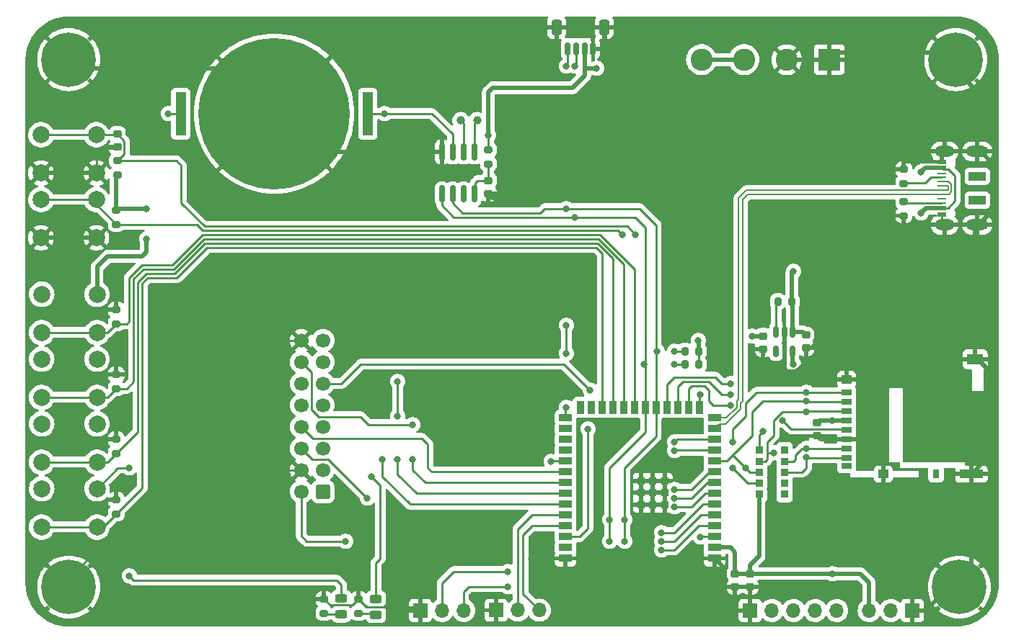
<source format=gbr>
%TF.GenerationSoftware,KiCad,Pcbnew,7.0.1*%
%TF.CreationDate,2023-04-28T22:50:49+01:00*%
%TF.ProjectId,clock25,636c6f63-6b32-4352-9e6b-696361645f70,rev?*%
%TF.SameCoordinates,Original*%
%TF.FileFunction,Copper,L1,Top*%
%TF.FilePolarity,Positive*%
%FSLAX46Y46*%
G04 Gerber Fmt 4.6, Leading zero omitted, Abs format (unit mm)*
G04 Created by KiCad (PCBNEW 7.0.1) date 2023-04-28 22:50:49*
%MOMM*%
%LPD*%
G01*
G04 APERTURE LIST*
G04 Aperture macros list*
%AMRoundRect*
0 Rectangle with rounded corners*
0 $1 Rounding radius*
0 $2 $3 $4 $5 $6 $7 $8 $9 X,Y pos of 4 corners*
0 Add a 4 corners polygon primitive as box body*
4,1,4,$2,$3,$4,$5,$6,$7,$8,$9,$2,$3,0*
0 Add four circle primitives for the rounded corners*
1,1,$1+$1,$2,$3*
1,1,$1+$1,$4,$5*
1,1,$1+$1,$6,$7*
1,1,$1+$1,$8,$9*
0 Add four rect primitives between the rounded corners*
20,1,$1+$1,$2,$3,$4,$5,0*
20,1,$1+$1,$4,$5,$6,$7,0*
20,1,$1+$1,$6,$7,$8,$9,0*
20,1,$1+$1,$8,$9,$2,$3,0*%
G04 Aperture macros list end*
%TA.AperFunction,SMDPad,CuDef*%
%ADD10R,0.900000X0.900000*%
%TD*%
%TA.AperFunction,ComponentPad*%
%ADD11C,0.800000*%
%TD*%
%TA.AperFunction,ComponentPad*%
%ADD12C,6.400000*%
%TD*%
%TA.AperFunction,ComponentPad*%
%ADD13C,2.000000*%
%TD*%
%TA.AperFunction,ComponentPad*%
%ADD14R,1.700000X1.700000*%
%TD*%
%TA.AperFunction,ComponentPad*%
%ADD15O,1.700000X1.700000*%
%TD*%
%TA.AperFunction,SMDPad,CuDef*%
%ADD16RoundRect,0.200000X-0.275000X0.200000X-0.275000X-0.200000X0.275000X-0.200000X0.275000X0.200000X0*%
%TD*%
%TA.AperFunction,SMDPad,CuDef*%
%ADD17RoundRect,0.243750X0.456250X-0.243750X0.456250X0.243750X-0.456250X0.243750X-0.456250X-0.243750X0*%
%TD*%
%TA.AperFunction,SMDPad,CuDef*%
%ADD18RoundRect,0.225000X-0.250000X0.225000X-0.250000X-0.225000X0.250000X-0.225000X0.250000X0.225000X0*%
%TD*%
%TA.AperFunction,SMDPad,CuDef*%
%ADD19R,1.200000X0.700000*%
%TD*%
%TA.AperFunction,SMDPad,CuDef*%
%ADD20R,0.800000X1.000000*%
%TD*%
%TA.AperFunction,SMDPad,CuDef*%
%ADD21R,1.200000X1.000000*%
%TD*%
%TA.AperFunction,SMDPad,CuDef*%
%ADD22R,2.800000X1.000000*%
%TD*%
%TA.AperFunction,SMDPad,CuDef*%
%ADD23R,1.900000X1.300000*%
%TD*%
%TA.AperFunction,SMDPad,CuDef*%
%ADD24RoundRect,0.150000X-0.150000X0.512500X-0.150000X-0.512500X0.150000X-0.512500X0.150000X0.512500X0*%
%TD*%
%TA.AperFunction,ComponentPad*%
%ADD25O,2.600000X1.300000*%
%TD*%
%TA.AperFunction,ComponentPad*%
%ADD26O,2.300000X1.300000*%
%TD*%
%TA.AperFunction,SMDPad,CuDef*%
%ADD27R,1.000000X0.520000*%
%TD*%
%TA.AperFunction,SMDPad,CuDef*%
%ADD28R,1.000000X0.270000*%
%TD*%
%TA.AperFunction,SMDPad,CuDef*%
%ADD29R,2.000000X1.000000*%
%TD*%
%TA.AperFunction,ComponentPad*%
%ADD30C,1.000000*%
%TD*%
%TA.AperFunction,SMDPad,CuDef*%
%ADD31RoundRect,0.200000X0.275000X-0.200000X0.275000X0.200000X-0.275000X0.200000X-0.275000X-0.200000X0*%
%TD*%
%TA.AperFunction,SMDPad,CuDef*%
%ADD32R,1.500000X0.900000*%
%TD*%
%TA.AperFunction,SMDPad,CuDef*%
%ADD33R,0.900000X1.500000*%
%TD*%
%TA.AperFunction,SMDPad,CuDef*%
%ADD34RoundRect,0.150000X-0.150000X-0.625000X0.150000X-0.625000X0.150000X0.625000X-0.150000X0.625000X0*%
%TD*%
%TA.AperFunction,SMDPad,CuDef*%
%ADD35RoundRect,0.250000X-0.350000X-0.650000X0.350000X-0.650000X0.350000X0.650000X-0.350000X0.650000X0*%
%TD*%
%TA.AperFunction,SMDPad,CuDef*%
%ADD36R,1.270000X5.080000*%
%TD*%
%TA.AperFunction,SMDPad,CuDef*%
%ADD37C,17.800000*%
%TD*%
%TA.AperFunction,SMDPad,CuDef*%
%ADD38RoundRect,0.200000X-0.200000X-0.275000X0.200000X-0.275000X0.200000X0.275000X-0.200000X0.275000X0*%
%TD*%
%TA.AperFunction,SMDPad,CuDef*%
%ADD39RoundRect,0.150000X-0.150000X0.825000X-0.150000X-0.825000X0.150000X-0.825000X0.150000X0.825000X0*%
%TD*%
%TA.AperFunction,SMDPad,CuDef*%
%ADD40RoundRect,0.200000X0.200000X0.275000X-0.200000X0.275000X-0.200000X-0.275000X0.200000X-0.275000X0*%
%TD*%
%TA.AperFunction,ComponentPad*%
%ADD41RoundRect,0.250000X0.600000X0.600000X-0.600000X0.600000X-0.600000X-0.600000X0.600000X-0.600000X0*%
%TD*%
%TA.AperFunction,ComponentPad*%
%ADD42C,1.700000*%
%TD*%
%TA.AperFunction,ComponentPad*%
%ADD43R,2.600000X2.600000*%
%TD*%
%TA.AperFunction,ComponentPad*%
%ADD44C,2.600000*%
%TD*%
%TA.AperFunction,ViaPad*%
%ADD45C,0.800000*%
%TD*%
%TA.AperFunction,Conductor*%
%ADD46C,0.250000*%
%TD*%
%TA.AperFunction,Conductor*%
%ADD47C,0.500000*%
%TD*%
%TA.AperFunction,Conductor*%
%ADD48C,0.200000*%
%TD*%
G04 APERTURE END LIST*
D10*
%TO.P,R7,1,Pin_1*%
%TO.N,unconnected-(R7-Pin_1-Pad1)*%
X178030000Y-120964000D03*
%TO.P,R7,2,Pin_2*%
%TO.N,unconnected-(R7-Pin_2-Pad2)*%
X178030000Y-119644000D03*
%TO.P,R7,3,Pin_3*%
%TO.N,SD_DAT1*%
X178030000Y-118364000D03*
%TO.P,R7,4,Pin_4*%
%TO.N,SPI_MISO*%
X178030000Y-117084000D03*
%TO.P,R7,5,Pin_5*%
%TO.N,unconnected-(R7-Pin_5-Pad5)*%
X178030000Y-115764000D03*
%TO.P,R7,6,Pin_6*%
%TO.N,SPI_SCK*%
X175030000Y-115764000D03*
%TO.P,R7,7,Pin_7*%
%TO.N,SPI_MOSI*%
X175030000Y-117084000D03*
%TO.P,R7,8,Pin_8*%
%TO.N,SPI_SD_CS*%
X175030000Y-118364000D03*
%TO.P,R7,9,Pin_9*%
%TO.N,SD_DAT2*%
X175030000Y-119644000D03*
%TO.P,R7,10,Pin_10*%
%TO.N,+3V3*%
X175030000Y-120964000D03*
%TD*%
D11*
%TO.P,REF\u002A\u002A,1*%
%TO.N,N/C*%
X195720000Y-69850000D03*
X196422944Y-68152944D03*
X196422944Y-71547056D03*
X198120000Y-67450000D03*
D12*
%TO.N,GND*%
X198120000Y-69850000D03*
D11*
%TO.N,N/C*%
X198120000Y-72250000D03*
X199817056Y-68152944D03*
X199817056Y-71547056D03*
X200520000Y-69850000D03*
%TD*%
D13*
%TO.P,SW4,1,1*%
%TO.N,+3V3*%
X90805000Y-105065000D03*
X97305000Y-105065000D03*
%TO.P,SW4,2,2*%
%TO.N,BTN_MINUTE*%
X90805000Y-109565000D03*
X97305000Y-109565000D03*
%TD*%
D14*
%TO.P,J8,1,Pin_1*%
%TO.N,GND*%
X135270000Y-134620000D03*
D15*
%TO.P,J8,2,Pin_2*%
%TO.N,SDA*%
X137810000Y-134620000D03*
%TO.P,J8,3,Pin_3*%
%TO.N,SCL*%
X140350000Y-134620000D03*
%TD*%
D16*
%TO.P,R2,1*%
%TO.N,Net-(J1-CC1)*%
X192024000Y-86551000D03*
%TO.P,R2,2*%
%TO.N,GND*%
X192024000Y-88201000D03*
%TD*%
D17*
%TO.P,D2,1,K*%
%TO.N,Net-(D2-K)*%
X130048000Y-135128000D03*
%TO.P,D2,2,A*%
%TO.N,LED*%
X130048000Y-133253000D03*
%TD*%
D18*
%TO.P,C3,1*%
%TO.N,+3V3*%
X173990000Y-130289000D03*
%TO.P,C3,2*%
%TO.N,GND*%
X173990000Y-131839000D03*
%TD*%
D19*
%TO.P,J6,1,DAT2*%
%TO.N,SD_DAT2*%
X185315000Y-108985000D03*
%TO.P,J6,2,DAT3/CD*%
%TO.N,SPI_SD_CS*%
X185315000Y-110085000D03*
%TO.P,J6,3,CMD*%
%TO.N,SPI_MOSI*%
X185315000Y-111185000D03*
%TO.P,J6,4,VDD*%
%TO.N,+3V3*%
X185315000Y-112285000D03*
%TO.P,J6,5,CLK*%
%TO.N,SPI_SCK*%
X185315000Y-113385000D03*
%TO.P,J6,6,VSS*%
%TO.N,GND*%
X185315000Y-114485000D03*
%TO.P,J6,7,DAT0*%
%TO.N,SPI_MISO*%
X185315000Y-115585000D03*
%TO.P,J6,8,DAT1*%
%TO.N,SD_DAT1*%
X185315000Y-116685000D03*
%TO.P,J6,9,DET_B*%
%TO.N,SD_DET_B*%
X185315000Y-117635000D03*
D20*
%TO.P,J6,10,DET_A*%
%TO.N,SD_DET_A*%
X195815000Y-118585000D03*
D21*
%TO.P,J6,11,SHIELD*%
%TO.N,GND*%
X189615000Y-118585000D03*
D22*
X199965000Y-118585000D03*
D21*
X185315000Y-107435000D03*
D23*
X200415000Y-105085000D03*
%TD*%
D24*
%TO.P,U2,1,VIN*%
%TO.N,+5V*%
X178938000Y-101854000D03*
%TO.P,U2,2,GND*%
%TO.N,GND*%
X177988000Y-101854000D03*
%TO.P,U2,3,EN*%
%TO.N,Net-(U2-EN)*%
X177038000Y-101854000D03*
%TO.P,U2,4,NC*%
%TO.N,unconnected-(U2-NC-Pad4)*%
X177038000Y-104129000D03*
%TO.P,U2,5,VOUT*%
%TO.N,+3V3*%
X178938000Y-104129000D03*
%TD*%
D25*
%TO.P,J1,S1,SHIELD*%
%TO.N,GND*%
X200660000Y-80640000D03*
D26*
X196835000Y-80640000D03*
D25*
X200660000Y-89280000D03*
D26*
X196835000Y-89280000D03*
D27*
%TO.P,J1,B12,GND*%
X196460000Y-88060000D03*
%TO.P,J1,B9,VBUS*%
%TO.N,+5V*%
X196460000Y-87310000D03*
D28*
%TO.P,J1,B8,SBU2*%
%TO.N,unconnected-(J1-SBU2-PadB8)*%
X196460000Y-86210000D03*
%TO.P,J1,B7,D-*%
%TO.N,USB_D-*%
X196460000Y-85710000D03*
%TO.P,J1,B6,D+*%
%TO.N,USB_D+*%
X196460000Y-84710000D03*
%TO.P,J1,B5,CC2*%
%TO.N,Net-(J1-CC2)*%
X196460000Y-83710000D03*
D27*
%TO.P,J1,B4,VBUS*%
%TO.N,+5V*%
X196460000Y-82610000D03*
%TO.P,J1,B1,GND*%
%TO.N,GND*%
X196460000Y-81860000D03*
%TO.P,J1,A12,GND*%
X196460000Y-81860000D03*
%TO.P,J1,A9,VBUS*%
%TO.N,+5V*%
X196460000Y-82610000D03*
D28*
%TO.P,J1,A8,SBU1*%
%TO.N,unconnected-(J1-SBU1-PadA8)*%
X196460000Y-83210000D03*
%TO.P,J1,A7,D-*%
%TO.N,USB_D-*%
X196460000Y-84210000D03*
%TO.P,J1,A6,D+*%
%TO.N,USB_D+*%
X196460000Y-85210000D03*
%TO.P,J1,A5,CC1*%
%TO.N,Net-(J1-CC1)*%
X196460000Y-86710000D03*
D27*
%TO.P,J1,A4,VBUS*%
%TO.N,+5V*%
X196460000Y-87310000D03*
%TO.P,J1,A1,GND*%
%TO.N,GND*%
X196460000Y-88060000D03*
D29*
%TO.P,J1,*%
%TO.N,*%
X200660000Y-83560000D03*
X200660000Y-86360000D03*
%TD*%
D14*
%TO.P,J7,1,Pin_1*%
%TO.N,GND*%
X193040000Y-134620000D03*
D15*
%TO.P,J7,2,Pin_2*%
%TO.N,+5V*%
X190500000Y-134620000D03*
%TO.P,J7,3,Pin_3*%
%TO.N,+3V3*%
X187960000Y-134620000D03*
%TD*%
D30*
%TO.P,Y1,1,1*%
%TO.N,Net-(U3-OSCI)*%
X141920000Y-77005000D03*
%TO.P,Y1,2,2*%
%TO.N,Net-(U3-OSCO)*%
X140020000Y-77005000D03*
%TD*%
D16*
%TO.P,R4,1*%
%TO.N,+3V3*%
X143256000Y-80455000D03*
%TO.P,R4,2*%
%TO.N,Net-(U3-VDD)*%
X143256000Y-82105000D03*
%TD*%
D31*
%TO.P,R1,1*%
%TO.N,Net-(J1-CC2)*%
X192024000Y-84391000D03*
%TO.P,R1,2*%
%TO.N,GND*%
X192024000Y-82741000D03*
%TD*%
D17*
%TO.P,D1,1,K*%
%TO.N,Net-(D1-K)*%
X125984000Y-135049500D03*
%TO.P,D1,2,A*%
%TO.N,+3V3*%
X125984000Y-133174500D03*
%TD*%
D11*
%TO.P,REF\u002A\u002A,1*%
%TO.N,N/C*%
X91580000Y-69850000D03*
X92282944Y-68152944D03*
X92282944Y-71547056D03*
X93980000Y-67450000D03*
D12*
%TO.N,GND*%
X93980000Y-69850000D03*
D11*
%TO.N,N/C*%
X93980000Y-72250000D03*
X95677056Y-68152944D03*
X95677056Y-71547056D03*
X96380000Y-69850000D03*
%TD*%
D13*
%TO.P,SW3,1,1*%
%TO.N,+3V3*%
X90805000Y-97445000D03*
X97305000Y-97445000D03*
%TO.P,SW3,2,2*%
%TO.N,BTN_HOUR*%
X90805000Y-101945000D03*
X97305000Y-101945000D03*
%TD*%
D32*
%TO.P,U1,1,GND*%
%TO.N,GND*%
X169810000Y-128500000D03*
%TO.P,U1,2,3V3*%
%TO.N,+3V3*%
X169810000Y-127230000D03*
%TO.P,U1,3,EN*%
%TO.N,ESP_EN*%
X169810000Y-125960000D03*
%TO.P,U1,4,GPIO4/TOUCH4/ADC1_CH3*%
%TO.N,HUB75_R1*%
X169810000Y-124690000D03*
%TO.P,U1,5,GPIO5/TOUCH5/ADC1_CH4*%
%TO.N,HUB75_G1*%
X169810000Y-123420000D03*
%TO.P,U1,6,GPIO6/TOUCH6/ADC1_CH5*%
%TO.N,HUB75_B1*%
X169810000Y-122150000D03*
%TO.P,U1,7,GPIO7/TOUCH7/ADC1_CH6*%
%TO.N,HUB75_R2*%
X169810000Y-120880000D03*
%TO.P,U1,8,GPIO15/U0RTS/ADC2_CH4/XTAL_32K_P*%
%TO.N,HUB75_G2*%
X169810000Y-119610000D03*
%TO.P,U1,9,GPIO16/U0CTS/ADC2_CH5/XTAL_32K_N*%
%TO.N,HUB75_B2*%
X169810000Y-118340000D03*
%TO.P,U1,10,GPIO17/U1TXD/ADC2_CH6*%
%TO.N,SPI_SD_CS*%
X169810000Y-117070000D03*
%TO.P,U1,11,GPIO18/U1RXD/ADC2_CH7/CLK_OUT3*%
%TO.N,HUB75_A*%
X169810000Y-115800000D03*
%TO.P,U1,12,GPIO8/TOUCH8/ADC1_CH7/SUBSPICS1*%
%TO.N,HUB75_B*%
X169810000Y-114530000D03*
%TO.P,U1,13,GPIO19/U1RTS/ADC2_CH8/CLK_OUT2/USB_D-*%
%TO.N,USB_D-*%
X169810000Y-113260000D03*
%TO.P,U1,14,GPIO20/U1CTS/ADC2_CH9/CLK_OUT1/USB_D+*%
%TO.N,USB_D+*%
X169810000Y-111990000D03*
D33*
%TO.P,U1,15,GPIO3/TOUCH3/ADC1_CH2*%
%TO.N,HUB75_C*%
X168045000Y-110740000D03*
%TO.P,U1,16,GPIO46*%
%TO.N,SPI_SCK*%
X166775000Y-110740000D03*
%TO.P,U1,17,GPIO9/TOUCH9/ADC1_CH8/FSPIHD/SUBSPIHD*%
%TO.N,SPI_MOSI*%
X165505000Y-110740000D03*
%TO.P,U1,18,GPIO10/TOUCH10/ADC1_CH9/FSPICS0/FSPIIO4/SUBSPICS0*%
%TO.N,SPI_MISO*%
X164235000Y-110740000D03*
%TO.P,U1,19,GPIO11/TOUCH11/ADC2_CH0/FSPID/FSPIIO5/SUBSPID*%
%TO.N,SCL*%
X162965000Y-110740000D03*
%TO.P,U1,20,GPIO12/TOUCH12/ADC2_CH1/FSPICLK/FSPIIO6/SUBSPICLK*%
%TO.N,SDA*%
X161695000Y-110740000D03*
%TO.P,U1,21,GPIO13/TOUCH13/ADC2_CH2/FSPIQ/FSPIIO7/SUBSPIQ*%
%TO.N,BTN_HOUR*%
X160425000Y-110740000D03*
%TO.P,U1,22,GPIO14/TOUCH14/ADC2_CH3/FSPIWP/FSPIDQS/SUBSPIWP*%
%TO.N,BTN_MINUTE*%
X159155000Y-110740000D03*
%TO.P,U1,23,GPIO21*%
%TO.N,BTN_SCREEN*%
X157885000Y-110740000D03*
%TO.P,U1,24,GPIO47/SPICLK_P/SUBSPICLK_P_DIFF*%
%TO.N,BTN_REVERSE*%
X156615000Y-110740000D03*
%TO.P,U1,25,GPIO48/SPICLK_N/SUBSPICLK_N_DIFF*%
%TO.N,unconnected-(U1-GPIO48{slash}SPICLK_N{slash}SUBSPICLK_N_DIFF-Pad25)*%
X155345000Y-110740000D03*
%TO.P,U1,26,GPIO45*%
%TO.N,unconnected-(U1-GPIO45-Pad26)*%
X154075000Y-110740000D03*
D32*
%TO.P,U1,27,GPIO0/BOOT*%
%TO.N,ESP_IO0*%
X152310000Y-111990000D03*
%TO.P,U1,28,SPIIO6/GPIO35/FSPID/SUBSPID*%
%TO.N,unconnected-(U1-SPIIO6{slash}GPIO35{slash}FSPID{slash}SUBSPID-Pad28)*%
X152310000Y-113260000D03*
%TO.P,U1,29,SPIIO7/GPIO36/FSPICLK/SUBSPICLK*%
%TO.N,unconnected-(U1-SPIIO7{slash}GPIO36{slash}FSPICLK{slash}SUBSPICLK-Pad29)*%
X152310000Y-114530000D03*
%TO.P,U1,30,SPIDQS/GPIO37/FSPIQ/SUBSPIQ*%
%TO.N,unconnected-(U1-SPIDQS{slash}GPIO37{slash}FSPIQ{slash}SUBSPIQ-Pad30)*%
X152310000Y-115800000D03*
%TO.P,U1,31,GPIO38/FSPIWP/SUBSPIWP*%
%TO.N,LED*%
X152310000Y-117070000D03*
%TO.P,U1,32,MTCK/GPIO39/CLK_OUT3/SUBSPICS1*%
%TO.N,HUB75_E*%
X152310000Y-118340000D03*
%TO.P,U1,33,MTDO/GPIO40/CLK_OUT2*%
%TO.N,HUB75_LAT*%
X152310000Y-119610000D03*
%TO.P,U1,34,MTDI/GPIO41/CLK_OUT1*%
%TO.N,HUB75_CLK*%
X152310000Y-120880000D03*
%TO.P,U1,35,MTMS/GPIO42*%
%TO.N,HUB75_D*%
X152310000Y-122150000D03*
%TO.P,U1,36,U0RXD/GPIO44/CLK_OUT2*%
%TO.N,ESP_RX*%
X152310000Y-123420000D03*
%TO.P,U1,37,U0TXD/GPIO43/CLK_OUT1*%
%TO.N,ESP_TX*%
X152310000Y-124690000D03*
%TO.P,U1,38,GPIO2/TOUCH2/ADC1_CH1*%
%TO.N,HUB75_OE*%
X152310000Y-125960000D03*
%TO.P,U1,39,GPIO1/TOUCH1/ADC1_CH0*%
%TO.N,unconnected-(U1-GPIO1{slash}TOUCH1{slash}ADC1_CH0-Pad39)*%
X152310000Y-127230000D03*
%TO.P,U1,40,GND*%
%TO.N,GND*%
X152310000Y-128500000D03*
D10*
%TO.P,U1,41,GND*%
X163960000Y-122180000D03*
X163960000Y-120780000D03*
X163960000Y-119380000D03*
X162560000Y-122180000D03*
X162560000Y-120780000D03*
X162560000Y-119380000D03*
X161160000Y-122180000D03*
X161160000Y-120780000D03*
X161160000Y-119380000D03*
%TD*%
D14*
%TO.P,J9,1,Pin_1*%
%TO.N,GND*%
X173990000Y-134620000D03*
D15*
%TO.P,J9,2,Pin_2*%
%TO.N,SPI_SD_CS*%
X176530000Y-134620000D03*
%TO.P,J9,3,Pin_3*%
%TO.N,SPI_SCK*%
X179070000Y-134620000D03*
%TO.P,J9,4,Pin_4*%
%TO.N,SPI_MISO*%
X181610000Y-134620000D03*
%TO.P,J9,5,Pin_5*%
%TO.N,SPI_MOSI*%
X184150000Y-134620000D03*
%TD*%
D18*
%TO.P,C6,1*%
%TO.N,+3V3*%
X175514000Y-102349000D03*
%TO.P,C6,2*%
%TO.N,GND*%
X175514000Y-103899000D03*
%TD*%
%TO.P,C2,1*%
%TO.N,ESP_EN*%
X99695000Y-78600000D03*
%TO.P,C2,2*%
%TO.N,GND*%
X99695000Y-80150000D03*
%TD*%
D31*
%TO.P,R12,1*%
%TO.N,BTN_HOUR*%
X99568000Y-100901000D03*
%TO.P,R12,2*%
%TO.N,GND*%
X99568000Y-99251000D03*
%TD*%
D16*
%TO.P,R9,1*%
%TO.N,+3V3*%
X99568000Y-87567000D03*
%TO.P,R9,2*%
%TO.N,ESP_IO0*%
X99568000Y-89217000D03*
%TD*%
D31*
%TO.P,R13,1*%
%TO.N,BTN_MINUTE*%
X99568000Y-108521000D03*
%TO.P,R13,2*%
%TO.N,GND*%
X99568000Y-106871000D03*
%TD*%
%TO.P,R10,1*%
%TO.N,Net-(D1-K)*%
X123952000Y-134937000D03*
%TO.P,R10,2*%
%TO.N,GND*%
X123952000Y-133287000D03*
%TD*%
D13*
%TO.P,SW5,1,1*%
%TO.N,+3V3*%
X90805000Y-112685000D03*
X97305000Y-112685000D03*
%TO.P,SW5,2,2*%
%TO.N,BTN_SCREEN*%
X90805000Y-117185000D03*
X97305000Y-117185000D03*
%TD*%
D18*
%TO.P,C4,1*%
%TO.N,+3V3*%
X172212000Y-130289000D03*
%TO.P,C4,2*%
%TO.N,GND*%
X172212000Y-131839000D03*
%TD*%
D34*
%TO.P,J4,1,Pin_1*%
%TO.N,SCL*%
X152545000Y-68565000D03*
%TO.P,J4,2,Pin_2*%
%TO.N,SDA*%
X153545000Y-68565000D03*
%TO.P,J4,3,Pin_3*%
%TO.N,+3V3*%
X154545000Y-68565000D03*
%TO.P,J4,4,Pin_4*%
%TO.N,GND*%
X155545000Y-68565000D03*
D35*
%TO.P,J4,MP,MountPin*%
X151245000Y-66040000D03*
X156845000Y-66040000D03*
%TD*%
D11*
%TO.P,REF\u002A\u002A,1*%
%TO.N,N/C*%
X91580000Y-131872056D03*
X92282944Y-130175000D03*
X92282944Y-133569112D03*
X93980000Y-129472056D03*
D12*
%TO.N,GND*%
X93980000Y-131872056D03*
D11*
%TO.N,N/C*%
X93980000Y-134272056D03*
X95677056Y-130175000D03*
X95677056Y-133569112D03*
X96380000Y-131872056D03*
%TD*%
D13*
%TO.P,SW6,1,1*%
%TO.N,+3V3*%
X90805000Y-120305000D03*
X97305000Y-120305000D03*
%TO.P,SW6,2,2*%
%TO.N,BTN_REVERSE*%
X90805000Y-124805000D03*
X97305000Y-124805000D03*
%TD*%
D36*
%TO.P,BT1,1,+*%
%TO.N,Net-(BT1-+)*%
X129095000Y-76200000D03*
X107125000Y-76200000D03*
D37*
%TO.P,BT1,2,-*%
%TO.N,GND*%
X118110000Y-76200000D03*
%TD*%
D38*
%TO.P,R3,1*%
%TO.N,Net-(U2-EN)*%
X177229000Y-98298000D03*
%TO.P,R3,2*%
%TO.N,+5V*%
X178879000Y-98298000D03*
%TD*%
D18*
%TO.P,C5,1*%
%TO.N,+5V*%
X180528000Y-102216500D03*
%TO.P,C5,2*%
%TO.N,GND*%
X180528000Y-103766500D03*
%TD*%
D39*
%TO.P,U3,1,OSCI*%
%TO.N,Net-(U3-OSCI)*%
X141605000Y-80710000D03*
%TO.P,U3,2,OSCO*%
%TO.N,Net-(U3-OSCO)*%
X140335000Y-80710000D03*
%TO.P,U3,3,VBAT*%
%TO.N,Net-(BT1-+)*%
X139065000Y-80710000D03*
%TO.P,U3,4,VSS*%
%TO.N,GND*%
X137795000Y-80710000D03*
%TO.P,U3,5,SDA*%
%TO.N,SDA*%
X137795000Y-85660000D03*
%TO.P,U3,6,SCL*%
%TO.N,SCL*%
X139065000Y-85660000D03*
%TO.P,U3,7,~{INT1}/CLKOUT*%
%TO.N,unconnected-(U3-~{INT1}{slash}CLKOUT-Pad7)*%
X140335000Y-85660000D03*
%TO.P,U3,8,VDD*%
%TO.N,Net-(U3-VDD)*%
X141605000Y-85660000D03*
%TD*%
D31*
%TO.P,R8,1*%
%TO.N,+3V3*%
X99695000Y-83375000D03*
%TO.P,R8,2*%
%TO.N,ESP_EN*%
X99695000Y-81725000D03*
%TD*%
D40*
%TO.P,R5,1*%
%TO.N,+3V3*%
X167957000Y-105664000D03*
%TO.P,R5,2*%
%TO.N,SDA*%
X166307000Y-105664000D03*
%TD*%
D13*
%TO.P,SW2,1,1*%
%TO.N,ESP_IO0*%
X90730000Y-86305000D03*
X97230000Y-86305000D03*
%TO.P,SW2,2,2*%
%TO.N,GND*%
X90730000Y-90805000D03*
X97230000Y-90805000D03*
%TD*%
D41*
%TO.P,J2,1,Pin_1*%
%TO.N,HUB75_R1*%
X123825000Y-120650000D03*
D42*
%TO.P,J2,2,Pin_2*%
%TO.N,HUB75_G1*%
X121285000Y-120650000D03*
%TO.P,J2,3,Pin_3*%
%TO.N,HUB75_B1*%
X123825000Y-118110000D03*
%TO.P,J2,4,Pin_4*%
%TO.N,GND*%
X121285000Y-118110000D03*
%TO.P,J2,5,Pin_5*%
%TO.N,HUB75_R2*%
X123825000Y-115570000D03*
%TO.P,J2,6,Pin_6*%
%TO.N,HUB75_G2*%
X121285000Y-115570000D03*
%TO.P,J2,7,Pin_7*%
%TO.N,HUB75_B2*%
X123825000Y-113030000D03*
%TO.P,J2,8,Pin_8*%
%TO.N,HUB75_E*%
X121285000Y-113030000D03*
%TO.P,J2,9,Pin_9*%
%TO.N,HUB75_A*%
X123825000Y-110490000D03*
%TO.P,J2,10,Pin_10*%
%TO.N,HUB75_B*%
X121285000Y-110490000D03*
%TO.P,J2,11,Pin_11*%
%TO.N,HUB75_C*%
X123825000Y-107950000D03*
%TO.P,J2,12,Pin_12*%
%TO.N,HUB75_D*%
X121285000Y-107950000D03*
%TO.P,J2,13,Pin_13*%
%TO.N,HUB75_CLK*%
X123825000Y-105410000D03*
%TO.P,J2,14,Pin_14*%
%TO.N,HUB75_LAT*%
X121285000Y-105410000D03*
%TO.P,J2,15,Pin_15*%
%TO.N,HUB75_OE*%
X123825000Y-102870000D03*
%TO.P,J2,16,Pin_16*%
%TO.N,GND*%
X121285000Y-102870000D03*
%TD*%
D40*
%TO.P,R6,1*%
%TO.N,+3V3*%
X167957000Y-104140000D03*
%TO.P,R6,2*%
%TO.N,SCL*%
X166307000Y-104140000D03*
%TD*%
D11*
%TO.P,REF\u002A\u002A,1*%
%TO.N,N/C*%
X196147056Y-131872056D03*
X196850000Y-130175000D03*
X196850000Y-133569112D03*
X198547056Y-129472056D03*
D12*
%TO.N,GND*%
X198547056Y-131872056D03*
D11*
%TO.N,N/C*%
X198547056Y-134272056D03*
X200244112Y-130175000D03*
X200244112Y-133569112D03*
X200947056Y-131872056D03*
%TD*%
D31*
%TO.P,R15,1*%
%TO.N,BTN_REVERSE*%
X99568000Y-123253000D03*
%TO.P,R15,2*%
%TO.N,GND*%
X99568000Y-121603000D03*
%TD*%
D43*
%TO.P,J3,1,Pin_1*%
%TO.N,GND*%
X183275000Y-69850000D03*
D44*
%TO.P,J3,2,Pin_2*%
X178275000Y-69850000D03*
%TO.P,J3,3,Pin_3*%
%TO.N,+5V*%
X173275000Y-69850000D03*
%TO.P,J3,4,Pin_4*%
X168275000Y-69850000D03*
%TD*%
D31*
%TO.P,R11,1*%
%TO.N,Net-(D2-K)*%
X128016000Y-134937000D03*
%TO.P,R11,2*%
%TO.N,GND*%
X128016000Y-133287000D03*
%TD*%
D18*
%TO.P,C7,1*%
%TO.N,+3V3*%
X181864000Y-112509000D03*
%TO.P,C7,2*%
%TO.N,GND*%
X181864000Y-114059000D03*
%TD*%
%TO.P,C1,1*%
%TO.N,Net-(U3-VDD)*%
X143256000Y-84061000D03*
%TO.P,C1,2*%
%TO.N,GND*%
X143256000Y-85611000D03*
%TD*%
D31*
%TO.P,R14,1*%
%TO.N,BTN_SCREEN*%
X99568000Y-116141000D03*
%TO.P,R14,2*%
%TO.N,GND*%
X99568000Y-114491000D03*
%TD*%
D13*
%TO.P,SW1,1,1*%
%TO.N,ESP_EN*%
X90730000Y-78685000D03*
X97230000Y-78685000D03*
%TO.P,SW1,2,2*%
%TO.N,GND*%
X90730000Y-83185000D03*
X97230000Y-83185000D03*
%TD*%
D14*
%TO.P,J5,1,Pin_1*%
%TO.N,GND*%
X144160000Y-134595000D03*
D15*
%TO.P,J5,2,Pin_2*%
%TO.N,ESP_RX*%
X146700000Y-134595000D03*
%TO.P,J5,3,Pin_3*%
%TO.N,ESP_TX*%
X149240000Y-134595000D03*
%TD*%
D45*
%TO.N,Net-(BT1-+)*%
X131064000Y-76200000D03*
X105664000Y-76200000D03*
%TO.N,GND*%
X180086000Y-123190000D03*
X129794000Y-107950000D03*
X99568000Y-113284000D03*
X137922000Y-82550000D03*
X141732000Y-107696000D03*
X148336000Y-128524000D03*
X140208000Y-124206000D03*
X139700000Y-113538000D03*
X99568000Y-105664000D03*
X144780000Y-86106000D03*
X99568000Y-120396000D03*
X99568000Y-98044000D03*
%TO.N,ESP_EN*%
X168148000Y-125984000D03*
X160528000Y-90424000D03*
%TO.N,+3V3*%
X174244000Y-102362000D03*
X101092000Y-130556000D03*
X183642000Y-112268000D03*
X183642000Y-130302000D03*
X179070000Y-105664000D03*
X101092000Y-117856000D03*
X167894000Y-102870000D03*
X103124000Y-87376000D03*
X143256000Y-78740000D03*
X103124000Y-90932000D03*
X155956000Y-70866000D03*
%TO.N,+5V*%
X179070000Y-94742000D03*
X194056000Y-83058000D03*
X194056000Y-87884000D03*
%TO.N,LED*%
X150622000Y-117094000D03*
X129540000Y-118872000D03*
%TO.N,HUB75_R1*%
X163576000Y-127508000D03*
%TO.N,HUB75_G1*%
X163576000Y-126492000D03*
X126492000Y-126492000D03*
%TO.N,HUB75_B1*%
X163576000Y-125476000D03*
%TO.N,HUB75_R2*%
X165100000Y-122428000D03*
%TO.N,HUB75_G2*%
X129032000Y-121412000D03*
X165100000Y-121412000D03*
%TO.N,HUB75_B2*%
X165100000Y-120396000D03*
%TO.N,HUB75_A*%
X165100000Y-115824000D03*
%TO.N,HUB75_B*%
X165100000Y-114808000D03*
%TO.N,HUB75_C*%
X168148000Y-109220000D03*
X155194000Y-108712000D03*
%TO.N,HUB75_D*%
X130810000Y-116840000D03*
%TO.N,HUB75_CLK*%
X132588000Y-116840000D03*
X132588000Y-107696000D03*
X132588000Y-111760000D03*
%TO.N,HUB75_LAT*%
X134366000Y-112776000D03*
X134366000Y-116840000D03*
%TO.N,HUB75_OE*%
X154940000Y-113284000D03*
%TO.N,SD_DAT2*%
X171958000Y-114808000D03*
X171958000Y-117856000D03*
X180594000Y-108966000D03*
%TO.N,SPI_SD_CS*%
X180594000Y-109982000D03*
X173482000Y-117856000D03*
%TO.N,SPI_MOSI*%
X180594000Y-111252000D03*
X176784000Y-116078000D03*
X171704000Y-109220000D03*
%TO.N,SPI_SCK*%
X177804299Y-112272299D03*
X171704000Y-110490000D03*
X175514000Y-113538000D03*
%TO.N,SPI_MISO*%
X171704000Y-107950000D03*
X180594000Y-115570000D03*
%TO.N,SD_DAT1*%
X180594000Y-116586000D03*
%TO.N,SDA*%
X157480000Y-123952000D03*
X157480000Y-126492000D03*
X161544000Y-105664000D03*
X165100000Y-105664000D03*
X153416000Y-70612000D03*
X153416000Y-88392000D03*
X145542000Y-130048000D03*
%TO.N,SCL*%
X159258000Y-123952000D03*
X163068000Y-104140000D03*
X159258000Y-126492000D03*
X165100000Y-104140000D03*
X145542000Y-131826000D03*
X152400000Y-87376000D03*
X152400000Y-70612000D03*
%TO.N,ESP_IO0*%
X152400000Y-104394000D03*
X152400000Y-101092000D03*
X152400000Y-110744000D03*
X159004000Y-90424000D03*
%TD*%
D46*
%TO.N,SCL*%
X139065000Y-85660000D02*
X139065000Y-86741000D01*
X139065000Y-86741000D02*
X140208000Y-87884000D01*
X140208000Y-87884000D02*
X149352000Y-87884000D01*
X149352000Y-87884000D02*
X149860000Y-87376000D01*
X149860000Y-87376000D02*
X161036000Y-87376000D01*
X161036000Y-87376000D02*
X162965000Y-89305000D01*
X162965000Y-89305000D02*
X162965000Y-110740000D01*
%TO.N,SPI_SCK*%
X177804299Y-112272299D02*
X178816000Y-113284000D01*
X178816000Y-113284000D02*
X185214000Y-113284000D01*
X185214000Y-113284000D02*
X185315000Y-113385000D01*
%TO.N,SPI_MOSI*%
X180594000Y-111252000D02*
X177800000Y-111252000D01*
X177800000Y-111252000D02*
X176784000Y-112268000D01*
X176784000Y-112268000D02*
X176784000Y-114046000D01*
X176784000Y-114046000D02*
X176022000Y-114808000D01*
X176022000Y-114808000D02*
X176022000Y-116078000D01*
%TO.N,Net-(BT1-+)*%
X131064000Y-76200000D02*
X136652000Y-76200000D01*
X129095000Y-76200000D02*
X131064000Y-76200000D01*
X136652000Y-76200000D02*
X139065000Y-78613000D01*
X107125000Y-76200000D02*
X105664000Y-76200000D01*
X139065000Y-78613000D02*
X139065000Y-80710000D01*
%TO.N,GND*%
X127316000Y-133987000D02*
X128016000Y-133287000D01*
X162560000Y-122180000D02*
X162560000Y-119380000D01*
D47*
X173990000Y-134620000D02*
X173990000Y-131839000D01*
X169810000Y-128500000D02*
X170942000Y-129632000D01*
D46*
X162560000Y-122180000D02*
X162560000Y-128500000D01*
X99568000Y-106871000D02*
X99568000Y-105664000D01*
D47*
X202438000Y-82042000D02*
X202438000Y-87630000D01*
D46*
X99568000Y-121603000D02*
X99568000Y-120396000D01*
D47*
X186148000Y-105085000D02*
X185315000Y-105918000D01*
X93980000Y-69850000D02*
X95177918Y-69850000D01*
X156972000Y-66167000D02*
X156845000Y-66040000D01*
X156845000Y-66040000D02*
X151245000Y-66040000D01*
X179422082Y-106514000D02*
X178054000Y-106514000D01*
X189615000Y-114300000D02*
X189615000Y-118585000D01*
X199965000Y-129252030D02*
X199394112Y-129822918D01*
X97230000Y-90805000D02*
X90730000Y-90805000D01*
X185315000Y-107435000D02*
X188461000Y-107435000D01*
X143751000Y-86106000D02*
X143256000Y-85611000D01*
X97230000Y-83185000D02*
X90730000Y-83185000D01*
D46*
X152400000Y-128524000D02*
X152424000Y-128500000D01*
X109474000Y-118110000D02*
X109220000Y-118364000D01*
X152424000Y-128500000D02*
X162560000Y-128500000D01*
X196460000Y-81015000D02*
X196835000Y-80640000D01*
D47*
X196497918Y-132719112D02*
X197700000Y-132719112D01*
D46*
X135270000Y-134620000D02*
X134862000Y-134212000D01*
D47*
X200715000Y-105085000D02*
X201865000Y-106235000D01*
D46*
X148336000Y-128524000D02*
X148360000Y-128500000D01*
D47*
X170942000Y-131572000D02*
X171209000Y-131839000D01*
D46*
X109474000Y-118110000D02*
X109220000Y-117856000D01*
D47*
X200660000Y-73592082D02*
X198967056Y-71899138D01*
D46*
X134862000Y-134212000D02*
X128941000Y-134212000D01*
D47*
X198967056Y-70697056D02*
X198120000Y-69850000D01*
X112776000Y-70866000D02*
X118110000Y-76200000D01*
X170942000Y-129632000D02*
X170942000Y-131572000D01*
D46*
X192206000Y-81860000D02*
X192024000Y-82042000D01*
D47*
X128270000Y-66040000D02*
X118110000Y-76200000D01*
X175514000Y-105410000D02*
X175514000Y-103899000D01*
D46*
X196835000Y-89280000D02*
X192404000Y-89280000D01*
D47*
X183275000Y-67169000D02*
X183275000Y-69850000D01*
X172212000Y-131839000D02*
X173990000Y-131839000D01*
X177988000Y-106448000D02*
X178054000Y-106514000D01*
D46*
X99581000Y-80264000D02*
X99695000Y-80150000D01*
X196460000Y-88905000D02*
X196835000Y-89280000D01*
D47*
X200415000Y-94488000D02*
X200415000Y-89525000D01*
X137795000Y-80710000D02*
X137795000Y-82423000D01*
X193040000Y-134620000D02*
X194597030Y-134620000D01*
X199394112Y-129822918D02*
X199394112Y-131025000D01*
X188461000Y-107435000D02*
X189615000Y-108589000D01*
D46*
X128941000Y-134212000D02*
X128016000Y-133287000D01*
D47*
X201036000Y-80640000D02*
X202438000Y-82042000D01*
X182146000Y-66040000D02*
X183275000Y-67169000D01*
D46*
X109220000Y-125984000D02*
X109220000Y-118364000D01*
D47*
X196922082Y-69850000D02*
X198120000Y-69850000D01*
D46*
X110490000Y-102870000D02*
X121285000Y-102870000D01*
X196460000Y-81860000D02*
X196460000Y-81015000D01*
X99568000Y-99251000D02*
X99568000Y-98044000D01*
D47*
X177988000Y-101854000D02*
X177988000Y-106448000D01*
D46*
X192024000Y-88900000D02*
X192024000Y-88201000D01*
X161160000Y-122180000D02*
X163960000Y-122180000D01*
D47*
X181864000Y-97790000D02*
X185166000Y-94488000D01*
X182290000Y-114485000D02*
X181864000Y-114059000D01*
X198967056Y-71899138D02*
X198967056Y-70697056D01*
X200660000Y-80640000D02*
X200660000Y-73592082D01*
X144780000Y-86106000D02*
X143751000Y-86106000D01*
X156972000Y-68072000D02*
X156479000Y-68565000D01*
X137795000Y-80710000D02*
X122620000Y-80710000D01*
X200660000Y-89280000D02*
X196835000Y-89280000D01*
D46*
X124652000Y-133987000D02*
X127316000Y-133987000D01*
X109220000Y-117856000D02*
X109220000Y-104140000D01*
D47*
X176618000Y-106514000D02*
X175514000Y-105410000D01*
X137795000Y-82423000D02*
X137922000Y-82550000D01*
X200415000Y-105085000D02*
X200715000Y-105085000D01*
D46*
X163960000Y-119380000D02*
X161160000Y-119380000D01*
X99568000Y-114491000D02*
X99568000Y-113284000D01*
X93980000Y-130846751D02*
X97826751Y-127000000D01*
X162560000Y-128500000D02*
X169810000Y-128500000D01*
D47*
X200415000Y-89525000D02*
X200660000Y-89280000D01*
X189430000Y-114485000D02*
X189615000Y-114300000D01*
X185315000Y-114485000D02*
X189430000Y-114485000D01*
D46*
X93980000Y-131872056D02*
X93980000Y-130846751D01*
D47*
X156845000Y-66040000D02*
X182146000Y-66040000D01*
D46*
X148360000Y-128500000D02*
X152310000Y-128500000D01*
D47*
X189615000Y-108589000D02*
X189615000Y-114300000D01*
D46*
X109220000Y-104140000D02*
X110490000Y-102870000D01*
X108204000Y-127000000D02*
X109220000Y-125984000D01*
X97826751Y-127000000D02*
X108204000Y-127000000D01*
D47*
X200415000Y-105085000D02*
X200415000Y-94488000D01*
D46*
X97230000Y-83185000D02*
X97230000Y-80570000D01*
D47*
X178275000Y-69850000D02*
X183275000Y-69850000D01*
X185315000Y-105918000D02*
X185315000Y-107435000D01*
X178054000Y-106514000D02*
X176618000Y-106514000D01*
X180528000Y-103766500D02*
X180528000Y-105408082D01*
X96193918Y-70866000D02*
X112776000Y-70866000D01*
X196072082Y-69000000D02*
X196922082Y-69850000D01*
X200788000Y-89280000D02*
X202438000Y-87630000D01*
D46*
X192404000Y-89280000D02*
X192024000Y-88900000D01*
X152376000Y-128500000D02*
X152400000Y-128524000D01*
D47*
X183275000Y-69850000D02*
X184125000Y-69000000D01*
D46*
X163960000Y-120780000D02*
X161160000Y-120780000D01*
D47*
X185315000Y-114485000D02*
X182290000Y-114485000D01*
X200415000Y-105085000D02*
X186148000Y-105085000D01*
X95177918Y-69850000D02*
X96193918Y-70866000D01*
X201865000Y-116685000D02*
X199965000Y-118585000D01*
X181221500Y-103766500D02*
X181864000Y-103124000D01*
D46*
X196460000Y-81860000D02*
X192206000Y-81860000D01*
D47*
X196835000Y-80640000D02*
X200660000Y-80640000D01*
X151245000Y-66040000D02*
X128270000Y-66040000D01*
X185166000Y-94488000D02*
X200415000Y-94488000D01*
X156479000Y-68565000D02*
X155545000Y-68565000D01*
X180528000Y-105408082D02*
X179422082Y-106514000D01*
X180528000Y-103766500D02*
X181221500Y-103766500D01*
D46*
X109220000Y-118364000D02*
X109220000Y-117856000D01*
D47*
X184125000Y-69000000D02*
X196072082Y-69000000D01*
X194597030Y-134620000D02*
X196497918Y-132719112D01*
X181864000Y-103124000D02*
X181864000Y-97790000D01*
X122620000Y-80710000D02*
X118110000Y-76200000D01*
D46*
X97230000Y-80570000D02*
X97536000Y-80264000D01*
X161160000Y-122180000D02*
X161160000Y-119380000D01*
X163960000Y-122180000D02*
X163960000Y-119380000D01*
D47*
X156972000Y-68072000D02*
X156972000Y-66167000D01*
D46*
X192024000Y-82042000D02*
X192024000Y-82741000D01*
D47*
X200660000Y-80640000D02*
X201036000Y-80640000D01*
D46*
X97536000Y-80264000D02*
X99581000Y-80264000D01*
D47*
X197700000Y-132719112D02*
X198547056Y-131872056D01*
X199394112Y-131025000D02*
X198547056Y-131872056D01*
X201865000Y-106235000D02*
X201865000Y-116685000D01*
D46*
X121285000Y-118110000D02*
X109474000Y-118110000D01*
D47*
X171209000Y-131839000D02*
X172212000Y-131839000D01*
D46*
X123952000Y-133287000D02*
X124652000Y-133987000D01*
D47*
X199965000Y-118585000D02*
X199965000Y-129252030D01*
D46*
X152310000Y-128500000D02*
X152376000Y-128500000D01*
D47*
X200660000Y-89280000D02*
X200788000Y-89280000D01*
D46*
X196460000Y-88060000D02*
X196460000Y-88905000D01*
%TO.N,Net-(U3-VDD)*%
X141732000Y-84328000D02*
X141732000Y-85533000D01*
X141732000Y-85533000D02*
X141605000Y-85660000D01*
X143256000Y-84061000D02*
X141999000Y-84061000D01*
X143256000Y-84061000D02*
X143256000Y-82105000D01*
X141999000Y-84061000D02*
X141732000Y-84328000D01*
%TO.N,ESP_EN*%
X100495000Y-80925000D02*
X100495000Y-79400000D01*
X99695000Y-81725000D02*
X106617000Y-81725000D01*
X97230000Y-78685000D02*
X90730000Y-78685000D01*
X107188000Y-86739604D02*
X109914396Y-89466000D01*
X107188000Y-82296000D02*
X107188000Y-86739604D01*
X100495000Y-79400000D02*
X99695000Y-78600000D01*
X97230000Y-78685000D02*
X99610000Y-78685000D01*
X99695000Y-81725000D02*
X100495000Y-80925000D01*
X169810000Y-125960000D02*
X168172000Y-125960000D01*
X159570000Y-89466000D02*
X160528000Y-90424000D01*
X106617000Y-81725000D02*
X107188000Y-82296000D01*
X99610000Y-78685000D02*
X99695000Y-78600000D01*
X168172000Y-125960000D02*
X168148000Y-125984000D01*
X109914396Y-89466000D02*
X159570000Y-89466000D01*
D47*
%TO.N,+3V3*%
X182105000Y-112268000D02*
X181864000Y-112509000D01*
X103124000Y-87376000D02*
X99759000Y-87376000D01*
X143256000Y-73660000D02*
X143256000Y-78740000D01*
X99568000Y-83502000D02*
X99568000Y-87567000D01*
X175030000Y-128246000D02*
X175030000Y-120964000D01*
X167957000Y-104140000D02*
X167957000Y-102933000D01*
X183659000Y-112285000D02*
X183642000Y-112268000D01*
X172212000Y-127762000D02*
X172212000Y-130289000D01*
D46*
X125984000Y-131572000D02*
X125476000Y-131064000D01*
D47*
X155956000Y-70866000D02*
X154545000Y-70866000D01*
X185315000Y-112285000D02*
X183659000Y-112285000D01*
X186944000Y-130302000D02*
X183642000Y-130302000D01*
X173990000Y-129286000D02*
X175030000Y-128246000D01*
X153162000Y-73152000D02*
X143764000Y-73152000D01*
X97305000Y-97445000D02*
X97305000Y-94211000D01*
X183629000Y-130289000D02*
X173990000Y-130289000D01*
X187960000Y-131318000D02*
X186944000Y-130302000D01*
X183642000Y-130302000D02*
X183629000Y-130289000D01*
X187960000Y-134620000D02*
X187960000Y-131318000D01*
X175514000Y-102349000D02*
X174257000Y-102349000D01*
X167957000Y-102933000D02*
X167894000Y-102870000D01*
D46*
X99754000Y-117856000D02*
X97305000Y-120305000D01*
D47*
X98552000Y-92964000D02*
X102616000Y-92964000D01*
X99695000Y-83375000D02*
X99568000Y-83502000D01*
X143764000Y-73152000D02*
X143256000Y-73660000D01*
D46*
X167957000Y-105664000D02*
X167957000Y-104140000D01*
X101600000Y-131064000D02*
X101092000Y-130556000D01*
D47*
X103124000Y-92456000D02*
X103124000Y-90932000D01*
X154545000Y-68565000D02*
X154545000Y-70866000D01*
X178938000Y-105532000D02*
X179070000Y-105664000D01*
X169810000Y-127230000D02*
X171680000Y-127230000D01*
X171680000Y-127230000D02*
X172212000Y-127762000D01*
X173990000Y-130289000D02*
X173990000Y-129286000D01*
D46*
X125984000Y-133174500D02*
X125984000Y-131572000D01*
D47*
X154545000Y-71769000D02*
X153162000Y-73152000D01*
D46*
X101092000Y-117856000D02*
X99754000Y-117856000D01*
X125476000Y-131064000D02*
X101600000Y-131064000D01*
D47*
X154545000Y-70866000D02*
X154545000Y-71769000D01*
D46*
X143256000Y-80455000D02*
X143256000Y-80264000D01*
D47*
X178938000Y-104129000D02*
X178938000Y-105532000D01*
X183642000Y-112268000D02*
X182105000Y-112268000D01*
X174257000Y-102349000D02*
X174244000Y-102362000D01*
X173990000Y-130289000D02*
X172212000Y-130289000D01*
X102616000Y-92964000D02*
X103124000Y-92456000D01*
D46*
X143256000Y-80264000D02*
X143256000Y-73660000D01*
D47*
X99759000Y-87376000D02*
X99568000Y-87567000D01*
X97305000Y-94211000D02*
X98552000Y-92964000D01*
D46*
%TO.N,+5V*%
X196460000Y-87310000D02*
X197210000Y-87310000D01*
D47*
X178879000Y-98298000D02*
X178879000Y-94933000D01*
X196460000Y-87310000D02*
X194630000Y-87310000D01*
D46*
X197285000Y-82750000D02*
X196600000Y-82750000D01*
D47*
X180165500Y-101854000D02*
X180528000Y-102216500D01*
D46*
X196600000Y-82750000D02*
X196460000Y-82610000D01*
X198035001Y-83500001D02*
X197285000Y-82750000D01*
D47*
X173275000Y-69850000D02*
X168275000Y-69850000D01*
D46*
X198035001Y-86484999D02*
X198035001Y-83500001D01*
D47*
X194504000Y-82610000D02*
X194056000Y-83058000D01*
X196460000Y-82610000D02*
X194504000Y-82610000D01*
X194630000Y-87310000D02*
X194056000Y-87884000D01*
X178938000Y-101854000D02*
X178938000Y-98357000D01*
X178938000Y-101854000D02*
X180165500Y-101854000D01*
X178938000Y-98357000D02*
X178879000Y-98298000D01*
X178879000Y-94933000D02*
X179070000Y-94742000D01*
D46*
X197210000Y-87310000D02*
X198035001Y-86484999D01*
%TO.N,Net-(D1-K)*%
X125984000Y-135049500D02*
X124064500Y-135049500D01*
X124064500Y-135049500D02*
X123952000Y-134937000D01*
%TO.N,Net-(D2-K)*%
X128016000Y-134937000D02*
X129857000Y-134937000D01*
X129857000Y-134937000D02*
X130048000Y-135128000D01*
%TO.N,LED*%
X130556000Y-119888000D02*
X129540000Y-118872000D01*
X150646000Y-117070000D02*
X150622000Y-117094000D01*
X152310000Y-117070000D02*
X150646000Y-117070000D01*
X130048000Y-133253000D02*
X130048000Y-129032000D01*
X130048000Y-129032000D02*
X130556000Y-128524000D01*
X130556000Y-128524000D02*
X130556000Y-119888000D01*
%TO.N,Net-(J1-CC1)*%
X196460000Y-86710000D02*
X192183000Y-86710000D01*
X192183000Y-86710000D02*
X192024000Y-86551000D01*
D48*
%TO.N,USB_D+*%
X172648993Y-86112807D02*
X172648993Y-109784610D01*
X195684999Y-85235000D02*
X173526800Y-85235000D01*
X197210001Y-85210000D02*
X196460000Y-85210000D01*
X173526800Y-85235000D02*
X172648993Y-86112807D01*
X195709999Y-85210000D02*
X195684999Y-85235000D01*
X172404000Y-110029603D02*
X172404000Y-110779950D01*
X197210001Y-85210000D02*
X197210001Y-84710000D01*
X171193950Y-111990000D02*
X169810000Y-111990000D01*
X196460000Y-85210000D02*
X195709999Y-85210000D01*
X172648993Y-109784610D02*
X172404000Y-110029603D01*
X172404000Y-110779950D02*
X171193950Y-111990000D01*
X196460000Y-84710000D02*
X197210001Y-84710000D01*
%TO.N,USB_D-*%
X195709999Y-85710000D02*
X195684999Y-85685000D01*
X173098993Y-109971007D02*
X172853981Y-110216019D01*
X197210001Y-85710000D02*
X197235001Y-85685000D01*
X196460000Y-85710000D02*
X197210001Y-85710000D01*
X197610001Y-85375685D02*
X197610001Y-84544315D01*
X171080320Y-112740000D02*
X170330000Y-112740000D01*
X197610001Y-84544315D02*
X197275686Y-84210000D01*
X172853981Y-110216019D02*
X172853981Y-110966339D01*
X173713200Y-85685000D02*
X173098993Y-86299207D01*
X197275686Y-84210000D02*
X197210001Y-84210000D01*
X196460000Y-85710000D02*
X195709999Y-85710000D01*
X172853981Y-110966339D02*
X171080320Y-112740000D01*
X195684999Y-85685000D02*
X173713200Y-85685000D01*
X197210001Y-84210000D02*
X196460000Y-84210000D01*
X197235001Y-84235000D02*
X197210001Y-84210000D01*
X197235001Y-85685000D02*
X197300686Y-85685000D01*
X173098993Y-86299207D02*
X173098993Y-109971007D01*
X197300686Y-85685000D02*
X197610001Y-85375685D01*
X170330000Y-112740000D02*
X169810000Y-113260000D01*
D46*
%TO.N,Net-(J1-CC2)*%
X194564000Y-84328000D02*
X192087000Y-84328000D01*
X192087000Y-84328000D02*
X192024000Y-84391000D01*
X196460000Y-83710000D02*
X195182000Y-83710000D01*
X195182000Y-83710000D02*
X194564000Y-84328000D01*
%TO.N,HUB75_R1*%
X169810000Y-124690000D02*
X167918000Y-124690000D01*
X165100000Y-127508000D02*
X163576000Y-127508000D01*
X167918000Y-124690000D02*
X165100000Y-127508000D01*
%TO.N,HUB75_G1*%
X121285000Y-125857000D02*
X121920000Y-126492000D01*
X121920000Y-126492000D02*
X126492000Y-126492000D01*
X121285000Y-120650000D02*
X121285000Y-125857000D01*
X165100000Y-126492000D02*
X163576000Y-126492000D01*
X168172000Y-123420000D02*
X165100000Y-126492000D01*
X169810000Y-123420000D02*
X168172000Y-123420000D01*
%TO.N,HUB75_B1*%
X165100000Y-125476000D02*
X163576000Y-125476000D01*
X169810000Y-122150000D02*
X168426000Y-122150000D01*
X168426000Y-122150000D02*
X165100000Y-125476000D01*
%TO.N,HUB75_R2*%
X169810000Y-120880000D02*
X168680000Y-120880000D01*
X168680000Y-120880000D02*
X167132000Y-122428000D01*
X167132000Y-122428000D02*
X165100000Y-122428000D01*
%TO.N,HUB75_G2*%
X169810000Y-119610000D02*
X168934000Y-119610000D01*
X167132000Y-121412000D02*
X165100000Y-121412000D01*
X124460000Y-116840000D02*
X122555000Y-116840000D01*
X122555000Y-116840000D02*
X121285000Y-115570000D01*
X129032000Y-121412000D02*
X124460000Y-116840000D01*
X168934000Y-119610000D02*
X167132000Y-121412000D01*
%TO.N,HUB75_B2*%
X169810000Y-118340000D02*
X169188000Y-118340000D01*
X167132000Y-120396000D02*
X165100000Y-120396000D01*
X169188000Y-118340000D02*
X167132000Y-120396000D01*
%TO.N,HUB75_E*%
X136144000Y-117856000D02*
X136628000Y-118340000D01*
X136144000Y-115062000D02*
X136144000Y-117856000D01*
X122650000Y-114395000D02*
X135477000Y-114395000D01*
X121285000Y-113030000D02*
X122650000Y-114395000D01*
X135477000Y-114395000D02*
X136144000Y-115062000D01*
X136628000Y-118340000D02*
X152310000Y-118340000D01*
%TO.N,HUB75_A*%
X165124000Y-115800000D02*
X165100000Y-115824000D01*
X169810000Y-115800000D02*
X165124000Y-115800000D01*
%TO.N,HUB75_B*%
X165378000Y-114530000D02*
X169810000Y-114530000D01*
X165100000Y-114808000D02*
X165378000Y-114530000D01*
%TO.N,HUB75_C*%
X168045000Y-109323000D02*
X168148000Y-109220000D01*
X123825000Y-107950000D02*
X125984000Y-107950000D01*
X152146000Y-105664000D02*
X155194000Y-108712000D01*
X168045000Y-110740000D02*
X168045000Y-109323000D01*
X128270000Y-105664000D02*
X152146000Y-105664000D01*
X125984000Y-107950000D02*
X128270000Y-105664000D01*
%TO.N,HUB75_D*%
X134088000Y-122150000D02*
X130810000Y-118872000D01*
X135636000Y-122150000D02*
X134088000Y-122150000D01*
X130810000Y-118872000D02*
X130810000Y-116840000D01*
X152310000Y-122150000D02*
X135636000Y-122150000D01*
%TO.N,HUB75_CLK*%
X132588000Y-111760000D02*
X132588000Y-107696000D01*
X134850000Y-120880000D02*
X132588000Y-118618000D01*
X136652000Y-120880000D02*
X134850000Y-120880000D01*
X152310000Y-120880000D02*
X136652000Y-120880000D01*
X132588000Y-118618000D02*
X132588000Y-116840000D01*
%TO.N,HUB75_LAT*%
X122460000Y-106585000D02*
X122460000Y-110976701D01*
X152310000Y-119610000D02*
X136398000Y-119610000D01*
X136398000Y-119610000D02*
X135866000Y-119610000D01*
X134366000Y-118110000D02*
X134366000Y-116840000D01*
X123338299Y-111855000D02*
X128270000Y-111855000D01*
X129191000Y-112776000D02*
X128270000Y-111855000D01*
X134366000Y-112776000D02*
X129191000Y-112776000D01*
X135866000Y-119610000D02*
X134366000Y-118110000D01*
X121285000Y-105410000D02*
X122460000Y-106585000D01*
X122460000Y-110976701D02*
X123338299Y-111855000D01*
%TO.N,HUB75_OE*%
X153948000Y-125960000D02*
X152310000Y-125960000D01*
X154940000Y-124968000D02*
X153948000Y-125960000D01*
X154940000Y-113284000D02*
X154940000Y-124968000D01*
%TO.N,ESP_RX*%
X146700000Y-134595000D02*
X146700000Y-125080000D01*
X148360000Y-123420000D02*
X152310000Y-123420000D01*
X146700000Y-125080000D02*
X148360000Y-123420000D01*
%TO.N,ESP_TX*%
X147320000Y-125730000D02*
X148360000Y-124690000D01*
X149240000Y-134595000D02*
X147320000Y-132675000D01*
X148360000Y-124690000D02*
X152310000Y-124690000D01*
X147320000Y-132675000D02*
X147320000Y-125730000D01*
%TO.N,SD_DAT2*%
X173482000Y-110236000D02*
X174752000Y-108966000D01*
X174752000Y-108966000D02*
X180594000Y-108966000D01*
X180594000Y-108966000D02*
X180848000Y-108985000D01*
X180886000Y-108985000D02*
X180594000Y-108966000D01*
X173746000Y-119644000D02*
X175030000Y-119644000D01*
X180848000Y-108985000D02*
X180867000Y-108985000D01*
X173482000Y-111760000D02*
X173482000Y-110236000D01*
X171958000Y-117856000D02*
X173746000Y-119644000D01*
X171958000Y-113284000D02*
X173482000Y-111760000D01*
X185315000Y-108985000D02*
X180886000Y-108985000D01*
X171958000Y-114808000D02*
X171958000Y-113284000D01*
%TO.N,SPI_SD_CS*%
X185315000Y-110085000D02*
X180697000Y-110085000D01*
X180697000Y-110085000D02*
X180594000Y-109982000D01*
X180594000Y-109982000D02*
X180491000Y-110085000D01*
X171958000Y-116332000D02*
X174244000Y-114046000D01*
X175514000Y-109982000D02*
X180594000Y-109982000D01*
X174244000Y-111252000D02*
X175514000Y-109982000D01*
X171220000Y-117070000D02*
X171958000Y-116332000D01*
X175030000Y-118364000D02*
X173990000Y-118364000D01*
X173990000Y-118364000D02*
X171958000Y-116332000D01*
X169810000Y-117070000D02*
X171220000Y-117070000D01*
X174244000Y-114046000D02*
X174244000Y-111252000D01*
%TO.N,SPI_MOSI*%
X165505000Y-108307000D02*
X166116000Y-107696000D01*
X166116000Y-107696000D02*
X169164000Y-107696000D01*
X170688000Y-109220000D02*
X171704000Y-109220000D01*
X180661000Y-111185000D02*
X180594000Y-111252000D01*
X180594000Y-111252000D02*
X180527000Y-111185000D01*
X185315000Y-111185000D02*
X180661000Y-111185000D01*
X175778000Y-117084000D02*
X175030000Y-117084000D01*
X165505000Y-110740000D02*
X165505000Y-108307000D01*
X169164000Y-107696000D02*
X170688000Y-109220000D01*
X176022000Y-116840000D02*
X175778000Y-117084000D01*
X176022000Y-116078000D02*
X176022000Y-116840000D01*
X176784000Y-116078000D02*
X176022000Y-116078000D01*
%TO.N,SPI_SCK*%
X169672000Y-110490000D02*
X169164000Y-109982000D01*
X169164000Y-108712000D02*
X168656000Y-108204000D01*
X171704000Y-110490000D02*
X169672000Y-110490000D01*
X175030000Y-115764000D02*
X175030000Y-114022000D01*
X168656000Y-108204000D02*
X167132000Y-108204000D01*
X167132000Y-108204000D02*
X166775000Y-108561000D01*
X169164000Y-109982000D02*
X169164000Y-108712000D01*
X166775000Y-108561000D02*
X166775000Y-110740000D01*
X175030000Y-114022000D02*
X175514000Y-113538000D01*
%TO.N,SPI_MISO*%
X164235000Y-110740000D02*
X164235000Y-108053000D01*
X178030000Y-117084000D02*
X179080000Y-117084000D01*
X179324000Y-116840000D02*
X179324000Y-116332000D01*
X180086000Y-115570000D02*
X180594000Y-115570000D01*
X169926000Y-107188000D02*
X170688000Y-107950000D01*
X179080000Y-117084000D02*
X179324000Y-116840000D01*
X180609000Y-115585000D02*
X180594000Y-115570000D01*
X170688000Y-107950000D02*
X171704000Y-107950000D01*
X164235000Y-108053000D02*
X165100000Y-107188000D01*
X165100000Y-107188000D02*
X169926000Y-107188000D01*
X185315000Y-115585000D02*
X180609000Y-115585000D01*
X179324000Y-116332000D02*
X180086000Y-115570000D01*
%TO.N,SD_DAT1*%
X180594000Y-116586000D02*
X180594000Y-117856000D01*
X185315000Y-116685000D02*
X180693000Y-116685000D01*
X180594000Y-116586000D02*
X180495000Y-116685000D01*
X180086000Y-118364000D02*
X178030000Y-118364000D01*
X180693000Y-116685000D02*
X180594000Y-116586000D01*
X180594000Y-117856000D02*
X180086000Y-118364000D01*
%TO.N,SDA*%
X161695000Y-110740000D02*
X161695000Y-89559000D01*
X137810000Y-131430000D02*
X139192000Y-130048000D01*
X137795000Y-86995000D02*
X137795000Y-85660000D01*
X139192000Y-130048000D02*
X145542000Y-130048000D01*
X137810000Y-134620000D02*
X137810000Y-131430000D01*
X157480000Y-126492000D02*
X157480000Y-123952000D01*
X139192000Y-88392000D02*
X137795000Y-86995000D01*
X157480000Y-117856000D02*
X157480000Y-123952000D01*
X153545000Y-70483000D02*
X153416000Y-70612000D01*
X161695000Y-113641000D02*
X157480000Y-117856000D01*
X161695000Y-110740000D02*
X161695000Y-113641000D01*
X165100000Y-105664000D02*
X166307000Y-105664000D01*
X161695000Y-89559000D02*
X160528000Y-88392000D01*
X160528000Y-88392000D02*
X139192000Y-88392000D01*
X153545000Y-68565000D02*
X153545000Y-70483000D01*
%TO.N,SCL*%
X152545000Y-68565000D02*
X152545000Y-70467000D01*
X165100000Y-104140000D02*
X166307000Y-104140000D01*
X140350000Y-134620000D02*
X140350000Y-132446000D01*
X140970000Y-131826000D02*
X145542000Y-131826000D01*
X140350000Y-132446000D02*
X140970000Y-131826000D01*
X159258000Y-117856000D02*
X159258000Y-123952000D01*
X162965000Y-114149000D02*
X159258000Y-117856000D01*
X159258000Y-126492000D02*
X159258000Y-123952000D01*
X152545000Y-70467000D02*
X152400000Y-70612000D01*
X162965000Y-110740000D02*
X162965000Y-114149000D01*
%TO.N,Net-(U2-EN)*%
X177038000Y-101854000D02*
X177038000Y-98489000D01*
X177038000Y-98489000D02*
X177229000Y-98298000D01*
%TO.N,ESP_IO0*%
X97230000Y-86879000D02*
X97230000Y-86305000D01*
X152310000Y-110834000D02*
X152400000Y-110744000D01*
X109029000Y-89217000D02*
X109728000Y-89916000D01*
X152310000Y-111990000D02*
X152310000Y-110834000D01*
X99568000Y-89217000D02*
X97230000Y-86879000D01*
X109728000Y-89916000D02*
X158496000Y-89916000D01*
X152400000Y-104394000D02*
X152400000Y-101092000D01*
X99568000Y-89217000D02*
X109029000Y-89217000D01*
X158496000Y-89916000D02*
X159004000Y-90424000D01*
X97230000Y-86305000D02*
X90730000Y-86305000D01*
%TO.N,BTN_HOUR*%
X109728000Y-90424000D02*
X156341188Y-90424000D01*
X101092000Y-100584000D02*
X101092000Y-95504000D01*
X106172000Y-93980000D02*
X109728000Y-90424000D01*
X160425000Y-94507812D02*
X160425000Y-110740000D01*
X101092000Y-95504000D02*
X102616000Y-93980000D01*
X102616000Y-93980000D02*
X106172000Y-93980000D01*
X97305000Y-101945000D02*
X90805000Y-101945000D01*
X97305000Y-101945000D02*
X98524000Y-101945000D01*
X156341188Y-90424000D02*
X160425000Y-94507812D01*
X100775000Y-100901000D02*
X101092000Y-100584000D01*
X99568000Y-100901000D02*
X100775000Y-100901000D01*
X98524000Y-101945000D02*
X99568000Y-100901000D01*
%TO.N,BTN_MINUTE*%
X109856396Y-90932000D02*
X106300396Y-94488000D01*
X106300396Y-94488000D02*
X102744396Y-94488000D01*
X159155000Y-93874208D02*
X156212792Y-90932000D01*
X100775000Y-108521000D02*
X99568000Y-108521000D01*
X156212792Y-90932000D02*
X109856396Y-90932000D01*
X101600000Y-95632396D02*
X101600000Y-107696000D01*
X97305000Y-109565000D02*
X90805000Y-109565000D01*
X98524000Y-109565000D02*
X99568000Y-108521000D01*
X101600000Y-107696000D02*
X100775000Y-108521000D01*
X97305000Y-109565000D02*
X98524000Y-109565000D01*
X159155000Y-110740000D02*
X159155000Y-93874208D01*
X102744396Y-94488000D02*
X101600000Y-95632396D01*
%TO.N,BTN_SCREEN*%
X103124000Y-94996000D02*
X102108000Y-96012000D01*
X98524000Y-117185000D02*
X99568000Y-116141000D01*
X157885000Y-110740000D02*
X157885000Y-93240604D01*
X97305000Y-117185000D02*
X90805000Y-117185000D01*
X106428792Y-94996000D02*
X103124000Y-94996000D01*
X97305000Y-117185000D02*
X98524000Y-117185000D01*
X157885000Y-93240604D02*
X156084396Y-91440000D01*
X109984792Y-91440000D02*
X106428792Y-94996000D01*
X102108000Y-96012000D02*
X102108000Y-113601000D01*
X102108000Y-113601000D02*
X99568000Y-116141000D01*
X156084396Y-91440000D02*
X109984792Y-91440000D01*
%TO.N,BTN_REVERSE*%
X98016000Y-124805000D02*
X99568000Y-123253000D01*
X97305000Y-124805000D02*
X90805000Y-124805000D01*
X156615000Y-110740000D02*
X156615000Y-92607000D01*
X97305000Y-124805000D02*
X98016000Y-124805000D01*
X110236000Y-91948000D02*
X106680000Y-95504000D01*
X156615000Y-92607000D02*
X155956000Y-91948000D01*
X103252396Y-95504000D02*
X102616000Y-96140396D01*
X102616000Y-96140396D02*
X102616000Y-120205000D01*
X102616000Y-120205000D02*
X99568000Y-123253000D01*
X155956000Y-91948000D02*
X110236000Y-91948000D01*
X106680000Y-95504000D02*
X103252396Y-95504000D01*
%TO.N,Net-(U3-OSCI)*%
X141605000Y-80710000D02*
X141605000Y-77320000D01*
X141605000Y-77320000D02*
X141920000Y-77005000D01*
%TO.N,Net-(U3-OSCO)*%
X140335000Y-77320000D02*
X140020000Y-77005000D01*
X140335000Y-80710000D02*
X140335000Y-77320000D01*
%TD*%
%TA.AperFunction,Conductor*%
%TO.N,GND*%
G36*
X127154502Y-133894464D02*
G01*
X127173067Y-133913438D01*
X127175278Y-133911228D01*
X127288015Y-134023965D01*
X127320109Y-134079552D01*
X127320109Y-134143740D01*
X127288015Y-134199327D01*
X127174881Y-134312461D01*
X127172724Y-134310304D01*
X127152110Y-134330444D01*
X127100253Y-134348107D01*
X127045845Y-134341702D01*
X126999508Y-134312478D01*
X126905006Y-134217976D01*
X126904299Y-134217540D01*
X126898219Y-134211189D01*
X126894755Y-134207725D01*
X126894830Y-134207649D01*
X126861117Y-134172433D01*
X126845394Y-134112000D01*
X126861117Y-134051567D01*
X126894829Y-134016351D01*
X126894754Y-134016276D01*
X126898221Y-134012808D01*
X126904299Y-134006460D01*
X126905003Y-134006026D01*
X126999873Y-133911155D01*
X127046962Y-133881669D01*
X127102203Y-133875705D01*
X127154502Y-133894464D01*
G37*
%TD.AperFunction*%
%TA.AperFunction,Conductor*%
G36*
X124920435Y-133881462D02*
G01*
X124968126Y-133911156D01*
X125062995Y-134006025D01*
X125063703Y-134006462D01*
X125069775Y-134012805D01*
X125073245Y-134016275D01*
X125073169Y-134016350D01*
X125106883Y-134051569D01*
X125122605Y-134112000D01*
X125106883Y-134172431D01*
X125073168Y-134207649D01*
X125073245Y-134207726D01*
X125069753Y-134211217D01*
X125063703Y-134217538D01*
X125062998Y-134217972D01*
X124968491Y-134312479D01*
X124920907Y-134342135D01*
X124865124Y-134347801D01*
X124812549Y-134328317D01*
X124795358Y-134310222D01*
X124793119Y-134312462D01*
X124752713Y-134272056D01*
X124679982Y-134199325D01*
X124647890Y-134143740D01*
X124647890Y-134079552D01*
X124679984Y-134023964D01*
X124792722Y-133911227D01*
X124794952Y-133913457D01*
X124811901Y-133895504D01*
X124864535Y-133875862D01*
X124920435Y-133881462D01*
G37*
%TD.AperFunction*%
%TA.AperFunction,Conductor*%
G36*
X128972007Y-133933308D02*
G01*
X128991701Y-133953278D01*
X128993725Y-133951255D01*
X129137245Y-134094775D01*
X129136092Y-134095927D01*
X129166542Y-134128014D01*
X129181723Y-134189662D01*
X129164401Y-134250744D01*
X129119117Y-134295246D01*
X129057742Y-134311500D01*
X128907520Y-134311500D01*
X128860068Y-134302061D01*
X128819839Y-134275182D01*
X128786655Y-134241998D01*
X128743982Y-134199325D01*
X128711890Y-134143740D01*
X128711890Y-134079553D01*
X128743984Y-134023965D01*
X128817726Y-133950223D01*
X128864686Y-133920781D01*
X128919783Y-133914740D01*
X128972007Y-133933308D01*
G37*
%TD.AperFunction*%
%TA.AperFunction,Conductor*%
G36*
X151883001Y-106298939D02*
G01*
X151923229Y-106325819D01*
X154255038Y-108657629D01*
X154279277Y-108691926D01*
X154290678Y-108732348D01*
X154308326Y-108900257D01*
X154366820Y-109080284D01*
X154461464Y-109244213D01*
X154461467Y-109244216D01*
X154495963Y-109282528D01*
X154523245Y-109332154D01*
X154525617Y-109388735D01*
X154502583Y-109440470D01*
X154458948Y-109476568D01*
X154403813Y-109489500D01*
X153577130Y-109489500D01*
X153517515Y-109495909D01*
X153382669Y-109546204D01*
X153267454Y-109632454D01*
X153181204Y-109747668D01*
X153130907Y-109882520D01*
X153125937Y-109928753D01*
X153102836Y-109988562D01*
X153052949Y-110028837D01*
X152989613Y-110038810D01*
X152929763Y-110015815D01*
X152852730Y-109959848D01*
X152679802Y-109882855D01*
X152494648Y-109843500D01*
X152494646Y-109843500D01*
X152305354Y-109843500D01*
X152305352Y-109843500D01*
X152120197Y-109882855D01*
X151947269Y-109959848D01*
X151794129Y-110071110D01*
X151667466Y-110211783D01*
X151572820Y-110375715D01*
X151514326Y-110555742D01*
X151494540Y-110744000D01*
X151513445Y-110923874D01*
X151507240Y-110977577D01*
X151478774Y-111023537D01*
X151433458Y-111053017D01*
X151317669Y-111096204D01*
X151202454Y-111182454D01*
X151116204Y-111297668D01*
X151065909Y-111432516D01*
X151059500Y-111492130D01*
X151059500Y-112487869D01*
X151065909Y-112547485D01*
X151078658Y-112581666D01*
X151086476Y-112624997D01*
X151078659Y-112668328D01*
X151065909Y-112702513D01*
X151065909Y-112702516D01*
X151065909Y-112702517D01*
X151059697Y-112760300D01*
X151059500Y-112762130D01*
X151059500Y-113757869D01*
X151065909Y-113817485D01*
X151078658Y-113851667D01*
X151086476Y-113894999D01*
X151078659Y-113938330D01*
X151065909Y-113972515D01*
X151064516Y-113985474D01*
X151059985Y-114027622D01*
X151059500Y-114032130D01*
X151059500Y-115027869D01*
X151065909Y-115087485D01*
X151078658Y-115121667D01*
X151086476Y-115164999D01*
X151078659Y-115208330D01*
X151065909Y-115242515D01*
X151063772Y-115262387D01*
X151060360Y-115294134D01*
X151059500Y-115302131D01*
X151059500Y-116113248D01*
X151047421Y-116166631D01*
X151013536Y-116209614D01*
X150964447Y-116233822D01*
X150909719Y-116234538D01*
X150716648Y-116193500D01*
X150716646Y-116193500D01*
X150527354Y-116193500D01*
X150527352Y-116193500D01*
X150342197Y-116232855D01*
X150169269Y-116309848D01*
X150016129Y-116421110D01*
X149889466Y-116561783D01*
X149794820Y-116725715D01*
X149736326Y-116905742D01*
X149717709Y-117082873D01*
X149716540Y-117094000D01*
X149719362Y-117120852D01*
X149736326Y-117282257D01*
X149794820Y-117462284D01*
X149833050Y-117528500D01*
X149849663Y-117590500D01*
X149833050Y-117652500D01*
X149787663Y-117697887D01*
X149725663Y-117714500D01*
X136938453Y-117714500D01*
X136891000Y-117705061D01*
X136850772Y-117678181D01*
X136805819Y-117633228D01*
X136778939Y-117593000D01*
X136769500Y-117545547D01*
X136769500Y-115144740D01*
X136771763Y-115124236D01*
X136771328Y-115110404D01*
X136769561Y-115054144D01*
X136769500Y-115050250D01*
X136769500Y-115022657D01*
X136769500Y-115022650D01*
X136768995Y-115018653D01*
X136768080Y-115007023D01*
X136768065Y-115006546D01*
X136766709Y-114963372D01*
X136761119Y-114944134D01*
X136757174Y-114925082D01*
X136754664Y-114905208D01*
X136751612Y-114897500D01*
X136738578Y-114864581D01*
X136734805Y-114853560D01*
X136722617Y-114811610D01*
X136718886Y-114805302D01*
X136712421Y-114794369D01*
X136703863Y-114776902D01*
X136696486Y-114758268D01*
X136670798Y-114722912D01*
X136664409Y-114713184D01*
X136642170Y-114675579D01*
X136628006Y-114661415D01*
X136615369Y-114646620D01*
X136603595Y-114630414D01*
X136590697Y-114619744D01*
X136569935Y-114602568D01*
X136561305Y-114594714D01*
X135977802Y-114011211D01*
X135964906Y-113995113D01*
X135913775Y-113947098D01*
X135910978Y-113944387D01*
X135891470Y-113924879D01*
X135888290Y-113922412D01*
X135879424Y-113914839D01*
X135847582Y-113884938D01*
X135830024Y-113875285D01*
X135813764Y-113864604D01*
X135797936Y-113852327D01*
X135757851Y-113834980D01*
X135747361Y-113829841D01*
X135709091Y-113808802D01*
X135689691Y-113803821D01*
X135671284Y-113797519D01*
X135652897Y-113789562D01*
X135609758Y-113782729D01*
X135598324Y-113780361D01*
X135556019Y-113769500D01*
X135535984Y-113769500D01*
X135516586Y-113767973D01*
X135509162Y-113766797D01*
X135496805Y-113764840D01*
X135496804Y-113764840D01*
X135471341Y-113767247D01*
X135453325Y-113768950D01*
X135441656Y-113769500D01*
X134912220Y-113769500D01*
X134852483Y-113754162D01*
X134807523Y-113711943D01*
X134788465Y-113653286D01*
X134800021Y-113592703D01*
X134839334Y-113545182D01*
X134971872Y-113448887D01*
X135098533Y-113308216D01*
X135193179Y-113144284D01*
X135230312Y-113030000D01*
X135251674Y-112964256D01*
X135271460Y-112776000D01*
X135251674Y-112587744D01*
X135216828Y-112480500D01*
X135193179Y-112407715D01*
X135098533Y-112243783D01*
X134971870Y-112103110D01*
X134818730Y-111991848D01*
X134645802Y-111914855D01*
X134460648Y-111875500D01*
X134460646Y-111875500D01*
X134271354Y-111875500D01*
X134271352Y-111875500D01*
X134086197Y-111914855D01*
X133913272Y-111991847D01*
X133837377Y-112046988D01*
X133760129Y-112103112D01*
X133754401Y-112109473D01*
X133712688Y-112139780D01*
X133662253Y-112150500D01*
X133578632Y-112150500D01*
X133522337Y-112136985D01*
X133478314Y-112099385D01*
X133456159Y-112045898D01*
X133460701Y-111988182D01*
X133462031Y-111984090D01*
X133473674Y-111948256D01*
X133493460Y-111760000D01*
X133473674Y-111571744D01*
X133435778Y-111455113D01*
X133415179Y-111391715D01*
X133320535Y-111227786D01*
X133303604Y-111208983D01*
X133245347Y-111144282D01*
X133221736Y-111105751D01*
X133213500Y-111061313D01*
X133213500Y-108394687D01*
X133221736Y-108350249D01*
X133245347Y-108311717D01*
X133320533Y-108228216D01*
X133341347Y-108192166D01*
X133415179Y-108064284D01*
X133434840Y-108003773D01*
X133473674Y-107884256D01*
X133493460Y-107696000D01*
X133473674Y-107507744D01*
X133425798Y-107360397D01*
X133415179Y-107327715D01*
X133320533Y-107163783D01*
X133193870Y-107023110D01*
X133040730Y-106911848D01*
X132867802Y-106834855D01*
X132682648Y-106795500D01*
X132682646Y-106795500D01*
X132493354Y-106795500D01*
X132493352Y-106795500D01*
X132308197Y-106834855D01*
X132135269Y-106911848D01*
X131982129Y-107023110D01*
X131855466Y-107163783D01*
X131760820Y-107327715D01*
X131702326Y-107507742D01*
X131682540Y-107696000D01*
X131702326Y-107884257D01*
X131760820Y-108064284D01*
X131855464Y-108228213D01*
X131855467Y-108228216D01*
X131930652Y-108311717D01*
X131954264Y-108350249D01*
X131962500Y-108394687D01*
X131962500Y-111061313D01*
X131954264Y-111105751D01*
X131930652Y-111144282D01*
X131913900Y-111162888D01*
X131855464Y-111227786D01*
X131760820Y-111391715D01*
X131702326Y-111571742D01*
X131682540Y-111759999D01*
X131682540Y-111760000D01*
X131682563Y-111760215D01*
X131702326Y-111948257D01*
X131715299Y-111988182D01*
X131719841Y-112045898D01*
X131697686Y-112099385D01*
X131653663Y-112136985D01*
X131597368Y-112150500D01*
X129501452Y-112150500D01*
X129453999Y-112141061D01*
X129413771Y-112114181D01*
X128770802Y-111471211D01*
X128757906Y-111455113D01*
X128706775Y-111407098D01*
X128703978Y-111404387D01*
X128684470Y-111384879D01*
X128681290Y-111382412D01*
X128672424Y-111374839D01*
X128640582Y-111344938D01*
X128623024Y-111335285D01*
X128606764Y-111324604D01*
X128590936Y-111312327D01*
X128550851Y-111294980D01*
X128540361Y-111289841D01*
X128502091Y-111268802D01*
X128482691Y-111263821D01*
X128464284Y-111257519D01*
X128445897Y-111249562D01*
X128402758Y-111242729D01*
X128391324Y-111240361D01*
X128349019Y-111229500D01*
X128328984Y-111229500D01*
X128309586Y-111227973D01*
X128302162Y-111226797D01*
X128289805Y-111224840D01*
X128289804Y-111224840D01*
X128258660Y-111227784D01*
X128246325Y-111228950D01*
X128234656Y-111229500D01*
X125164919Y-111229500D01*
X125105276Y-111214214D01*
X125060338Y-111172125D01*
X125041184Y-111113610D01*
X125052537Y-111053095D01*
X125073696Y-111007719D01*
X125098903Y-110953663D01*
X125160063Y-110725408D01*
X125180659Y-110490000D01*
X125160063Y-110254592D01*
X125098903Y-110026337D01*
X124999035Y-109812171D01*
X124863495Y-109618599D01*
X124696401Y-109451505D01*
X124510839Y-109321573D01*
X124471975Y-109277257D01*
X124457964Y-109220000D01*
X124471975Y-109162743D01*
X124510839Y-109118426D01*
X124696401Y-108988495D01*
X124863495Y-108821401D01*
X124998653Y-108628374D01*
X125042970Y-108589511D01*
X125100227Y-108575500D01*
X125901256Y-108575500D01*
X125921762Y-108577764D01*
X125924665Y-108577672D01*
X125924667Y-108577673D01*
X125991872Y-108575561D01*
X125995768Y-108575500D01*
X126023349Y-108575500D01*
X126023350Y-108575500D01*
X126027319Y-108574998D01*
X126038965Y-108574080D01*
X126082627Y-108572709D01*
X126101859Y-108567120D01*
X126120918Y-108563174D01*
X126127196Y-108562381D01*
X126140792Y-108560664D01*
X126181407Y-108544582D01*
X126192444Y-108540803D01*
X126234390Y-108528618D01*
X126251629Y-108518422D01*
X126269102Y-108509862D01*
X126287732Y-108502486D01*
X126323064Y-108476814D01*
X126332830Y-108470400D01*
X126370418Y-108448171D01*
X126370417Y-108448171D01*
X126370420Y-108448170D01*
X126384585Y-108434004D01*
X126399373Y-108421373D01*
X126415587Y-108409594D01*
X126443438Y-108375926D01*
X126451279Y-108367309D01*
X128492771Y-106325819D01*
X128533000Y-106298939D01*
X128580453Y-106289500D01*
X151835548Y-106289500D01*
X151883001Y-106298939D01*
G37*
%TD.AperFunction*%
%TA.AperFunction,Conductor*%
G36*
X196648000Y-81076613D02*
G01*
X196693387Y-81122000D01*
X196710000Y-81184000D01*
X196710000Y-81725500D01*
X196693387Y-81787500D01*
X196648000Y-81832887D01*
X196586000Y-81849500D01*
X196269861Y-81849500D01*
X196213566Y-81835985D01*
X196169543Y-81798385D01*
X196147388Y-81744897D01*
X196151930Y-81687181D01*
X196182180Y-81637818D01*
X196210000Y-81609998D01*
X196210000Y-81184000D01*
X196226613Y-81122000D01*
X196272000Y-81076613D01*
X196334000Y-81060000D01*
X196586000Y-81060000D01*
X196648000Y-81076613D01*
G37*
%TD.AperFunction*%
%TA.AperFunction,Conductor*%
G36*
X199470514Y-130688077D02*
G01*
X199526409Y-130723686D01*
X199544930Y-130744256D01*
X199638238Y-130847886D01*
X199638241Y-130847888D01*
X199686744Y-130883127D01*
X199722046Y-130922854D01*
X199737475Y-130973715D01*
X199730193Y-131026362D01*
X199701538Y-131071125D01*
X198900609Y-131872056D01*
X199701538Y-132672985D01*
X199730193Y-132717747D01*
X199737475Y-132770394D01*
X199722047Y-132821254D01*
X199686744Y-132860983D01*
X199638240Y-132896223D01*
X199526409Y-133020424D01*
X199470514Y-133056033D01*
X199404261Y-133057768D01*
X199346579Y-133025132D01*
X198547056Y-132225609D01*
X197747532Y-133025131D01*
X197689849Y-133057767D01*
X197623597Y-133056032D01*
X197567701Y-133020423D01*
X197512982Y-132959652D01*
X197455871Y-132896224D01*
X197455411Y-132895890D01*
X197407368Y-132860984D01*
X197372064Y-132821255D01*
X197356635Y-132770395D01*
X197363917Y-132717747D01*
X197392572Y-132672985D01*
X198193503Y-131872057D01*
X198193503Y-131872056D01*
X197392573Y-131071126D01*
X197363918Y-131026363D01*
X197356636Y-130973716D01*
X197372065Y-130922856D01*
X197407369Y-130883127D01*
X197455870Y-130847889D01*
X197518497Y-130778335D01*
X197567702Y-130723687D01*
X197623597Y-130688078D01*
X197689849Y-130686343D01*
X197747532Y-130718979D01*
X198547056Y-131518503D01*
X198547057Y-131518503D01*
X199346579Y-130718978D01*
X199404262Y-130686342D01*
X199470514Y-130688077D01*
G37*
%TD.AperFunction*%
%TA.AperFunction,Conductor*%
G36*
X94903458Y-130688077D02*
G01*
X94959353Y-130723686D01*
X94977874Y-130744256D01*
X95071182Y-130847886D01*
X95071185Y-130847888D01*
X95119688Y-130883127D01*
X95154990Y-130922854D01*
X95170419Y-130973715D01*
X95163137Y-131026362D01*
X95134482Y-131071125D01*
X94333553Y-131872056D01*
X95134482Y-132672985D01*
X95163137Y-132717747D01*
X95170419Y-132770394D01*
X95154991Y-132821254D01*
X95119688Y-132860983D01*
X95071184Y-132896223D01*
X94959353Y-133020424D01*
X94903458Y-133056033D01*
X94837205Y-133057768D01*
X94779523Y-133025132D01*
X93980000Y-132225609D01*
X93180476Y-133025131D01*
X93122793Y-133057767D01*
X93056541Y-133056032D01*
X93000645Y-133020423D01*
X92945926Y-132959652D01*
X92888815Y-132896224D01*
X92888355Y-132895890D01*
X92840312Y-132860984D01*
X92805008Y-132821255D01*
X92789579Y-132770395D01*
X92796861Y-132717747D01*
X92825516Y-132672985D01*
X93626447Y-131872057D01*
X93626447Y-131872056D01*
X92825517Y-131071126D01*
X92796862Y-131026363D01*
X92789580Y-130973716D01*
X92805009Y-130922856D01*
X92840313Y-130883127D01*
X92888814Y-130847889D01*
X92951441Y-130778335D01*
X93000646Y-130723687D01*
X93056541Y-130688078D01*
X93122793Y-130686343D01*
X93180476Y-130718979D01*
X93980000Y-131518503D01*
X93980001Y-131518503D01*
X94779523Y-130718978D01*
X94837206Y-130686342D01*
X94903458Y-130688077D01*
G37*
%TD.AperFunction*%
%TA.AperFunction,Conductor*%
G36*
X199043458Y-68666021D02*
G01*
X199099353Y-68701630D01*
X199127459Y-68732845D01*
X199211182Y-68825830D01*
X199211185Y-68825832D01*
X199259688Y-68861071D01*
X199294990Y-68900798D01*
X199310419Y-68951659D01*
X199303137Y-69004306D01*
X199274482Y-69049069D01*
X198473553Y-69850000D01*
X199274482Y-70650929D01*
X199303137Y-70695691D01*
X199310419Y-70748338D01*
X199294991Y-70799198D01*
X199259688Y-70838927D01*
X199211184Y-70874167D01*
X199099353Y-70998368D01*
X199043458Y-71033977D01*
X198977205Y-71035712D01*
X198919523Y-71003076D01*
X198120000Y-70203553D01*
X197320476Y-71003075D01*
X197262793Y-71035711D01*
X197196541Y-71033976D01*
X197140645Y-70998367D01*
X197082823Y-70934150D01*
X197028815Y-70874168D01*
X197028811Y-70874165D01*
X196980312Y-70838928D01*
X196945008Y-70799199D01*
X196929579Y-70748339D01*
X196936861Y-70695691D01*
X196965516Y-70650929D01*
X197766447Y-69850001D01*
X197766447Y-69849999D01*
X196965517Y-69049070D01*
X196936862Y-69004307D01*
X196929580Y-68951660D01*
X196945009Y-68900800D01*
X196980313Y-68861071D01*
X197028814Y-68825833D01*
X197069740Y-68780380D01*
X197140646Y-68701631D01*
X197196541Y-68666022D01*
X197262793Y-68664287D01*
X197320476Y-68696923D01*
X198120000Y-69496447D01*
X198120001Y-69496447D01*
X198919523Y-68696922D01*
X198977206Y-68664286D01*
X199043458Y-68666021D01*
G37*
%TD.AperFunction*%
%TA.AperFunction,Conductor*%
G36*
X94903458Y-68666021D02*
G01*
X94959353Y-68701630D01*
X94987459Y-68732845D01*
X95071182Y-68825830D01*
X95071185Y-68825832D01*
X95119688Y-68861071D01*
X95154990Y-68900798D01*
X95170419Y-68951659D01*
X95163137Y-69004306D01*
X95134482Y-69049069D01*
X94333553Y-69850000D01*
X95134482Y-70650929D01*
X95163137Y-70695691D01*
X95170419Y-70748338D01*
X95154991Y-70799198D01*
X95119688Y-70838927D01*
X95071184Y-70874167D01*
X94959353Y-70998368D01*
X94903458Y-71033977D01*
X94837205Y-71035712D01*
X94779523Y-71003076D01*
X93980000Y-70203553D01*
X93180476Y-71003075D01*
X93122793Y-71035711D01*
X93056541Y-71033976D01*
X93000645Y-70998367D01*
X92942823Y-70934150D01*
X92888815Y-70874168D01*
X92888811Y-70874165D01*
X92840312Y-70838928D01*
X92805008Y-70799199D01*
X92789579Y-70748339D01*
X92796861Y-70695691D01*
X92825516Y-70650929D01*
X93626447Y-69850001D01*
X93626447Y-69850000D01*
X92825517Y-69049070D01*
X92796862Y-69004307D01*
X92789580Y-68951660D01*
X92805009Y-68900800D01*
X92840313Y-68861071D01*
X92888814Y-68825833D01*
X92929740Y-68780380D01*
X93000646Y-68701631D01*
X93056541Y-68666022D01*
X93122793Y-68664287D01*
X93180476Y-68696923D01*
X93980000Y-69496447D01*
X93980001Y-69496447D01*
X94779523Y-68696922D01*
X94837206Y-68664286D01*
X94903458Y-68666021D01*
G37*
%TD.AperFunction*%
%TA.AperFunction,Conductor*%
G36*
X150236521Y-64787566D02*
G01*
X150282019Y-64834068D01*
X150297713Y-64897204D01*
X150279281Y-64959596D01*
X150210642Y-65070877D01*
X150155493Y-65237303D01*
X150145000Y-65340021D01*
X150145000Y-65790000D01*
X152344999Y-65790000D01*
X152344999Y-65340021D01*
X152334506Y-65237304D01*
X152279357Y-65070877D01*
X152210719Y-64959596D01*
X152192287Y-64897204D01*
X152207981Y-64834068D01*
X152253479Y-64787566D01*
X152316258Y-64770500D01*
X155773742Y-64770500D01*
X155836521Y-64787566D01*
X155882019Y-64834068D01*
X155897713Y-64897204D01*
X155879281Y-64959596D01*
X155810642Y-65070877D01*
X155755493Y-65237303D01*
X155745000Y-65340021D01*
X155745000Y-65790000D01*
X157944999Y-65790000D01*
X157944999Y-65340021D01*
X157934506Y-65237304D01*
X157879357Y-65070877D01*
X157810719Y-64959596D01*
X157792287Y-64897204D01*
X157807981Y-64834068D01*
X157853479Y-64787566D01*
X157916258Y-64770500D01*
X198117439Y-64770500D01*
X198122562Y-64770605D01*
X198337373Y-64779490D01*
X198540249Y-64788348D01*
X198550120Y-64789177D01*
X198765510Y-64816026D01*
X198765963Y-64816084D01*
X198968504Y-64842749D01*
X198977718Y-64844319D01*
X199189797Y-64888787D01*
X199190827Y-64889009D01*
X199390566Y-64933290D01*
X199399092Y-64935502D01*
X199480023Y-64959596D01*
X199606503Y-64997251D01*
X199608407Y-64997835D01*
X199659925Y-65014078D01*
X199803404Y-65059316D01*
X199811119Y-65062034D01*
X200012754Y-65140712D01*
X200015027Y-65141626D01*
X200203987Y-65219896D01*
X200210965Y-65223043D01*
X200405405Y-65318098D01*
X200408080Y-65319449D01*
X200447598Y-65340021D01*
X200589482Y-65413882D01*
X200595698Y-65417348D01*
X200781533Y-65528081D01*
X200784685Y-65530024D01*
X200957116Y-65639875D01*
X200962545Y-65643538D01*
X201138570Y-65769218D01*
X201142002Y-65771759D01*
X201304219Y-65896232D01*
X201308874Y-65899985D01*
X201473920Y-66039771D01*
X201477552Y-66042972D01*
X201628327Y-66181132D01*
X201632235Y-66184873D01*
X201785125Y-66337763D01*
X201788866Y-66341671D01*
X201927026Y-66492446D01*
X201930227Y-66496078D01*
X202070013Y-66661124D01*
X202073766Y-66665779D01*
X202198239Y-66827996D01*
X202200780Y-66831428D01*
X202326460Y-67007453D01*
X202330123Y-67012882D01*
X202439974Y-67185313D01*
X202441917Y-67188465D01*
X202552650Y-67374300D01*
X202556116Y-67380516D01*
X202650534Y-67561889D01*
X202651931Y-67564657D01*
X202746942Y-67759004D01*
X202750102Y-67766011D01*
X202828351Y-67954920D01*
X202829307Y-67957298D01*
X202907949Y-68158838D01*
X202910693Y-68166627D01*
X202972163Y-68361591D01*
X202972747Y-68363495D01*
X203034494Y-68570898D01*
X203036710Y-68579441D01*
X203080949Y-68778987D01*
X203081249Y-68780380D01*
X203125675Y-68992260D01*
X203127253Y-69001521D01*
X203153887Y-69203829D01*
X203153996Y-69204676D01*
X203180818Y-69419849D01*
X203181652Y-69429778D01*
X203190512Y-69632701D01*
X203190524Y-69632986D01*
X203199394Y-69847438D01*
X203199500Y-69852562D01*
X203199500Y-131442438D01*
X203199394Y-131447562D01*
X203190524Y-131662013D01*
X203190512Y-131662298D01*
X203181652Y-131865220D01*
X203180818Y-131875149D01*
X203153996Y-132090322D01*
X203153887Y-132091169D01*
X203127253Y-132293477D01*
X203125675Y-132302738D01*
X203081249Y-132514618D01*
X203080949Y-132516011D01*
X203036710Y-132715557D01*
X203034494Y-132724100D01*
X202972747Y-132931503D01*
X202972163Y-132933407D01*
X202910693Y-133128371D01*
X202907949Y-133136160D01*
X202829307Y-133337700D01*
X202828351Y-133340078D01*
X202750102Y-133528987D01*
X202746942Y-133535994D01*
X202651946Y-133730312D01*
X202650534Y-133733109D01*
X202556116Y-133914482D01*
X202552650Y-133920698D01*
X202441917Y-134106533D01*
X202439974Y-134109685D01*
X202330123Y-134282116D01*
X202326460Y-134287545D01*
X202200780Y-134463570D01*
X202198239Y-134467002D01*
X202073766Y-134629219D01*
X202070013Y-134633874D01*
X201930227Y-134798920D01*
X201927026Y-134802552D01*
X201788866Y-134953327D01*
X201785125Y-134957235D01*
X201632235Y-135110125D01*
X201628327Y-135113866D01*
X201477552Y-135252026D01*
X201473920Y-135255227D01*
X201308874Y-135395013D01*
X201304219Y-135398766D01*
X201142002Y-135523239D01*
X201138570Y-135525780D01*
X200962545Y-135651460D01*
X200957116Y-135655123D01*
X200784685Y-135764974D01*
X200781533Y-135766917D01*
X200595698Y-135877650D01*
X200589482Y-135881116D01*
X200408109Y-135975534D01*
X200405312Y-135976946D01*
X200210994Y-136071942D01*
X200203987Y-136075102D01*
X200015078Y-136153351D01*
X200012700Y-136154307D01*
X199811160Y-136232949D01*
X199803371Y-136235693D01*
X199608407Y-136297163D01*
X199606503Y-136297747D01*
X199399100Y-136359494D01*
X199390557Y-136361710D01*
X199191011Y-136405949D01*
X199189618Y-136406249D01*
X198977738Y-136450675D01*
X198968477Y-136452253D01*
X198766169Y-136478887D01*
X198765322Y-136478996D01*
X198550149Y-136505818D01*
X198540220Y-136506652D01*
X198337408Y-136515507D01*
X198337124Y-136515519D01*
X198122563Y-136524394D01*
X198117438Y-136524500D01*
X93982562Y-136524500D01*
X93977437Y-136524394D01*
X93762874Y-136515519D01*
X93762590Y-136515507D01*
X93559778Y-136506652D01*
X93549849Y-136505818D01*
X93334676Y-136478996D01*
X93333829Y-136478887D01*
X93131521Y-136452253D01*
X93122260Y-136450675D01*
X92910380Y-136406249D01*
X92908987Y-136405949D01*
X92709441Y-136361710D01*
X92700898Y-136359494D01*
X92493495Y-136297747D01*
X92491591Y-136297163D01*
X92296627Y-136235693D01*
X92288845Y-136232951D01*
X92158255Y-136181995D01*
X92087298Y-136154307D01*
X92084920Y-136153351D01*
X91896011Y-136075102D01*
X91889004Y-136071942D01*
X91818552Y-136037500D01*
X91694657Y-135976931D01*
X91691889Y-135975534D01*
X91510516Y-135881116D01*
X91504300Y-135877650D01*
X91318465Y-135766917D01*
X91315313Y-135764974D01*
X91142882Y-135655123D01*
X91137453Y-135651460D01*
X90961428Y-135525780D01*
X90957996Y-135523239D01*
X90795779Y-135398766D01*
X90791124Y-135395013D01*
X90626078Y-135255227D01*
X90622446Y-135252026D01*
X90471671Y-135113866D01*
X90467763Y-135110125D01*
X90314873Y-134957235D01*
X90311132Y-134953327D01*
X90172972Y-134802552D01*
X90169771Y-134798920D01*
X90029985Y-134633874D01*
X90026232Y-134629219D01*
X89901759Y-134467002D01*
X89899218Y-134463570D01*
X89791340Y-134312478D01*
X89773536Y-134287542D01*
X89769875Y-134282116D01*
X89729011Y-134217972D01*
X89660015Y-134109671D01*
X89658081Y-134106533D01*
X89547348Y-133920698D01*
X89543882Y-133914482D01*
X89471999Y-133776397D01*
X89449449Y-133733080D01*
X89448098Y-133730405D01*
X89353043Y-133535965D01*
X89349896Y-133528987D01*
X89349451Y-133527913D01*
X89271626Y-133340027D01*
X89270712Y-133337754D01*
X89192034Y-133136119D01*
X89189316Y-133128404D01*
X89127835Y-132933407D01*
X89127251Y-132931503D01*
X89084826Y-132789000D01*
X89065502Y-132724092D01*
X89063288Y-132715557D01*
X89061834Y-132708999D01*
X89019009Y-132515827D01*
X89018787Y-132514797D01*
X88974319Y-132302718D01*
X88972749Y-132293504D01*
X88946084Y-132090963D01*
X88946026Y-132090510D01*
X88919177Y-131875120D01*
X88918920Y-131872055D01*
X90274922Y-131872055D01*
X90295219Y-132259344D01*
X90355885Y-132642381D01*
X90456260Y-133016987D01*
X90595242Y-133379046D01*
X90771309Y-133724599D01*
X90982530Y-134049848D01*
X91191095Y-134307406D01*
X91385410Y-134113090D01*
X91443093Y-134080454D01*
X91509346Y-134082189D01*
X91565241Y-134117798D01*
X91588599Y-134143740D01*
X91677070Y-134241998D01*
X91677073Y-134242000D01*
X91725576Y-134277239D01*
X91760878Y-134316966D01*
X91776307Y-134367826D01*
X91769025Y-134420474D01*
X91740370Y-134465237D01*
X91544648Y-134660958D01*
X91544649Y-134660960D01*
X91802207Y-134869525D01*
X92127456Y-135080746D01*
X92473009Y-135256813D01*
X92835068Y-135395795D01*
X93209674Y-135496170D01*
X93592711Y-135556836D01*
X93980000Y-135577133D01*
X94367288Y-135556836D01*
X94750325Y-135496170D01*
X95124931Y-135395795D01*
X95486990Y-135256813D01*
X95832543Y-135080746D01*
X96157786Y-134869529D01*
X96415349Y-134660958D01*
X96219629Y-134465238D01*
X96190974Y-134420475D01*
X96183692Y-134367828D01*
X96199121Y-134316968D01*
X96234425Y-134277239D01*
X96282926Y-134242001D01*
X96310669Y-134211189D01*
X96394758Y-134117799D01*
X96450653Y-134082190D01*
X96516905Y-134080455D01*
X96574588Y-134113091D01*
X96768902Y-134307405D01*
X96977473Y-134049842D01*
X97188690Y-133724599D01*
X97364757Y-133379046D01*
X97496057Y-133037000D01*
X122977000Y-133037000D01*
X123702000Y-133037000D01*
X123702000Y-132387001D01*
X123620421Y-132387001D01*
X123549895Y-132393408D01*
X123387602Y-132443981D01*
X123242124Y-132531925D01*
X123121925Y-132652124D01*
X123033980Y-132797603D01*
X122983409Y-132959893D01*
X122977000Y-133030424D01*
X122977000Y-133037000D01*
X97496057Y-133037000D01*
X97503739Y-133016987D01*
X97604114Y-132642381D01*
X97664780Y-132259344D01*
X97685077Y-131872055D01*
X97664780Y-131484767D01*
X97604114Y-131101730D01*
X97503739Y-130727124D01*
X97364757Y-130365065D01*
X97188690Y-130019512D01*
X96977469Y-129694263D01*
X96768904Y-129436705D01*
X96768902Y-129436704D01*
X96574588Y-129631019D01*
X96516905Y-129663655D01*
X96450653Y-129661920D01*
X96394757Y-129626311D01*
X96357328Y-129584743D01*
X96282927Y-129502112D01*
X96273846Y-129495514D01*
X96234424Y-129466872D01*
X96199120Y-129427143D01*
X96183691Y-129376283D01*
X96190973Y-129323635D01*
X96219628Y-129278872D01*
X96415350Y-129083151D01*
X96157792Y-128874586D01*
X95832543Y-128663365D01*
X95486990Y-128487298D01*
X95124931Y-128348316D01*
X94750325Y-128247941D01*
X94367288Y-128187275D01*
X93980000Y-128166978D01*
X93592711Y-128187275D01*
X93209674Y-128247941D01*
X92835068Y-128348316D01*
X92473009Y-128487298D01*
X92127456Y-128663365D01*
X91802214Y-128874582D01*
X91544648Y-129083152D01*
X91740370Y-129278874D01*
X91769025Y-129323636D01*
X91776307Y-129376284D01*
X91760879Y-129427144D01*
X91725575Y-129466873D01*
X91677071Y-129502112D01*
X91565243Y-129626311D01*
X91509347Y-129661921D01*
X91443095Y-129663656D01*
X91385412Y-129631020D01*
X91191096Y-129436704D01*
X90982526Y-129694270D01*
X90771309Y-130019512D01*
X90595242Y-130365065D01*
X90456260Y-130727124D01*
X90355885Y-131101730D01*
X90295219Y-131484767D01*
X90274922Y-131872055D01*
X88918920Y-131872055D01*
X88918348Y-131865249D01*
X88909487Y-131662298D01*
X88900605Y-131447562D01*
X88900500Y-131442439D01*
X88900500Y-114241000D01*
X98593000Y-114241000D01*
X99318000Y-114241000D01*
X99318000Y-113591001D01*
X99236421Y-113591001D01*
X99165895Y-113597408D01*
X99003602Y-113647981D01*
X98858124Y-113735925D01*
X98737925Y-113856124D01*
X98649980Y-114001603D01*
X98599409Y-114163893D01*
X98593000Y-114234424D01*
X98593000Y-114241000D01*
X88900500Y-114241000D01*
X88900500Y-106621000D01*
X98593000Y-106621000D01*
X99318000Y-106621000D01*
X99318000Y-105971001D01*
X99236421Y-105971001D01*
X99165895Y-105977408D01*
X99003602Y-106027981D01*
X98858124Y-106115925D01*
X98737925Y-106236124D01*
X98649980Y-106381603D01*
X98599409Y-106543893D01*
X98593000Y-106614424D01*
X98593000Y-106621000D01*
X88900500Y-106621000D01*
X88900500Y-99001000D01*
X98593000Y-99001000D01*
X99318000Y-99001000D01*
X99318000Y-98351001D01*
X99236421Y-98351001D01*
X99165895Y-98357408D01*
X99003602Y-98407981D01*
X98858124Y-98495925D01*
X98737925Y-98616124D01*
X98649980Y-98761603D01*
X98599409Y-98923893D01*
X98593000Y-98994424D01*
X98593000Y-99001000D01*
X88900500Y-99001000D01*
X88900500Y-97444999D01*
X89299356Y-97444999D01*
X89319891Y-97692816D01*
X89319891Y-97692819D01*
X89319892Y-97692821D01*
X89380937Y-97933881D01*
X89425960Y-98036523D01*
X89480825Y-98161604D01*
X89480827Y-98161607D01*
X89616836Y-98369785D01*
X89785256Y-98552738D01*
X89785259Y-98552740D01*
X89981485Y-98705470D01*
X89981487Y-98705471D01*
X89981491Y-98705474D01*
X90200190Y-98823828D01*
X90435386Y-98904571D01*
X90680665Y-98945500D01*
X90929335Y-98945500D01*
X91174614Y-98904571D01*
X91409810Y-98823828D01*
X91628509Y-98705474D01*
X91824744Y-98552738D01*
X91993164Y-98369785D01*
X92129173Y-98161607D01*
X92229063Y-97933881D01*
X92290108Y-97692821D01*
X92310643Y-97445000D01*
X92290108Y-97197179D01*
X92229063Y-96956119D01*
X92129173Y-96728393D01*
X91993164Y-96520215D01*
X91824744Y-96337262D01*
X91802612Y-96320036D01*
X91628514Y-96184529D01*
X91628510Y-96184526D01*
X91628509Y-96184526D01*
X91409810Y-96066172D01*
X91409806Y-96066170D01*
X91409805Y-96066170D01*
X91174615Y-95985429D01*
X90929335Y-95944500D01*
X90680665Y-95944500D01*
X90435384Y-95985429D01*
X90200194Y-96066170D01*
X90200190Y-96066171D01*
X90200190Y-96066172D01*
X90147288Y-96094801D01*
X89981485Y-96184529D01*
X89785259Y-96337259D01*
X89785256Y-96337261D01*
X89785256Y-96337262D01*
X89680693Y-96450848D01*
X89616837Y-96520214D01*
X89480825Y-96728395D01*
X89380938Y-96956117D01*
X89319891Y-97197183D01*
X89299356Y-97444999D01*
X88900500Y-97444999D01*
X88900500Y-92028610D01*
X89859942Y-92028610D01*
X89906766Y-92065055D01*
X90125393Y-92183368D01*
X90360506Y-92264083D01*
X90605707Y-92305000D01*
X90854293Y-92305000D01*
X91099493Y-92264083D01*
X91334606Y-92183368D01*
X91553233Y-92065053D01*
X91600055Y-92028610D01*
X96359942Y-92028610D01*
X96406766Y-92065055D01*
X96625393Y-92183368D01*
X96860506Y-92264083D01*
X97105707Y-92305000D01*
X97354293Y-92305000D01*
X97599493Y-92264083D01*
X97834606Y-92183368D01*
X98053233Y-92065053D01*
X98100056Y-92028609D01*
X97230000Y-91158553D01*
X96359942Y-92028609D01*
X96359942Y-92028610D01*
X91600055Y-92028610D01*
X91600056Y-92028609D01*
X90730000Y-91158553D01*
X89859942Y-92028609D01*
X89859942Y-92028610D01*
X88900500Y-92028610D01*
X88900500Y-90805000D01*
X89224858Y-90805000D01*
X89245386Y-91052732D01*
X89306413Y-91293721D01*
X89406268Y-91521370D01*
X89506563Y-91674882D01*
X89506564Y-91674882D01*
X90376447Y-90805001D01*
X91083553Y-90805001D01*
X91953434Y-91674882D01*
X92053730Y-91521369D01*
X92153586Y-91293721D01*
X92214613Y-91052732D01*
X92235141Y-90805000D01*
X95724858Y-90805000D01*
X95745386Y-91052732D01*
X95806413Y-91293721D01*
X95906268Y-91521370D01*
X96006563Y-91674882D01*
X96006564Y-91674882D01*
X96876447Y-90805001D01*
X97583553Y-90805001D01*
X98453434Y-91674882D01*
X98553730Y-91521369D01*
X98653586Y-91293721D01*
X98714613Y-91052732D01*
X98735141Y-90805000D01*
X98714613Y-90557267D01*
X98653586Y-90316278D01*
X98553730Y-90088630D01*
X98453434Y-89935116D01*
X97583553Y-90805000D01*
X97583553Y-90805001D01*
X96876447Y-90805001D01*
X96876447Y-90805000D01*
X96006564Y-89935116D01*
X95906266Y-90088634D01*
X95806413Y-90316278D01*
X95745386Y-90557267D01*
X95724858Y-90805000D01*
X92235141Y-90805000D01*
X92214613Y-90557267D01*
X92153586Y-90316278D01*
X92053730Y-90088630D01*
X91953434Y-89935116D01*
X91083553Y-90805000D01*
X91083553Y-90805001D01*
X90376447Y-90805001D01*
X90376447Y-90805000D01*
X89506564Y-89935116D01*
X89406266Y-90088634D01*
X89306413Y-90316278D01*
X89245386Y-90557267D01*
X89224858Y-90805000D01*
X88900500Y-90805000D01*
X88900500Y-89581390D01*
X89859942Y-89581390D01*
X90730000Y-90451447D01*
X90730001Y-90451447D01*
X91600057Y-89581390D01*
X96359942Y-89581390D01*
X97230000Y-90451447D01*
X97230001Y-90451447D01*
X98100057Y-89581390D01*
X98100056Y-89581388D01*
X98053235Y-89544947D01*
X97834606Y-89426631D01*
X97599493Y-89345916D01*
X97354293Y-89305000D01*
X97105707Y-89305000D01*
X96860506Y-89345916D01*
X96625393Y-89426631D01*
X96406764Y-89544946D01*
X96359942Y-89581388D01*
X96359942Y-89581390D01*
X91600057Y-89581390D01*
X91600056Y-89581388D01*
X91553235Y-89544947D01*
X91334606Y-89426631D01*
X91099493Y-89345916D01*
X90854293Y-89305000D01*
X90605707Y-89305000D01*
X90360506Y-89345916D01*
X90125393Y-89426631D01*
X89906764Y-89544946D01*
X89859942Y-89581388D01*
X89859942Y-89581390D01*
X88900500Y-89581390D01*
X88900500Y-86304999D01*
X89224356Y-86304999D01*
X89244891Y-86552816D01*
X89244891Y-86552819D01*
X89244892Y-86552821D01*
X89305937Y-86793881D01*
X89342920Y-86878193D01*
X89405825Y-87021604D01*
X89405827Y-87021607D01*
X89541836Y-87229785D01*
X89710256Y-87412738D01*
X89728049Y-87426587D01*
X89906485Y-87565470D01*
X89906487Y-87565471D01*
X89906491Y-87565474D01*
X90125190Y-87683828D01*
X90360386Y-87764571D01*
X90605665Y-87805500D01*
X90854335Y-87805500D01*
X91099614Y-87764571D01*
X91334810Y-87683828D01*
X91553509Y-87565474D01*
X91749744Y-87412738D01*
X91918164Y-87229785D01*
X92054173Y-87021607D01*
X92056851Y-87015500D01*
X92061594Y-87004690D01*
X92088685Y-86965619D01*
X92128488Y-86939615D01*
X92175150Y-86930500D01*
X95784850Y-86930500D01*
X95831512Y-86939615D01*
X95871315Y-86965619D01*
X95898406Y-87004690D01*
X95905825Y-87021604D01*
X95905827Y-87021607D01*
X96041836Y-87229785D01*
X96210256Y-87412738D01*
X96228049Y-87426587D01*
X96406485Y-87565470D01*
X96406487Y-87565471D01*
X96406491Y-87565474D01*
X96625190Y-87683828D01*
X96860386Y-87764571D01*
X97105665Y-87805500D01*
X97220548Y-87805500D01*
X97268001Y-87814939D01*
X97308229Y-87841819D01*
X98556181Y-89089772D01*
X98583061Y-89130000D01*
X98592500Y-89177453D01*
X98592500Y-89473617D01*
X98598913Y-89544193D01*
X98598914Y-89544196D01*
X98649522Y-89706606D01*
X98649523Y-89706607D01*
X98737528Y-89852186D01*
X98857813Y-89972471D01*
X98863644Y-89975996D01*
X99003394Y-90060478D01*
X99165804Y-90111086D01*
X99212857Y-90115362D01*
X99236383Y-90117500D01*
X99236384Y-90117500D01*
X99899616Y-90117500D01*
X99899617Y-90117500D01*
X99917261Y-90115896D01*
X99970196Y-90111086D01*
X100132606Y-90060478D01*
X100278185Y-89972472D01*
X100315541Y-89935116D01*
X100371839Y-89878819D01*
X100412067Y-89851939D01*
X100459520Y-89842500D01*
X102773718Y-89842500D01*
X102837953Y-89860435D01*
X102883607Y-89909051D01*
X102897473Y-89974286D01*
X102875541Y-90037268D01*
X102824154Y-90079779D01*
X102671269Y-90147848D01*
X102518129Y-90259110D01*
X102391466Y-90399783D01*
X102296820Y-90563715D01*
X102238326Y-90743742D01*
X102218540Y-90931999D01*
X102238326Y-91120257D01*
X102296820Y-91300284D01*
X102356887Y-91404322D01*
X102373500Y-91466322D01*
X102373500Y-92089500D01*
X102356887Y-92151500D01*
X102311500Y-92196887D01*
X102249500Y-92213500D01*
X98615706Y-92213500D01*
X98597736Y-92212191D01*
X98583853Y-92210157D01*
X98573977Y-92208711D01*
X98573976Y-92208711D01*
X98524634Y-92213028D01*
X98513827Y-92213500D01*
X98508291Y-92213500D01*
X98477483Y-92217100D01*
X98473900Y-92217466D01*
X98397950Y-92224111D01*
X98378922Y-92228329D01*
X98307270Y-92254407D01*
X98303869Y-92255589D01*
X98231480Y-92279578D01*
X98213927Y-92288076D01*
X98150236Y-92329965D01*
X98147196Y-92331902D01*
X98082280Y-92371943D01*
X98067165Y-92384255D01*
X98014848Y-92439708D01*
X98012336Y-92442294D01*
X96819358Y-93635272D01*
X96805727Y-93647053D01*
X96786467Y-93661392D01*
X96754633Y-93699329D01*
X96747341Y-93707289D01*
X96743408Y-93711222D01*
X96724176Y-93735545D01*
X96721902Y-93738337D01*
X96672894Y-93796744D01*
X96662418Y-93813187D01*
X96630192Y-93882294D01*
X96628622Y-93885536D01*
X96594393Y-93953692D01*
X96587996Y-93972098D01*
X96572573Y-94046788D01*
X96571793Y-94050305D01*
X96554208Y-94124505D01*
X96552229Y-94143878D01*
X96554448Y-94220131D01*
X96554500Y-94223737D01*
X96554500Y-96071128D01*
X96537023Y-96134602D01*
X96489518Y-96180181D01*
X96483448Y-96183466D01*
X96481487Y-96184528D01*
X96285259Y-96337259D01*
X96285256Y-96337261D01*
X96285256Y-96337262D01*
X96180693Y-96450848D01*
X96116837Y-96520214D01*
X95980825Y-96728395D01*
X95880938Y-96956117D01*
X95819891Y-97197183D01*
X95799356Y-97444999D01*
X95819891Y-97692816D01*
X95819891Y-97692819D01*
X95819892Y-97692821D01*
X95880937Y-97933881D01*
X95925960Y-98036523D01*
X95980825Y-98161604D01*
X95980827Y-98161607D01*
X96116836Y-98369785D01*
X96285256Y-98552738D01*
X96285259Y-98552740D01*
X96481485Y-98705470D01*
X96481487Y-98705471D01*
X96481491Y-98705474D01*
X96700190Y-98823828D01*
X96935386Y-98904571D01*
X97180665Y-98945500D01*
X97429335Y-98945500D01*
X97674614Y-98904571D01*
X97909810Y-98823828D01*
X98128509Y-98705474D01*
X98324744Y-98552738D01*
X98493164Y-98369785D01*
X98629173Y-98161607D01*
X98729063Y-97933881D01*
X98790108Y-97692821D01*
X98810643Y-97445000D01*
X98790108Y-97197179D01*
X98729063Y-96956119D01*
X98629173Y-96728393D01*
X98493164Y-96520215D01*
X98324744Y-96337262D01*
X98128509Y-96184526D01*
X98120481Y-96180181D01*
X98072977Y-96134602D01*
X98055500Y-96071128D01*
X98055500Y-94573230D01*
X98064939Y-94525777D01*
X98091819Y-94485549D01*
X98826548Y-93750819D01*
X98866776Y-93723939D01*
X98914229Y-93714500D01*
X101697547Y-93714500D01*
X101753842Y-93728015D01*
X101797865Y-93765615D01*
X101820020Y-93819102D01*
X101815478Y-93876818D01*
X101785228Y-93926181D01*
X100708208Y-95003199D01*
X100692110Y-95016096D01*
X100644096Y-95067225D01*
X100641391Y-95070017D01*
X100621874Y-95089534D01*
X100619415Y-95092705D01*
X100611842Y-95101572D01*
X100581935Y-95133420D01*
X100572285Y-95150974D01*
X100561609Y-95167228D01*
X100549326Y-95183063D01*
X100531975Y-95223158D01*
X100526838Y-95233644D01*
X100505802Y-95271907D01*
X100500821Y-95291309D01*
X100494520Y-95309711D01*
X100486561Y-95328102D01*
X100479728Y-95371242D01*
X100477360Y-95382674D01*
X100466500Y-95424978D01*
X100466500Y-95445016D01*
X100464973Y-95464415D01*
X100461840Y-95484194D01*
X100465950Y-95527675D01*
X100466500Y-95539344D01*
X100466500Y-98390096D01*
X100449574Y-98452636D01*
X100403415Y-98498102D01*
X100340627Y-98514082D01*
X100278350Y-98496213D01*
X100132396Y-98407980D01*
X99970106Y-98357409D01*
X99899576Y-98351000D01*
X99818000Y-98351000D01*
X99818000Y-99377000D01*
X99801387Y-99439000D01*
X99756000Y-99484387D01*
X99694000Y-99501000D01*
X98593001Y-99501000D01*
X98593001Y-99507579D01*
X98599408Y-99578104D01*
X98649981Y-99740397D01*
X98737925Y-99885875D01*
X98840015Y-99987965D01*
X98872109Y-100043552D01*
X98872109Y-100107740D01*
X98840015Y-100163327D01*
X98737528Y-100265813D01*
X98649523Y-100411392D01*
X98598913Y-100573806D01*
X98592500Y-100644383D01*
X98592500Y-100810338D01*
X98578516Y-100867544D01*
X98539717Y-100911847D01*
X98484855Y-100933255D01*
X98426304Y-100926938D01*
X98377270Y-100894321D01*
X98324744Y-100837262D01*
X98290152Y-100810338D01*
X98128514Y-100684529D01*
X98128510Y-100684526D01*
X98128509Y-100684526D01*
X97909810Y-100566172D01*
X97909806Y-100566170D01*
X97909805Y-100566170D01*
X97674615Y-100485429D01*
X97429335Y-100444500D01*
X97180665Y-100444500D01*
X96935384Y-100485429D01*
X96700194Y-100566170D01*
X96700190Y-100566171D01*
X96700190Y-100566172D01*
X96686084Y-100573806D01*
X96481485Y-100684529D01*
X96285259Y-100837259D01*
X96285256Y-100837261D01*
X96285256Y-100837262D01*
X96116836Y-101020215D01*
X96102930Y-101041500D01*
X95980825Y-101228395D01*
X95973406Y-101245310D01*
X95946315Y-101284381D01*
X95906512Y-101310385D01*
X95859850Y-101319500D01*
X92250150Y-101319500D01*
X92203488Y-101310385D01*
X92163685Y-101284381D01*
X92136594Y-101245310D01*
X92129174Y-101228395D01*
X92117737Y-101210889D01*
X91993164Y-101020215D01*
X91824744Y-100837262D01*
X91790152Y-100810338D01*
X91628514Y-100684529D01*
X91628510Y-100684526D01*
X91628509Y-100684526D01*
X91409810Y-100566172D01*
X91409806Y-100566170D01*
X91409805Y-100566170D01*
X91174615Y-100485429D01*
X90929335Y-100444500D01*
X90680665Y-100444500D01*
X90435384Y-100485429D01*
X90200194Y-100566170D01*
X90200190Y-100566171D01*
X90200190Y-100566172D01*
X90186084Y-100573806D01*
X89981485Y-100684529D01*
X89785259Y-100837259D01*
X89785256Y-100837261D01*
X89785256Y-100837262D01*
X89616836Y-101020215D01*
X89602930Y-101041500D01*
X89480825Y-101228395D01*
X89404964Y-101401342D01*
X89380937Y-101456119D01*
X89323533Y-101682800D01*
X89319891Y-101697183D01*
X89299356Y-101945000D01*
X89319891Y-102192816D01*
X89319891Y-102192819D01*
X89319892Y-102192821D01*
X89380937Y-102433881D01*
X89415828Y-102513425D01*
X89480825Y-102661604D01*
X89480827Y-102661607D01*
X89616836Y-102869785D01*
X89785256Y-103052738D01*
X89785259Y-103052740D01*
X89981485Y-103205470D01*
X89981487Y-103205471D01*
X89981491Y-103205474D01*
X90200190Y-103323828D01*
X90257082Y-103343359D01*
X90386296Y-103387719D01*
X90437263Y-103421017D01*
X90466239Y-103474560D01*
X90466239Y-103535440D01*
X90437263Y-103588983D01*
X90386296Y-103622281D01*
X90200194Y-103686170D01*
X89981485Y-103804529D01*
X89785259Y-103957259D01*
X89785256Y-103957261D01*
X89785256Y-103957262D01*
X89616836Y-104140215D01*
X89610076Y-104150562D01*
X89480825Y-104348395D01*
X89397396Y-104538597D01*
X89380937Y-104576119D01*
X89332652Y-104766790D01*
X89319891Y-104817183D01*
X89299356Y-105064999D01*
X89319891Y-105312816D01*
X89319891Y-105312819D01*
X89319892Y-105312821D01*
X89380937Y-105553881D01*
X89421084Y-105645407D01*
X89480825Y-105781604D01*
X89480827Y-105781607D01*
X89616836Y-105989785D01*
X89785256Y-106172738D01*
X89785259Y-106172740D01*
X89981485Y-106325470D01*
X89981487Y-106325471D01*
X89981491Y-106325474D01*
X90200190Y-106443828D01*
X90435386Y-106524571D01*
X90680665Y-106565500D01*
X90929335Y-106565500D01*
X91174614Y-106524571D01*
X91409810Y-106443828D01*
X91628509Y-106325474D01*
X91824744Y-106172738D01*
X91993164Y-105989785D01*
X92129173Y-105781607D01*
X92229063Y-105553881D01*
X92290108Y-105312821D01*
X92310643Y-105065000D01*
X92309676Y-105053336D01*
X92302452Y-104966150D01*
X92290108Y-104817179D01*
X92229063Y-104576119D01*
X92129173Y-104348393D01*
X91993164Y-104140215D01*
X91824744Y-103957262D01*
X91702077Y-103861786D01*
X91628514Y-103804529D01*
X91628510Y-103804526D01*
X91628509Y-103804526D01*
X91409810Y-103686172D01*
X91409806Y-103686170D01*
X91409805Y-103686170D01*
X91223703Y-103622281D01*
X91172736Y-103588983D01*
X91143760Y-103535440D01*
X91143760Y-103474560D01*
X91172736Y-103421017D01*
X91223703Y-103387719D01*
X91316536Y-103355849D01*
X91409810Y-103323828D01*
X91628509Y-103205474D01*
X91824744Y-103052738D01*
X91993164Y-102869785D01*
X92129173Y-102661607D01*
X92131851Y-102655500D01*
X92136594Y-102644690D01*
X92163685Y-102605619D01*
X92203488Y-102579615D01*
X92250150Y-102570500D01*
X95859850Y-102570500D01*
X95906512Y-102579615D01*
X95946315Y-102605619D01*
X95973406Y-102644690D01*
X95980825Y-102661604D01*
X95980827Y-102661607D01*
X96116836Y-102869785D01*
X96285256Y-103052738D01*
X96285259Y-103052740D01*
X96481485Y-103205470D01*
X96481487Y-103205471D01*
X96481491Y-103205474D01*
X96700190Y-103323828D01*
X96757082Y-103343359D01*
X96886296Y-103387719D01*
X96937263Y-103421017D01*
X96966239Y-103474560D01*
X96966239Y-103535440D01*
X96937263Y-103588983D01*
X96886296Y-103622281D01*
X96700194Y-103686170D01*
X96481485Y-103804529D01*
X96285259Y-103957259D01*
X96285256Y-103957261D01*
X96285256Y-103957262D01*
X96116836Y-104140215D01*
X96110076Y-104150562D01*
X95980825Y-104348395D01*
X95897396Y-104538597D01*
X95880937Y-104576119D01*
X95832652Y-104766790D01*
X95819891Y-104817183D01*
X95799356Y-105064999D01*
X95819891Y-105312816D01*
X95819891Y-105312819D01*
X95819892Y-105312821D01*
X95880937Y-105553881D01*
X95921084Y-105645407D01*
X95980825Y-105781604D01*
X95980827Y-105781607D01*
X96116836Y-105989785D01*
X96285256Y-106172738D01*
X96285259Y-106172740D01*
X96481485Y-106325470D01*
X96481487Y-106325471D01*
X96481491Y-106325474D01*
X96700190Y-106443828D01*
X96935386Y-106524571D01*
X97180665Y-106565500D01*
X97429335Y-106565500D01*
X97674614Y-106524571D01*
X97909810Y-106443828D01*
X98128509Y-106325474D01*
X98324744Y-106172738D01*
X98493164Y-105989785D01*
X98505437Y-105971000D01*
X99818000Y-105971000D01*
X99818000Y-106621000D01*
X100542999Y-106621000D01*
X100542999Y-106614421D01*
X100536591Y-106543895D01*
X100486018Y-106381602D01*
X100398074Y-106236124D01*
X100277875Y-106115925D01*
X100132396Y-106027980D01*
X99970106Y-105977409D01*
X99899576Y-105971000D01*
X99818000Y-105971000D01*
X98505437Y-105971000D01*
X98629173Y-105781607D01*
X98729063Y-105553881D01*
X98790108Y-105312821D01*
X98810643Y-105065000D01*
X98809676Y-105053336D01*
X98802452Y-104966150D01*
X98790108Y-104817179D01*
X98729063Y-104576119D01*
X98629173Y-104348393D01*
X98493164Y-104140215D01*
X98324744Y-103957262D01*
X98202077Y-103861786D01*
X98128514Y-103804529D01*
X98128510Y-103804526D01*
X98128509Y-103804526D01*
X97909810Y-103686172D01*
X97909806Y-103686170D01*
X97909805Y-103686170D01*
X97723703Y-103622281D01*
X97672736Y-103588983D01*
X97643760Y-103535440D01*
X97643760Y-103474560D01*
X97672736Y-103421017D01*
X97723703Y-103387719D01*
X97816536Y-103355849D01*
X97909810Y-103323828D01*
X98128509Y-103205474D01*
X98324744Y-103052738D01*
X98493164Y-102869785D01*
X98629173Y-102661607D01*
X98654043Y-102604906D01*
X98685826Y-102561502D01*
X98733002Y-102535641D01*
X98774390Y-102523618D01*
X98791629Y-102513422D01*
X98809102Y-102504862D01*
X98827732Y-102497486D01*
X98863064Y-102471814D01*
X98872830Y-102465400D01*
X98910418Y-102443171D01*
X98910417Y-102443171D01*
X98910420Y-102443170D01*
X98924585Y-102429004D01*
X98939373Y-102416373D01*
X98955587Y-102404594D01*
X98983438Y-102370926D01*
X98991279Y-102362309D01*
X99515771Y-101837819D01*
X99556000Y-101810939D01*
X99603453Y-101801500D01*
X99899617Y-101801500D01*
X99917261Y-101799896D01*
X99970196Y-101795086D01*
X100132606Y-101744478D01*
X100278185Y-101656472D01*
X100310444Y-101624213D01*
X100371839Y-101562819D01*
X100412067Y-101535939D01*
X100459520Y-101526500D01*
X100692256Y-101526500D01*
X100712762Y-101528764D01*
X100715665Y-101528672D01*
X100715667Y-101528673D01*
X100782872Y-101526561D01*
X100786768Y-101526500D01*
X100814349Y-101526500D01*
X100814350Y-101526500D01*
X100818319Y-101525998D01*
X100829970Y-101525080D01*
X100839483Y-101524781D01*
X100846610Y-101524558D01*
X100910241Y-101539837D01*
X100957233Y-101585377D01*
X100974500Y-101648497D01*
X100974500Y-107385547D01*
X100965061Y-107433000D01*
X100938181Y-107473228D01*
X100552228Y-107859181D01*
X100512000Y-107886061D01*
X100464547Y-107895500D01*
X100459520Y-107895500D01*
X100412068Y-107886061D01*
X100371839Y-107859182D01*
X100362416Y-107849759D01*
X100295982Y-107783325D01*
X100263890Y-107727740D01*
X100263890Y-107663552D01*
X100295984Y-107607964D01*
X100398075Y-107505873D01*
X100486019Y-107360396D01*
X100536590Y-107198106D01*
X100543000Y-107127576D01*
X100543000Y-107121000D01*
X98593001Y-107121000D01*
X98593001Y-107127579D01*
X98599408Y-107198104D01*
X98649981Y-107360397D01*
X98737925Y-107505875D01*
X98840015Y-107607965D01*
X98872109Y-107663552D01*
X98872109Y-107727740D01*
X98840015Y-107783327D01*
X98737528Y-107885813D01*
X98649523Y-108031392D01*
X98649522Y-108031394D01*
X98633599Y-108082493D01*
X98598913Y-108193806D01*
X98592500Y-108264383D01*
X98592500Y-108430338D01*
X98578516Y-108487544D01*
X98539717Y-108531847D01*
X98484855Y-108553255D01*
X98426304Y-108546938D01*
X98377270Y-108514321D01*
X98376471Y-108513453D01*
X98324744Y-108457262D01*
X98259060Y-108406138D01*
X98128514Y-108304529D01*
X98128510Y-108304526D01*
X98128509Y-108304526D01*
X97909810Y-108186172D01*
X97909806Y-108186170D01*
X97909805Y-108186170D01*
X97674615Y-108105429D01*
X97429335Y-108064500D01*
X97180665Y-108064500D01*
X96935384Y-108105429D01*
X96700194Y-108186170D01*
X96700190Y-108186171D01*
X96700190Y-108186172D01*
X96686084Y-108193806D01*
X96481485Y-108304529D01*
X96285259Y-108457259D01*
X96285256Y-108457261D01*
X96285256Y-108457262D01*
X96128240Y-108627827D01*
X96116837Y-108640214D01*
X95980825Y-108848395D01*
X95973406Y-108865310D01*
X95946315Y-108904381D01*
X95906512Y-108930385D01*
X95859850Y-108939500D01*
X92250150Y-108939500D01*
X92203488Y-108930385D01*
X92163685Y-108904381D01*
X92136594Y-108865310D01*
X92129174Y-108848395D01*
X92120423Y-108835000D01*
X91993164Y-108640215D01*
X91824744Y-108457262D01*
X91759060Y-108406138D01*
X91628514Y-108304529D01*
X91628510Y-108304526D01*
X91628509Y-108304526D01*
X91409810Y-108186172D01*
X91409806Y-108186170D01*
X91409805Y-108186170D01*
X91174615Y-108105429D01*
X90929335Y-108064500D01*
X90680665Y-108064500D01*
X90435384Y-108105429D01*
X90200194Y-108186170D01*
X90200190Y-108186171D01*
X90200190Y-108186172D01*
X90186084Y-108193806D01*
X89981485Y-108304529D01*
X89785259Y-108457259D01*
X89785256Y-108457261D01*
X89785256Y-108457262D01*
X89628240Y-108627827D01*
X89616837Y-108640214D01*
X89480825Y-108848395D01*
X89415444Y-108997451D01*
X89380937Y-109076119D01*
X89330002Y-109277257D01*
X89319891Y-109317183D01*
X89299356Y-109564999D01*
X89319891Y-109812816D01*
X89319891Y-109812819D01*
X89319892Y-109812821D01*
X89380937Y-110053881D01*
X89415828Y-110133425D01*
X89480825Y-110281604D01*
X89480827Y-110281607D01*
X89616836Y-110489785D01*
X89785256Y-110672738D01*
X89792446Y-110678334D01*
X89981485Y-110825470D01*
X89981487Y-110825471D01*
X89981491Y-110825474D01*
X90200190Y-110943828D01*
X90247647Y-110960120D01*
X90386296Y-111007719D01*
X90437263Y-111041017D01*
X90466239Y-111094560D01*
X90466239Y-111155440D01*
X90437263Y-111208983D01*
X90386296Y-111242281D01*
X90200194Y-111306170D01*
X89981485Y-111424529D01*
X89785259Y-111577259D01*
X89785256Y-111577261D01*
X89785256Y-111577262D01*
X89616836Y-111760215D01*
X89579569Y-111817257D01*
X89480825Y-111968395D01*
X89400947Y-112150500D01*
X89380937Y-112196119D01*
X89330058Y-112397036D01*
X89319891Y-112437183D01*
X89299356Y-112685000D01*
X89319891Y-112932816D01*
X89319891Y-112932819D01*
X89319892Y-112932821D01*
X89380937Y-113173881D01*
X89403466Y-113225241D01*
X89480825Y-113401604D01*
X89480827Y-113401607D01*
X89616836Y-113609785D01*
X89785256Y-113792738D01*
X89849168Y-113842483D01*
X89981485Y-113945470D01*
X89981487Y-113945471D01*
X89981491Y-113945474D01*
X90200190Y-114063828D01*
X90435386Y-114144571D01*
X90680665Y-114185500D01*
X90929335Y-114185500D01*
X91174614Y-114144571D01*
X91409810Y-114063828D01*
X91628509Y-113945474D01*
X91824744Y-113792738D01*
X91993164Y-113609785D01*
X92129173Y-113401607D01*
X92229063Y-113173881D01*
X92290108Y-112932821D01*
X92310643Y-112685000D01*
X92290108Y-112437179D01*
X92229063Y-112196119D01*
X92129173Y-111968393D01*
X91993164Y-111760215D01*
X91824744Y-111577262D01*
X91744749Y-111514999D01*
X91628514Y-111424529D01*
X91628510Y-111424526D01*
X91628509Y-111424526D01*
X91409810Y-111306172D01*
X91409806Y-111306170D01*
X91409805Y-111306170D01*
X91223703Y-111242281D01*
X91172736Y-111208983D01*
X91143760Y-111155440D01*
X91143760Y-111094560D01*
X91172736Y-111041017D01*
X91223703Y-111007719D01*
X91278394Y-110988943D01*
X91409810Y-110943828D01*
X91628509Y-110825474D01*
X91824744Y-110672738D01*
X91993164Y-110489785D01*
X92129173Y-110281607D01*
X92131851Y-110275500D01*
X92136594Y-110264690D01*
X92163685Y-110225619D01*
X92203488Y-110199615D01*
X92250150Y-110190500D01*
X95859850Y-110190500D01*
X95906512Y-110199615D01*
X95946315Y-110225619D01*
X95973406Y-110264690D01*
X95980825Y-110281604D01*
X95980827Y-110281607D01*
X96116836Y-110489785D01*
X96285256Y-110672738D01*
X96292446Y-110678334D01*
X96481485Y-110825470D01*
X96481487Y-110825471D01*
X96481491Y-110825474D01*
X96700190Y-110943828D01*
X96747647Y-110960120D01*
X96886296Y-111007719D01*
X96937263Y-111041017D01*
X96966239Y-111094560D01*
X96966239Y-111155440D01*
X96937263Y-111208983D01*
X96886296Y-111242281D01*
X96700194Y-111306170D01*
X96481485Y-111424529D01*
X96285259Y-111577259D01*
X96285256Y-111577261D01*
X96285256Y-111577262D01*
X96116836Y-111760215D01*
X96079569Y-111817257D01*
X95980825Y-111968395D01*
X95900947Y-112150500D01*
X95880937Y-112196119D01*
X95830058Y-112397036D01*
X95819891Y-112437183D01*
X95799356Y-112685000D01*
X95819891Y-112932816D01*
X95819891Y-112932819D01*
X95819892Y-112932821D01*
X95880937Y-113173881D01*
X95903466Y-113225241D01*
X95980825Y-113401604D01*
X95980827Y-113401607D01*
X96116836Y-113609785D01*
X96285256Y-113792738D01*
X96349168Y-113842483D01*
X96481485Y-113945470D01*
X96481487Y-113945471D01*
X96481491Y-113945474D01*
X96700190Y-114063828D01*
X96935386Y-114144571D01*
X97180665Y-114185500D01*
X97429335Y-114185500D01*
X97674614Y-114144571D01*
X97909810Y-114063828D01*
X98128509Y-113945474D01*
X98324744Y-113792738D01*
X98493164Y-113609785D01*
X98629173Y-113401607D01*
X98729063Y-113173881D01*
X98790108Y-112932821D01*
X98810643Y-112685000D01*
X98790108Y-112437179D01*
X98729063Y-112196119D01*
X98629173Y-111968393D01*
X98493164Y-111760215D01*
X98324744Y-111577262D01*
X98244749Y-111514999D01*
X98128514Y-111424529D01*
X98128510Y-111424526D01*
X98128509Y-111424526D01*
X97909810Y-111306172D01*
X97909806Y-111306170D01*
X97909805Y-111306170D01*
X97723703Y-111242281D01*
X97672736Y-111208983D01*
X97643760Y-111155440D01*
X97643760Y-111094560D01*
X97672736Y-111041017D01*
X97723703Y-111007719D01*
X97778394Y-110988943D01*
X97909810Y-110943828D01*
X98128509Y-110825474D01*
X98324744Y-110672738D01*
X98493164Y-110489785D01*
X98629173Y-110281607D01*
X98654043Y-110224906D01*
X98685826Y-110181502D01*
X98733002Y-110155641D01*
X98774390Y-110143618D01*
X98791629Y-110133422D01*
X98809102Y-110124862D01*
X98827732Y-110117486D01*
X98863064Y-110091814D01*
X98872830Y-110085400D01*
X98910418Y-110063171D01*
X98910417Y-110063171D01*
X98910420Y-110063170D01*
X98924585Y-110049004D01*
X98939373Y-110036373D01*
X98955587Y-110024594D01*
X98983438Y-109990926D01*
X98991279Y-109982309D01*
X99515771Y-109457819D01*
X99556000Y-109430939D01*
X99603453Y-109421500D01*
X99899617Y-109421500D01*
X99917260Y-109419896D01*
X99970196Y-109415086D01*
X100132606Y-109364478D01*
X100278185Y-109276472D01*
X100310444Y-109244213D01*
X100371839Y-109182819D01*
X100412067Y-109155939D01*
X100459520Y-109146500D01*
X100692256Y-109146500D01*
X100712762Y-109148764D01*
X100715665Y-109148672D01*
X100715667Y-109148673D01*
X100782872Y-109146561D01*
X100786768Y-109146500D01*
X100814349Y-109146500D01*
X100814350Y-109146500D01*
X100818319Y-109145998D01*
X100829965Y-109145080D01*
X100873627Y-109143709D01*
X100892859Y-109138120D01*
X100911918Y-109134174D01*
X100918196Y-109133381D01*
X100931792Y-109131664D01*
X100972407Y-109115582D01*
X100983444Y-109111803D01*
X101025390Y-109099618D01*
X101042629Y-109089422D01*
X101060102Y-109080862D01*
X101061562Y-109080284D01*
X101078732Y-109073486D01*
X101114064Y-109047814D01*
X101123830Y-109041400D01*
X101161418Y-109019171D01*
X101161417Y-109019171D01*
X101161420Y-109019170D01*
X101175585Y-109005004D01*
X101190373Y-108992373D01*
X101206587Y-108980594D01*
X101234438Y-108946926D01*
X101242270Y-108938318D01*
X101270822Y-108909766D01*
X101320184Y-108879519D01*
X101377899Y-108874978D01*
X101431386Y-108897133D01*
X101468985Y-108941157D01*
X101482500Y-108997451D01*
X101482500Y-113290547D01*
X101473061Y-113338000D01*
X101446181Y-113378228D01*
X100711074Y-114113333D01*
X100656691Y-114145098D01*
X100593717Y-114146049D01*
X100538400Y-114115941D01*
X100505007Y-114062542D01*
X100486016Y-114001599D01*
X100398074Y-113856124D01*
X100277875Y-113735925D01*
X100132396Y-113647980D01*
X99970106Y-113597409D01*
X99899576Y-113591000D01*
X99818000Y-113591000D01*
X99818000Y-114617000D01*
X99801387Y-114679000D01*
X99756000Y-114724387D01*
X99694000Y-114741000D01*
X98593001Y-114741000D01*
X98593001Y-114747579D01*
X98599408Y-114818104D01*
X98649981Y-114980397D01*
X98737925Y-115125875D01*
X98840015Y-115227965D01*
X98872109Y-115283552D01*
X98872109Y-115347740D01*
X98840015Y-115403327D01*
X98737528Y-115505813D01*
X98650268Y-115650160D01*
X98649522Y-115651394D01*
X98626452Y-115725429D01*
X98598913Y-115813806D01*
X98592500Y-115884383D01*
X98592500Y-116050338D01*
X98578516Y-116107544D01*
X98539717Y-116151847D01*
X98484855Y-116173255D01*
X98426304Y-116166938D01*
X98377270Y-116134321D01*
X98357871Y-116113248D01*
X98324744Y-116077262D01*
X98290152Y-116050338D01*
X98128514Y-115924529D01*
X98128510Y-115924526D01*
X98128509Y-115924526D01*
X97909810Y-115806172D01*
X97909806Y-115806170D01*
X97909805Y-115806170D01*
X97674615Y-115725429D01*
X97429335Y-115684500D01*
X97180665Y-115684500D01*
X96935384Y-115725429D01*
X96700194Y-115806170D01*
X96700190Y-115806171D01*
X96700190Y-115806172D01*
X96686084Y-115813806D01*
X96481485Y-115924529D01*
X96285259Y-116077259D01*
X96285256Y-116077261D01*
X96285256Y-116077262D01*
X96116836Y-116260215D01*
X96099253Y-116287128D01*
X95980825Y-116468395D01*
X95973406Y-116485310D01*
X95946315Y-116524381D01*
X95906512Y-116550385D01*
X95859850Y-116559500D01*
X92250150Y-116559500D01*
X92203488Y-116550385D01*
X92163685Y-116524381D01*
X92136594Y-116485310D01*
X92129174Y-116468395D01*
X92129042Y-116468193D01*
X91993164Y-116260215D01*
X91824744Y-116077262D01*
X91790152Y-116050338D01*
X91628514Y-115924529D01*
X91628510Y-115924526D01*
X91628509Y-115924526D01*
X91409810Y-115806172D01*
X91409806Y-115806170D01*
X91409805Y-115806170D01*
X91174615Y-115725429D01*
X90929335Y-115684500D01*
X90680665Y-115684500D01*
X90435384Y-115725429D01*
X90200194Y-115806170D01*
X90200190Y-115806171D01*
X90200190Y-115806172D01*
X90186084Y-115813806D01*
X89981485Y-115924529D01*
X89785259Y-116077259D01*
X89785256Y-116077261D01*
X89785256Y-116077262D01*
X89616836Y-116260215D01*
X89599253Y-116287128D01*
X89480825Y-116468395D01*
X89400402Y-116651744D01*
X89380937Y-116696119D01*
X89324450Y-116919181D01*
X89319891Y-116937183D01*
X89299356Y-117184999D01*
X89319891Y-117432816D01*
X89319891Y-117432819D01*
X89319892Y-117432821D01*
X89380937Y-117673881D01*
X89416751Y-117755528D01*
X89480825Y-117901604D01*
X89480827Y-117901607D01*
X89616836Y-118109785D01*
X89785256Y-118292738D01*
X89785259Y-118292740D01*
X89981485Y-118445470D01*
X89981487Y-118445471D01*
X89981491Y-118445474D01*
X90200190Y-118563828D01*
X90268641Y-118587327D01*
X90386296Y-118627719D01*
X90437263Y-118661017D01*
X90466239Y-118714560D01*
X90466239Y-118775440D01*
X90437263Y-118828983D01*
X90386296Y-118862281D01*
X90200194Y-118926170D01*
X90200190Y-118926171D01*
X90200190Y-118926172D01*
X90150278Y-118953183D01*
X89981485Y-119044529D01*
X89785259Y-119197259D01*
X89785256Y-119197261D01*
X89785256Y-119197262D01*
X89616836Y-119380215D01*
X89579769Y-119436950D01*
X89480825Y-119588395D01*
X89405088Y-119761061D01*
X89380937Y-119816119D01*
X89341419Y-119972170D01*
X89319891Y-120057183D01*
X89299356Y-120304999D01*
X89319891Y-120552816D01*
X89319891Y-120552819D01*
X89319892Y-120552821D01*
X89380937Y-120793881D01*
X89402439Y-120842900D01*
X89480825Y-121021604D01*
X89480827Y-121021607D01*
X89616836Y-121229785D01*
X89785256Y-121412738D01*
X89848379Y-121461869D01*
X89981485Y-121565470D01*
X89981487Y-121565471D01*
X89981491Y-121565474D01*
X90200190Y-121683828D01*
X90435386Y-121764571D01*
X90680665Y-121805500D01*
X90929335Y-121805500D01*
X91174614Y-121764571D01*
X91409810Y-121683828D01*
X91628509Y-121565474D01*
X91824744Y-121412738D01*
X91993164Y-121229785D01*
X92129173Y-121021607D01*
X92229063Y-120793881D01*
X92290108Y-120552821D01*
X92310643Y-120305000D01*
X92308904Y-120284019D01*
X92302080Y-120201665D01*
X92290108Y-120057179D01*
X92229063Y-119816119D01*
X92129173Y-119588393D01*
X91993164Y-119380215D01*
X91824744Y-119197262D01*
X91759046Y-119146127D01*
X91628514Y-119044529D01*
X91628510Y-119044526D01*
X91628509Y-119044526D01*
X91409810Y-118926172D01*
X91409806Y-118926170D01*
X91409805Y-118926170D01*
X91223703Y-118862281D01*
X91172736Y-118828983D01*
X91143760Y-118775440D01*
X91143760Y-118714560D01*
X91172736Y-118661017D01*
X91223703Y-118627719D01*
X91278394Y-118608943D01*
X91409810Y-118563828D01*
X91628509Y-118445474D01*
X91824744Y-118292738D01*
X91993164Y-118109785D01*
X92129173Y-117901607D01*
X92133675Y-117891344D01*
X92136594Y-117884690D01*
X92163685Y-117845619D01*
X92203488Y-117819615D01*
X92250150Y-117810500D01*
X95859850Y-117810500D01*
X95906512Y-117819615D01*
X95946315Y-117845619D01*
X95973406Y-117884690D01*
X95980825Y-117901604D01*
X95980827Y-117901607D01*
X96116836Y-118109785D01*
X96285256Y-118292738D01*
X96285259Y-118292740D01*
X96481485Y-118445470D01*
X96481487Y-118445471D01*
X96481491Y-118445474D01*
X96700190Y-118563828D01*
X96768641Y-118587327D01*
X96886296Y-118627719D01*
X96937263Y-118661017D01*
X96966239Y-118714560D01*
X96966239Y-118775440D01*
X96937263Y-118828983D01*
X96886296Y-118862281D01*
X96700194Y-118926170D01*
X96700190Y-118926171D01*
X96700190Y-118926172D01*
X96650278Y-118953183D01*
X96481485Y-119044529D01*
X96285259Y-119197259D01*
X96285256Y-119197261D01*
X96285256Y-119197262D01*
X96116836Y-119380215D01*
X96079769Y-119436950D01*
X95980825Y-119588395D01*
X95905088Y-119761061D01*
X95880937Y-119816119D01*
X95841419Y-119972170D01*
X95819891Y-120057183D01*
X95799356Y-120304999D01*
X95819891Y-120552816D01*
X95819891Y-120552819D01*
X95819892Y-120552821D01*
X95880937Y-120793881D01*
X95902439Y-120842900D01*
X95980825Y-121021604D01*
X95980827Y-121021607D01*
X96116836Y-121229785D01*
X96285256Y-121412738D01*
X96348379Y-121461869D01*
X96481485Y-121565470D01*
X96481487Y-121565471D01*
X96481491Y-121565474D01*
X96700190Y-121683828D01*
X96935386Y-121764571D01*
X97180665Y-121805500D01*
X97429335Y-121805500D01*
X97674614Y-121764571D01*
X97909810Y-121683828D01*
X98128509Y-121565474D01*
X98324744Y-121412738D01*
X98394430Y-121337037D01*
X98450277Y-121302176D01*
X98516099Y-121300815D01*
X98573340Y-121333340D01*
X98593000Y-121353000D01*
X99318000Y-121353000D01*
X99318000Y-120703001D01*
X99236421Y-120703001D01*
X99165895Y-120709408D01*
X99003599Y-120759982D01*
X98948084Y-120793542D01*
X98892759Y-120811111D01*
X98835500Y-120801574D01*
X98788855Y-120767022D01*
X98763046Y-120715028D01*
X98763730Y-120656984D01*
X98776283Y-120607414D01*
X98790108Y-120552821D01*
X98810643Y-120305000D01*
X98809262Y-120288334D01*
X98790109Y-120057184D01*
X98785785Y-120040108D01*
X98736135Y-119844045D01*
X98736790Y-119780691D01*
X98768658Y-119725930D01*
X99976771Y-118517819D01*
X100017000Y-118490939D01*
X100064453Y-118481500D01*
X100388253Y-118481500D01*
X100438688Y-118492220D01*
X100480401Y-118522526D01*
X100486129Y-118528888D01*
X100639270Y-118640151D01*
X100639271Y-118640151D01*
X100639272Y-118640152D01*
X100812197Y-118717144D01*
X100997352Y-118756500D01*
X100997354Y-118756500D01*
X101186646Y-118756500D01*
X101186648Y-118756500D01*
X101310084Y-118730262D01*
X101371803Y-118717144D01*
X101544730Y-118640151D01*
X101559021Y-118629768D01*
X101697870Y-118528889D01*
X101774350Y-118443950D01*
X101823277Y-118410699D01*
X101882041Y-118403900D01*
X101937269Y-118425100D01*
X101976389Y-118469473D01*
X101990500Y-118526922D01*
X101990500Y-119894548D01*
X101981061Y-119942001D01*
X101954181Y-119982229D01*
X100711075Y-121225334D01*
X100656692Y-121257099D01*
X100593719Y-121258050D01*
X100538401Y-121227943D01*
X100505009Y-121174544D01*
X100486018Y-121113602D01*
X100398074Y-120968124D01*
X100277875Y-120847925D01*
X100132396Y-120759980D01*
X99970106Y-120709409D01*
X99899576Y-120703000D01*
X99818000Y-120703000D01*
X99818000Y-121729000D01*
X99801387Y-121791000D01*
X99756000Y-121836387D01*
X99694000Y-121853000D01*
X98593001Y-121853000D01*
X98593001Y-121859579D01*
X98599408Y-121930104D01*
X98649981Y-122092397D01*
X98737925Y-122237875D01*
X98840015Y-122339965D01*
X98872109Y-122395552D01*
X98872109Y-122459740D01*
X98840015Y-122515327D01*
X98737528Y-122617813D01*
X98649648Y-122763185D01*
X98649522Y-122763394D01*
X98639445Y-122795734D01*
X98598913Y-122925806D01*
X98592500Y-122996383D01*
X98592500Y-123292547D01*
X98583061Y-123340000D01*
X98556183Y-123380225D01*
X98391882Y-123544526D01*
X98354040Y-123582368D01*
X98303375Y-123613032D01*
X98244266Y-123616702D01*
X98190197Y-123592540D01*
X98177128Y-123582368D01*
X98128509Y-123544526D01*
X97909810Y-123426172D01*
X97909806Y-123426170D01*
X97909805Y-123426170D01*
X97674615Y-123345429D01*
X97429335Y-123304500D01*
X97180665Y-123304500D01*
X96935384Y-123345429D01*
X96700194Y-123426170D01*
X96481485Y-123544529D01*
X96285259Y-123697259D01*
X96285256Y-123697261D01*
X96285256Y-123697262D01*
X96116836Y-123880215D01*
X96092236Y-123917869D01*
X95980825Y-124088395D01*
X95973406Y-124105310D01*
X95946315Y-124144381D01*
X95906512Y-124170385D01*
X95859850Y-124179500D01*
X92250150Y-124179500D01*
X92203488Y-124170385D01*
X92163685Y-124144381D01*
X92136594Y-124105310D01*
X92129174Y-124088395D01*
X92107356Y-124055000D01*
X91993164Y-123880215D01*
X91824744Y-123697262D01*
X91721241Y-123616702D01*
X91628514Y-123544529D01*
X91628510Y-123544526D01*
X91628509Y-123544526D01*
X91409810Y-123426172D01*
X91409806Y-123426170D01*
X91409805Y-123426170D01*
X91174615Y-123345429D01*
X90929335Y-123304500D01*
X90680665Y-123304500D01*
X90435384Y-123345429D01*
X90200194Y-123426170D01*
X89981485Y-123544529D01*
X89785259Y-123697259D01*
X89785256Y-123697261D01*
X89785256Y-123697262D01*
X89616836Y-123880215D01*
X89592236Y-123917869D01*
X89480825Y-124088395D01*
X89390780Y-124293678D01*
X89380937Y-124316119D01*
X89375597Y-124337207D01*
X89319891Y-124557183D01*
X89299356Y-124805000D01*
X89319891Y-125052816D01*
X89319891Y-125052819D01*
X89319892Y-125052821D01*
X89380937Y-125293881D01*
X89425960Y-125396523D01*
X89480825Y-125521604D01*
X89480827Y-125521607D01*
X89616836Y-125729785D01*
X89785256Y-125912738D01*
X89840360Y-125955627D01*
X89981485Y-126065470D01*
X89981487Y-126065471D01*
X89981491Y-126065474D01*
X90200190Y-126183828D01*
X90435386Y-126264571D01*
X90680665Y-126305500D01*
X90929335Y-126305500D01*
X91174614Y-126264571D01*
X91409810Y-126183828D01*
X91628509Y-126065474D01*
X91824744Y-125912738D01*
X91993164Y-125729785D01*
X92129173Y-125521607D01*
X92131851Y-125515500D01*
X92136594Y-125504690D01*
X92163685Y-125465619D01*
X92203488Y-125439615D01*
X92250150Y-125430500D01*
X95859850Y-125430500D01*
X95906512Y-125439615D01*
X95946315Y-125465619D01*
X95973406Y-125504690D01*
X95980825Y-125521604D01*
X95980827Y-125521607D01*
X96116836Y-125729785D01*
X96285256Y-125912738D01*
X96340360Y-125955627D01*
X96481485Y-126065470D01*
X96481487Y-126065471D01*
X96481491Y-126065474D01*
X96700190Y-126183828D01*
X96935386Y-126264571D01*
X97180665Y-126305500D01*
X97429335Y-126305500D01*
X97674614Y-126264571D01*
X97909810Y-126183828D01*
X98128509Y-126065474D01*
X98324744Y-125912738D01*
X98493164Y-125729785D01*
X98629173Y-125521607D01*
X98729063Y-125293881D01*
X98790108Y-125052821D01*
X98798762Y-124948368D01*
X98809837Y-124906465D01*
X98834655Y-124870933D01*
X99515771Y-124189819D01*
X99556000Y-124162939D01*
X99603453Y-124153500D01*
X99899617Y-124153500D01*
X99917260Y-124151896D01*
X99970196Y-124147086D01*
X100132606Y-124096478D01*
X100278185Y-124008472D01*
X100398472Y-123888185D01*
X100486478Y-123742606D01*
X100537086Y-123580196D01*
X100543500Y-123509616D01*
X100543500Y-123213452D01*
X100552939Y-123165999D01*
X100579819Y-123125771D01*
X101785590Y-121920000D01*
X102999789Y-120705800D01*
X103015885Y-120692906D01*
X103017873Y-120690787D01*
X103017877Y-120690786D01*
X103063948Y-120641723D01*
X103066566Y-120639023D01*
X103086120Y-120619471D01*
X103088581Y-120616298D01*
X103096156Y-120607427D01*
X103126062Y-120575582D01*
X103135712Y-120558027D01*
X103146400Y-120541757D01*
X103158673Y-120525936D01*
X103176026Y-120485832D01*
X103181157Y-120475362D01*
X103181257Y-120475181D01*
X103202197Y-120437092D01*
X103207175Y-120417699D01*
X103213481Y-120399282D01*
X103215018Y-120395728D01*
X103221438Y-120380896D01*
X103228272Y-120337745D01*
X103230635Y-120326331D01*
X103241500Y-120284019D01*
X103241500Y-120263984D01*
X103243027Y-120244585D01*
X103246160Y-120224804D01*
X103242050Y-120181325D01*
X103241500Y-120169656D01*
X103241500Y-118110000D01*
X119929842Y-118110000D01*
X119950430Y-118345318D01*
X120011569Y-118573492D01*
X120111400Y-118787580D01*
X120170073Y-118871373D01*
X120931447Y-118110001D01*
X120931447Y-118109999D01*
X120170073Y-117348625D01*
X120170072Y-117348625D01*
X120111399Y-117432422D01*
X120011569Y-117646507D01*
X119950430Y-117874681D01*
X119929842Y-118110000D01*
X103241500Y-118110000D01*
X103241500Y-102870000D01*
X119929842Y-102870000D01*
X119950430Y-103105318D01*
X120011569Y-103333492D01*
X120111400Y-103547580D01*
X120170073Y-103631373D01*
X120931447Y-102870001D01*
X120931447Y-102869999D01*
X120170073Y-102108625D01*
X120170072Y-102108625D01*
X120111399Y-102192422D01*
X120011569Y-102406507D01*
X119950430Y-102634681D01*
X119929842Y-102870000D01*
X103241500Y-102870000D01*
X103241500Y-101755072D01*
X120523625Y-101755072D01*
X121285000Y-102516447D01*
X121285001Y-102516447D01*
X122046373Y-101755073D01*
X122046373Y-101755072D01*
X121962580Y-101696400D01*
X121748492Y-101596569D01*
X121520318Y-101535430D01*
X121285000Y-101514842D01*
X121049681Y-101535430D01*
X120821507Y-101596569D01*
X120607422Y-101696399D01*
X120523625Y-101755072D01*
X103241500Y-101755072D01*
X103241500Y-96450848D01*
X103250939Y-96403395D01*
X103277819Y-96363167D01*
X103475168Y-96165819D01*
X103515396Y-96138939D01*
X103562849Y-96129500D01*
X106597256Y-96129500D01*
X106617762Y-96131764D01*
X106620665Y-96131672D01*
X106620667Y-96131673D01*
X106687872Y-96129561D01*
X106691768Y-96129500D01*
X106719349Y-96129500D01*
X106719350Y-96129500D01*
X106723319Y-96128998D01*
X106734965Y-96128080D01*
X106778627Y-96126709D01*
X106797859Y-96121120D01*
X106816918Y-96117174D01*
X106823196Y-96116381D01*
X106836792Y-96114664D01*
X106877407Y-96098582D01*
X106888444Y-96094803D01*
X106930390Y-96082618D01*
X106947629Y-96072422D01*
X106965102Y-96063862D01*
X106983732Y-96056486D01*
X107019064Y-96030814D01*
X107028830Y-96024400D01*
X107066418Y-96002171D01*
X107066417Y-96002171D01*
X107066420Y-96002170D01*
X107080585Y-95988004D01*
X107095373Y-95975373D01*
X107111587Y-95963594D01*
X107139438Y-95929926D01*
X107147279Y-95921309D01*
X110458771Y-92609819D01*
X110499000Y-92582939D01*
X110546453Y-92573500D01*
X155645548Y-92573500D01*
X155693001Y-92582939D01*
X155733229Y-92609819D01*
X155953181Y-92829771D01*
X155980061Y-92869999D01*
X155989500Y-92917452D01*
X155989500Y-107933522D01*
X155971227Y-107998312D01*
X155921795Y-108044007D01*
X155855771Y-108057140D01*
X155792615Y-108033840D01*
X155646730Y-107927849D01*
X155646729Y-107927848D01*
X155646727Y-107927847D01*
X155473802Y-107850855D01*
X155288648Y-107811500D01*
X155288646Y-107811500D01*
X155229452Y-107811500D01*
X155181999Y-107802061D01*
X155141771Y-107775181D01*
X152767200Y-105400609D01*
X152736458Y-105349699D01*
X152732958Y-105290330D01*
X152757502Y-105236160D01*
X152804446Y-105199648D01*
X152852730Y-105178151D01*
X152961133Y-105099392D01*
X153005870Y-105066889D01*
X153132533Y-104926216D01*
X153227179Y-104762284D01*
X153239566Y-104724160D01*
X153285674Y-104582256D01*
X153305460Y-104394000D01*
X153285674Y-104205744D01*
X153231760Y-104039815D01*
X153227179Y-104025715D01*
X153132535Y-103861786D01*
X153080980Y-103804529D01*
X153057347Y-103778282D01*
X153033736Y-103739751D01*
X153025500Y-103695313D01*
X153025500Y-101790687D01*
X153033736Y-101746249D01*
X153057347Y-101707717D01*
X153132533Y-101624216D01*
X153148768Y-101596097D01*
X153227179Y-101460284D01*
X153240745Y-101418531D01*
X153285674Y-101280256D01*
X153305460Y-101092000D01*
X153285674Y-100903744D01*
X153227179Y-100723716D01*
X153227179Y-100723715D01*
X153132533Y-100559783D01*
X153005870Y-100419110D01*
X152852730Y-100307848D01*
X152679802Y-100230855D01*
X152494648Y-100191500D01*
X152494646Y-100191500D01*
X152305354Y-100191500D01*
X152305352Y-100191500D01*
X152120197Y-100230855D01*
X151947269Y-100307848D01*
X151794129Y-100419110D01*
X151667466Y-100559783D01*
X151572820Y-100723715D01*
X151514326Y-100903742D01*
X151494540Y-101091999D01*
X151514326Y-101280257D01*
X151572820Y-101460284D01*
X151667464Y-101624213D01*
X151667467Y-101624216D01*
X151742652Y-101707717D01*
X151766264Y-101746249D01*
X151774500Y-101790687D01*
X151774500Y-103695313D01*
X151766264Y-103739751D01*
X151742652Y-103778282D01*
X151719020Y-103804529D01*
X151667464Y-103861786D01*
X151572820Y-104025715D01*
X151514326Y-104205742D01*
X151494540Y-104394000D01*
X151514326Y-104582257D01*
X151572820Y-104762284D01*
X151624907Y-104852500D01*
X151641520Y-104914500D01*
X151624907Y-104976500D01*
X151579520Y-105021887D01*
X151517520Y-105038500D01*
X128352740Y-105038500D01*
X128332236Y-105036236D01*
X128262144Y-105038439D01*
X128258250Y-105038500D01*
X128230648Y-105038500D01*
X128226653Y-105039004D01*
X128215029Y-105039918D01*
X128171368Y-105041290D01*
X128152128Y-105046880D01*
X128133081Y-105050825D01*
X128113209Y-105053335D01*
X128072599Y-105069413D01*
X128061554Y-105073194D01*
X128019611Y-105085380D01*
X128002369Y-105095578D01*
X127984897Y-105104138D01*
X127966266Y-105111514D01*
X127930938Y-105137181D01*
X127921180Y-105143591D01*
X127883579Y-105165829D01*
X127869410Y-105179998D01*
X127854622Y-105192628D01*
X127838413Y-105204405D01*
X127810572Y-105238058D01*
X127802711Y-105246696D01*
X125761228Y-107288181D01*
X125721000Y-107315061D01*
X125673547Y-107324500D01*
X125100226Y-107324500D01*
X125042969Y-107310489D01*
X124998651Y-107271623D01*
X124863494Y-107078598D01*
X124696401Y-106911505D01*
X124510839Y-106781573D01*
X124471975Y-106737257D01*
X124457964Y-106680000D01*
X124471975Y-106622743D01*
X124510839Y-106578426D01*
X124696401Y-106448495D01*
X124863495Y-106281401D01*
X124999035Y-106087830D01*
X125098903Y-105873663D01*
X125160063Y-105645408D01*
X125180659Y-105410000D01*
X125160063Y-105174592D01*
X125098903Y-104946337D01*
X124999035Y-104732171D01*
X124863495Y-104538599D01*
X124696401Y-104371505D01*
X124510839Y-104241573D01*
X124471975Y-104197257D01*
X124457964Y-104140000D01*
X124471975Y-104082743D01*
X124510839Y-104038426D01*
X124696401Y-103908495D01*
X124863495Y-103741401D01*
X124999035Y-103547830D01*
X125098903Y-103333663D01*
X125160063Y-103105408D01*
X125180659Y-102870000D01*
X125160063Y-102634592D01*
X125098903Y-102406337D01*
X124999035Y-102192171D01*
X124863495Y-101998599D01*
X124696401Y-101831505D01*
X124502830Y-101695965D01*
X124288663Y-101596097D01*
X124220560Y-101577849D01*
X124060407Y-101534936D01*
X123825000Y-101514340D01*
X123589592Y-101534936D01*
X123361336Y-101596097D01*
X123147170Y-101695965D01*
X122953598Y-101831505D01*
X122786508Y-101998595D01*
X122786505Y-101998598D01*
X122786505Y-101998599D01*
X122709465Y-102108625D01*
X122656270Y-102184595D01*
X122611952Y-102223460D01*
X122554695Y-102237471D01*
X122497438Y-102223460D01*
X122453120Y-102184595D01*
X122399925Y-102108626D01*
X122399925Y-102108625D01*
X121638553Y-102870000D01*
X121638553Y-102870001D01*
X122399925Y-103631373D01*
X122453119Y-103555405D01*
X122497437Y-103516539D01*
X122554694Y-103502528D01*
X122611951Y-103516539D01*
X122656267Y-103555402D01*
X122786505Y-103741401D01*
X122953599Y-103908495D01*
X123139160Y-104038426D01*
X123178024Y-104082743D01*
X123192035Y-104140000D01*
X123178024Y-104197257D01*
X123139158Y-104241575D01*
X122986607Y-104348393D01*
X122953595Y-104371508D01*
X122786508Y-104538595D01*
X122786507Y-104538597D01*
X122786505Y-104538599D01*
X122738405Y-104607291D01*
X122656574Y-104724160D01*
X122612255Y-104763026D01*
X122554999Y-104777036D01*
X122497742Y-104763025D01*
X122453426Y-104724161D01*
X122323495Y-104538599D01*
X122156401Y-104371505D01*
X121970402Y-104241267D01*
X121931539Y-104196951D01*
X121917528Y-104139694D01*
X121931539Y-104082437D01*
X121970405Y-104038119D01*
X122046373Y-103984925D01*
X121285000Y-103223553D01*
X120523625Y-103984925D01*
X120599594Y-104038119D01*
X120638460Y-104082437D01*
X120652471Y-104139694D01*
X120638461Y-104196950D01*
X120599595Y-104241269D01*
X120515739Y-104299986D01*
X120446607Y-104348393D01*
X120413595Y-104371508D01*
X120246505Y-104538598D01*
X120110965Y-104732170D01*
X120011097Y-104946336D01*
X119949936Y-105174592D01*
X119929340Y-105410000D01*
X119949936Y-105645407D01*
X119986430Y-105781604D01*
X120011097Y-105873663D01*
X120110965Y-106087830D01*
X120246505Y-106281401D01*
X120413599Y-106448495D01*
X120599160Y-106578426D01*
X120638024Y-106622743D01*
X120652035Y-106680000D01*
X120638024Y-106737257D01*
X120599159Y-106781575D01*
X120413595Y-106911508D01*
X120246505Y-107078598D01*
X120110965Y-107272170D01*
X120011097Y-107486336D01*
X119949936Y-107714592D01*
X119929340Y-107949999D01*
X119949936Y-108185407D01*
X119971098Y-108264383D01*
X120011097Y-108413663D01*
X120110965Y-108627830D01*
X120246505Y-108821401D01*
X120413599Y-108988495D01*
X120599160Y-109118426D01*
X120638024Y-109162743D01*
X120652035Y-109220000D01*
X120638024Y-109277257D01*
X120599158Y-109321575D01*
X120442971Y-109430939D01*
X120413595Y-109451508D01*
X120246505Y-109618598D01*
X120110965Y-109812170D01*
X120011097Y-110026336D01*
X119949936Y-110254592D01*
X119929340Y-110490000D01*
X119949936Y-110725407D01*
X119994542Y-110891877D01*
X120011097Y-110953663D01*
X120110965Y-111167830D01*
X120246505Y-111361401D01*
X120413599Y-111528495D01*
X120599160Y-111658426D01*
X120638024Y-111702743D01*
X120652035Y-111760000D01*
X120638024Y-111817257D01*
X120599158Y-111861575D01*
X120415035Y-111990500D01*
X120413595Y-111991508D01*
X120246505Y-112158598D01*
X120110965Y-112352170D01*
X120011097Y-112566336D01*
X119949936Y-112794592D01*
X119929340Y-113029999D01*
X119949936Y-113265407D01*
X119981026Y-113381437D01*
X120011097Y-113493663D01*
X120110965Y-113707830D01*
X120246505Y-113901401D01*
X120413599Y-114068495D01*
X120599160Y-114198426D01*
X120638024Y-114242743D01*
X120652035Y-114300000D01*
X120638024Y-114357257D01*
X120599158Y-114401575D01*
X120430629Y-114519581D01*
X120413595Y-114531508D01*
X120246505Y-114698598D01*
X120110965Y-114892170D01*
X120011097Y-115106336D01*
X119949936Y-115334592D01*
X119929340Y-115570000D01*
X119949936Y-115805407D01*
X119981854Y-115924526D01*
X120011097Y-116033663D01*
X120110965Y-116247830D01*
X120246505Y-116441401D01*
X120413599Y-116608495D01*
X120599597Y-116738732D01*
X120638460Y-116783048D01*
X120652471Y-116840306D01*
X120638460Y-116897563D01*
X120599594Y-116941881D01*
X120523626Y-116995073D01*
X121285000Y-117756447D01*
X122399925Y-118871373D01*
X122453119Y-118795405D01*
X122497437Y-118756539D01*
X122554694Y-118742528D01*
X122611951Y-118756539D01*
X122656267Y-118795402D01*
X122786505Y-118981401D01*
X122786508Y-118981404D01*
X122961270Y-119156166D01*
X122958692Y-119158743D01*
X122988754Y-119195664D01*
X122997574Y-119262742D01*
X122969871Y-119324465D01*
X122913892Y-119362460D01*
X122905666Y-119365185D01*
X122756342Y-119457288D01*
X122632288Y-119581342D01*
X122540185Y-119730666D01*
X122537460Y-119738892D01*
X122499465Y-119794871D01*
X122437742Y-119822574D01*
X122370664Y-119813754D01*
X122333743Y-119783692D01*
X122331166Y-119786270D01*
X122156404Y-119611508D01*
X122156401Y-119611505D01*
X121970402Y-119481267D01*
X121931539Y-119436951D01*
X121917528Y-119379694D01*
X121931539Y-119322437D01*
X121970405Y-119278119D01*
X122046373Y-119224925D01*
X121285000Y-118463553D01*
X120523625Y-119224925D01*
X120599594Y-119278119D01*
X120638460Y-119322437D01*
X120652471Y-119379694D01*
X120638461Y-119436950D01*
X120599595Y-119481269D01*
X120508738Y-119544888D01*
X120446607Y-119588393D01*
X120413595Y-119611508D01*
X120246505Y-119778598D01*
X120110965Y-119972170D01*
X120011097Y-120186336D01*
X119949936Y-120414592D01*
X119929340Y-120649999D01*
X119949936Y-120885407D01*
X119954918Y-120903999D01*
X120011097Y-121113663D01*
X120110965Y-121327830D01*
X120246505Y-121521401D01*
X120413599Y-121688495D01*
X120606625Y-121823653D01*
X120645489Y-121867970D01*
X120659500Y-121925227D01*
X120659500Y-125774256D01*
X120657235Y-125794762D01*
X120659439Y-125864873D01*
X120659500Y-125868768D01*
X120659500Y-125896349D01*
X120660003Y-125900334D01*
X120660918Y-125911967D01*
X120662290Y-125955626D01*
X120667879Y-125974860D01*
X120671825Y-125993916D01*
X120674335Y-126013792D01*
X120690414Y-126054404D01*
X120694197Y-126065451D01*
X120706382Y-126107391D01*
X120716580Y-126124635D01*
X120725136Y-126142100D01*
X120732514Y-126160732D01*
X120732515Y-126160733D01*
X120758180Y-126196059D01*
X120764593Y-126205822D01*
X120786826Y-126243416D01*
X120786829Y-126243419D01*
X120786830Y-126243420D01*
X120800995Y-126257585D01*
X120813627Y-126272375D01*
X120825406Y-126288587D01*
X120859058Y-126316426D01*
X120867699Y-126324289D01*
X121419197Y-126875787D01*
X121432098Y-126891889D01*
X121434212Y-126893874D01*
X121434214Y-126893877D01*
X121481201Y-126938001D01*
X121483240Y-126939916D01*
X121486035Y-126942625D01*
X121505530Y-126962120D01*
X121508704Y-126964582D01*
X121517568Y-126972153D01*
X121549418Y-127002062D01*
X121559914Y-127007832D01*
X121566974Y-127011714D01*
X121583231Y-127022392D01*
X121599064Y-127034674D01*
X121615185Y-127041649D01*
X121639156Y-127052023D01*
X121649643Y-127057160D01*
X121687908Y-127078197D01*
X121707316Y-127083180D01*
X121725710Y-127089478D01*
X121744105Y-127097438D01*
X121787254Y-127104271D01*
X121798680Y-127106638D01*
X121814222Y-127110629D01*
X121840980Y-127117500D01*
X121840981Y-127117500D01*
X121861016Y-127117500D01*
X121880413Y-127119026D01*
X121900196Y-127122160D01*
X121943674Y-127118050D01*
X121955344Y-127117500D01*
X125788253Y-127117500D01*
X125838688Y-127128220D01*
X125880401Y-127158526D01*
X125886129Y-127164888D01*
X126039270Y-127276151D01*
X126039271Y-127276151D01*
X126039272Y-127276152D01*
X126212197Y-127353144D01*
X126397352Y-127392500D01*
X126397354Y-127392500D01*
X126586646Y-127392500D01*
X126586648Y-127392500D01*
X126752810Y-127357181D01*
X126771803Y-127353144D01*
X126944730Y-127276151D01*
X126944730Y-127276150D01*
X127097870Y-127164889D01*
X127103598Y-127158528D01*
X127224533Y-127024216D01*
X127319179Y-126860284D01*
X127377674Y-126680256D01*
X127397460Y-126492000D01*
X127377674Y-126303744D01*
X127319179Y-126123716D01*
X127319179Y-126123715D01*
X127224533Y-125959783D01*
X127097870Y-125819110D01*
X126944730Y-125707848D01*
X126771802Y-125630855D01*
X126586648Y-125591500D01*
X126586646Y-125591500D01*
X126397354Y-125591500D01*
X126397352Y-125591500D01*
X126212197Y-125630855D01*
X126039272Y-125707847D01*
X125947868Y-125774256D01*
X125886129Y-125819112D01*
X125880401Y-125825473D01*
X125838688Y-125855780D01*
X125788253Y-125866500D01*
X122230452Y-125866500D01*
X122182999Y-125857061D01*
X122142771Y-125830181D01*
X121946819Y-125634228D01*
X121919939Y-125594000D01*
X121910500Y-125546547D01*
X121910500Y-121925227D01*
X121924511Y-121867970D01*
X121963374Y-121823653D01*
X122156401Y-121688495D01*
X122323495Y-121521401D01*
X122323495Y-121521400D01*
X122331166Y-121513730D01*
X122333747Y-121516311D01*
X122370633Y-121486259D01*
X122437720Y-121477422D01*
X122499458Y-121505122D01*
X122537460Y-121561107D01*
X122540186Y-121569334D01*
X122573054Y-121622622D01*
X122632288Y-121718657D01*
X122756342Y-121842711D01*
X122780799Y-121857796D01*
X122905666Y-121934814D01*
X123017017Y-121971712D01*
X123072202Y-121989999D01*
X123082702Y-121991071D01*
X123174991Y-122000500D01*
X124475008Y-122000499D01*
X124577797Y-121989999D01*
X124744334Y-121934814D01*
X124893656Y-121842712D01*
X125017712Y-121718656D01*
X125109814Y-121569334D01*
X125164999Y-121402797D01*
X125175500Y-121300009D01*
X125175499Y-119999992D01*
X125173684Y-119982229D01*
X125164999Y-119897203D01*
X125138130Y-119816119D01*
X125109814Y-119730666D01*
X125022060Y-119588393D01*
X125017711Y-119581342D01*
X124893657Y-119457288D01*
X124767855Y-119379694D01*
X124744334Y-119365186D01*
X124736107Y-119362460D01*
X124680122Y-119324458D01*
X124652422Y-119262720D01*
X124661259Y-119195633D01*
X124691311Y-119158747D01*
X124688730Y-119156166D01*
X124763744Y-119081152D01*
X124863495Y-118981401D01*
X124999035Y-118787830D01*
X125090899Y-118590825D01*
X125127793Y-118544856D01*
X125181747Y-118521116D01*
X125240567Y-118524971D01*
X125290960Y-118555550D01*
X126707579Y-119972170D01*
X128093038Y-121357629D01*
X128117277Y-121391926D01*
X128128678Y-121432348D01*
X128146326Y-121600257D01*
X128204820Y-121780284D01*
X128299466Y-121944216D01*
X128426129Y-122084889D01*
X128579269Y-122196151D01*
X128752197Y-122273144D01*
X128937352Y-122312500D01*
X128937354Y-122312500D01*
X129126646Y-122312500D01*
X129126648Y-122312500D01*
X129250084Y-122286262D01*
X129311803Y-122273144D01*
X129484730Y-122196151D01*
X129637871Y-122084888D01*
X129713855Y-122000500D01*
X129714350Y-121999950D01*
X129763277Y-121966699D01*
X129822041Y-121959900D01*
X129877269Y-121981100D01*
X129916389Y-122025473D01*
X129930500Y-122082922D01*
X129930500Y-128213547D01*
X129921061Y-128261000D01*
X129894183Y-128301225D01*
X129711735Y-128483673D01*
X129664208Y-128531200D01*
X129648109Y-128544097D01*
X129600096Y-128595225D01*
X129597391Y-128598017D01*
X129577874Y-128617534D01*
X129575415Y-128620705D01*
X129567842Y-128629572D01*
X129537935Y-128661420D01*
X129528285Y-128678974D01*
X129517609Y-128695228D01*
X129505326Y-128711063D01*
X129487975Y-128751158D01*
X129482838Y-128761644D01*
X129461802Y-128799907D01*
X129456821Y-128819309D01*
X129450520Y-128837711D01*
X129442561Y-128856102D01*
X129435728Y-128899242D01*
X129433360Y-128910674D01*
X129422500Y-128952978D01*
X129422500Y-128973016D01*
X129420973Y-128992415D01*
X129418222Y-129009786D01*
X129417840Y-129012196D01*
X129419032Y-129024807D01*
X129421950Y-129055675D01*
X129422500Y-129067344D01*
X129422500Y-132191745D01*
X129411877Y-132241960D01*
X129381829Y-132283572D01*
X129337504Y-132309451D01*
X129275076Y-132330137D01*
X129126994Y-132421475D01*
X129003972Y-132544497D01*
X128985002Y-132575252D01*
X128946088Y-132614735D01*
X128893859Y-132633315D01*
X128838753Y-132627279D01*
X128791784Y-132597834D01*
X128725875Y-132531925D01*
X128580396Y-132443980D01*
X128418106Y-132393409D01*
X128347576Y-132387000D01*
X128266000Y-132387000D01*
X128266000Y-133413000D01*
X128249387Y-133475000D01*
X128204000Y-133520387D01*
X128142000Y-133537000D01*
X127890000Y-133537000D01*
X127828000Y-133520387D01*
X127782613Y-133475000D01*
X127766000Y-133413000D01*
X127766000Y-132387001D01*
X127684421Y-132387001D01*
X127613895Y-132393408D01*
X127451602Y-132443981D01*
X127306123Y-132531926D01*
X127270161Y-132567888D01*
X127223191Y-132597333D01*
X127168085Y-132603367D01*
X127115855Y-132584786D01*
X127076943Y-132545305D01*
X127028026Y-132465997D01*
X127028025Y-132465996D01*
X127028024Y-132465994D01*
X126905005Y-132342975D01*
X126786863Y-132270104D01*
X126756925Y-132251638D01*
X126756924Y-132251637D01*
X126756923Y-132251637D01*
X126694496Y-132230951D01*
X126650171Y-132205072D01*
X126620123Y-132163460D01*
X126609500Y-132113245D01*
X126609500Y-131654740D01*
X126611763Y-131634236D01*
X126611603Y-131629155D01*
X126609561Y-131564144D01*
X126609500Y-131560250D01*
X126609500Y-131532657D01*
X126609500Y-131532650D01*
X126608995Y-131528653D01*
X126608080Y-131517023D01*
X126606709Y-131473372D01*
X126601119Y-131454134D01*
X126597174Y-131435082D01*
X126594664Y-131415208D01*
X126590447Y-131404557D01*
X126578578Y-131374581D01*
X126574805Y-131363560D01*
X126562617Y-131321610D01*
X126553148Y-131305599D01*
X126552421Y-131304369D01*
X126543863Y-131286902D01*
X126536486Y-131268268D01*
X126510798Y-131232912D01*
X126504409Y-131223184D01*
X126482170Y-131185579D01*
X126468005Y-131171414D01*
X126455369Y-131156620D01*
X126443595Y-131140414D01*
X126443594Y-131140413D01*
X126409935Y-131112568D01*
X126401305Y-131104714D01*
X125976802Y-130680211D01*
X125963906Y-130664113D01*
X125912775Y-130616098D01*
X125909978Y-130613387D01*
X125890470Y-130593879D01*
X125887290Y-130591412D01*
X125878424Y-130583839D01*
X125846582Y-130553938D01*
X125829024Y-130544285D01*
X125812764Y-130533604D01*
X125796936Y-130521327D01*
X125756851Y-130503980D01*
X125746361Y-130498841D01*
X125708091Y-130477802D01*
X125688691Y-130472821D01*
X125670284Y-130466519D01*
X125651897Y-130458562D01*
X125608758Y-130451729D01*
X125597324Y-130449361D01*
X125555019Y-130438500D01*
X125534984Y-130438500D01*
X125515586Y-130436973D01*
X125508162Y-130435797D01*
X125495805Y-130433840D01*
X125495804Y-130433840D01*
X125462751Y-130436964D01*
X125452325Y-130437950D01*
X125440656Y-130438500D01*
X102090755Y-130438500D01*
X102040320Y-130427780D01*
X101998605Y-130397472D01*
X101972824Y-130352818D01*
X101919179Y-130187715D01*
X101824533Y-130023783D01*
X101697870Y-129883110D01*
X101544730Y-129771848D01*
X101371802Y-129694855D01*
X101186648Y-129655500D01*
X101186646Y-129655500D01*
X100997354Y-129655500D01*
X100997352Y-129655500D01*
X100812197Y-129694855D01*
X100639269Y-129771848D01*
X100486129Y-129883110D01*
X100359466Y-130023783D01*
X100264820Y-130187715D01*
X100206326Y-130367742D01*
X100186540Y-130556000D01*
X100206326Y-130744257D01*
X100264820Y-130924284D01*
X100359466Y-131088216D01*
X100486129Y-131228889D01*
X100639269Y-131340151D01*
X100812197Y-131417144D01*
X100997352Y-131456500D01*
X100997354Y-131456500D01*
X101055133Y-131456500D01*
X101100781Y-131465208D01*
X101140017Y-131490108D01*
X101163223Y-131511900D01*
X101166020Y-131514611D01*
X101185529Y-131534120D01*
X101188711Y-131536588D01*
X101197571Y-131544155D01*
X101220497Y-131565685D01*
X101229418Y-131574062D01*
X101246970Y-131583711D01*
X101263238Y-131594397D01*
X101279064Y-131606673D01*
X101319146Y-131624017D01*
X101329633Y-131629155D01*
X101367907Y-131650197D01*
X101376410Y-131652379D01*
X101387308Y-131655178D01*
X101405713Y-131661478D01*
X101424104Y-131669437D01*
X101467250Y-131676270D01*
X101478668Y-131678635D01*
X101520981Y-131689500D01*
X101541017Y-131689500D01*
X101560414Y-131691026D01*
X101580196Y-131694160D01*
X101620720Y-131690328D01*
X101623672Y-131690050D01*
X101635342Y-131689500D01*
X125165547Y-131689500D01*
X125213000Y-131698939D01*
X125253229Y-131725819D01*
X125322182Y-131794773D01*
X125349061Y-131835002D01*
X125358500Y-131882454D01*
X125358500Y-132113245D01*
X125347877Y-132163460D01*
X125317829Y-132205072D01*
X125273504Y-132230951D01*
X125211076Y-132251637D01*
X125062994Y-132342975D01*
X124939972Y-132465997D01*
X124891056Y-132545303D01*
X124852143Y-132584787D01*
X124799913Y-132603368D01*
X124744807Y-132597332D01*
X124697837Y-132567887D01*
X124661875Y-132531925D01*
X124516396Y-132443980D01*
X124354106Y-132393409D01*
X124283576Y-132387000D01*
X124202000Y-132387000D01*
X124202000Y-133413000D01*
X124185387Y-133475000D01*
X124140000Y-133520387D01*
X124078000Y-133537000D01*
X122977001Y-133537000D01*
X122977001Y-133543579D01*
X122983408Y-133614104D01*
X123033981Y-133776397D01*
X123121925Y-133921875D01*
X123224015Y-134023965D01*
X123256109Y-134079552D01*
X123256109Y-134143740D01*
X123224015Y-134199327D01*
X123121528Y-134301813D01*
X123049795Y-134420475D01*
X123033522Y-134447394D01*
X123027962Y-134465237D01*
X122982913Y-134609806D01*
X122976500Y-134680383D01*
X122976500Y-135193617D01*
X122982913Y-135264193D01*
X122982914Y-135264196D01*
X123033522Y-135426606D01*
X123033523Y-135426607D01*
X123121528Y-135572186D01*
X123241813Y-135692471D01*
X123272246Y-135710868D01*
X123387394Y-135780478D01*
X123549804Y-135831086D01*
X123596857Y-135835362D01*
X123620383Y-135837500D01*
X123620384Y-135837500D01*
X124283616Y-135837500D01*
X124283617Y-135837500D01*
X124301261Y-135835896D01*
X124354196Y-135831086D01*
X124516606Y-135780478D01*
X124629735Y-135712089D01*
X124661506Y-135692883D01*
X124725656Y-135675000D01*
X124819570Y-135675000D01*
X124880002Y-135690723D01*
X124925109Y-135733903D01*
X124939975Y-135758005D01*
X125062994Y-135881024D01*
X125062996Y-135881025D01*
X125062997Y-135881026D01*
X125211075Y-135972362D01*
X125293650Y-135999724D01*
X125376224Y-136027087D01*
X125478152Y-136037500D01*
X126489848Y-136037500D01*
X126591775Y-136027087D01*
X126591774Y-136027087D01*
X126756925Y-135972362D01*
X126905003Y-135881026D01*
X127028026Y-135758003D01*
X127076673Y-135679133D01*
X127115585Y-135639651D01*
X127167815Y-135621070D01*
X127222922Y-135627105D01*
X127269892Y-135656550D01*
X127305813Y-135692471D01*
X127336246Y-135710868D01*
X127451394Y-135780478D01*
X127613804Y-135831086D01*
X127660857Y-135835362D01*
X127684383Y-135837500D01*
X127684384Y-135837500D01*
X128347616Y-135837500D01*
X128347617Y-135837500D01*
X128365261Y-135835896D01*
X128418196Y-135831086D01*
X128580606Y-135780478D01*
X128726185Y-135692472D01*
X128732159Y-135686497D01*
X128779127Y-135657052D01*
X128834235Y-135651016D01*
X128886466Y-135669597D01*
X128925376Y-135709077D01*
X128982808Y-135802188D01*
X129003975Y-135836505D01*
X129126994Y-135959524D01*
X129126996Y-135959525D01*
X129126997Y-135959526D01*
X129275075Y-136050862D01*
X129338691Y-136071942D01*
X129440224Y-136105587D01*
X129542152Y-136116000D01*
X130553848Y-136116000D01*
X130655775Y-136105587D01*
X130682682Y-136096671D01*
X130820925Y-136050862D01*
X130969003Y-135959526D01*
X131092026Y-135836503D01*
X131183362Y-135688425D01*
X131238087Y-135523275D01*
X131248500Y-135421348D01*
X131248500Y-134870000D01*
X133920000Y-134870000D01*
X133920000Y-135517824D01*
X133926402Y-135577375D01*
X133976647Y-135712089D01*
X134062811Y-135827188D01*
X134177910Y-135913352D01*
X134312624Y-135963597D01*
X134372176Y-135970000D01*
X135020000Y-135970000D01*
X135020000Y-134870000D01*
X133920000Y-134870000D01*
X131248500Y-134870000D01*
X131248500Y-134834652D01*
X131238087Y-134732725D01*
X131183362Y-134567575D01*
X131092026Y-134419497D01*
X131092025Y-134419496D01*
X131092024Y-134419494D01*
X131042530Y-134370000D01*
X133920000Y-134370000D01*
X135020000Y-134370000D01*
X135020000Y-133270000D01*
X134372176Y-133270000D01*
X134312624Y-133276402D01*
X134177910Y-133326647D01*
X134062811Y-133412811D01*
X133976647Y-133527910D01*
X133926402Y-133662624D01*
X133920000Y-133722176D01*
X133920000Y-134370000D01*
X131042530Y-134370000D01*
X130969006Y-134296476D01*
X130968299Y-134296040D01*
X130962219Y-134289689D01*
X130958755Y-134286225D01*
X130958830Y-134286149D01*
X130925117Y-134250933D01*
X130909394Y-134190500D01*
X130925117Y-134130067D01*
X130958830Y-134094850D01*
X130958755Y-134094775D01*
X130962219Y-134091310D01*
X130968299Y-134084960D01*
X130969003Y-134084526D01*
X131092026Y-133961503D01*
X131183362Y-133813425D01*
X131238087Y-133648275D01*
X131248500Y-133546348D01*
X131248500Y-132959652D01*
X131238087Y-132857725D01*
X131183362Y-132692575D01*
X131092026Y-132544497D01*
X131092025Y-132544496D01*
X131092024Y-132544494D01*
X130969005Y-132421475D01*
X130889581Y-132372486D01*
X130820925Y-132330138D01*
X130820924Y-132330137D01*
X130820923Y-132330137D01*
X130758496Y-132309451D01*
X130714171Y-132283572D01*
X130684123Y-132241960D01*
X130673500Y-132191745D01*
X130673500Y-129342452D01*
X130682939Y-129295000D01*
X130709816Y-129254773D01*
X130939790Y-129024798D01*
X130955882Y-129011909D01*
X130957873Y-129009788D01*
X130957877Y-129009786D01*
X131003948Y-128960723D01*
X131006566Y-128958023D01*
X131026120Y-128938471D01*
X131028581Y-128935298D01*
X131036156Y-128926427D01*
X131066062Y-128894582D01*
X131075717Y-128877018D01*
X131086394Y-128860764D01*
X131098673Y-128844936D01*
X131116018Y-128804852D01*
X131121160Y-128794356D01*
X131142197Y-128756092D01*
X131147179Y-128736684D01*
X131153481Y-128718280D01*
X131161437Y-128699896D01*
X131168269Y-128656752D01*
X131170633Y-128645338D01*
X131181500Y-128603019D01*
X131181500Y-128582983D01*
X131183027Y-128563584D01*
X131186160Y-128543804D01*
X131182050Y-128500328D01*
X131181500Y-128488658D01*
X131181500Y-120427452D01*
X131195015Y-120371157D01*
X131232615Y-120327134D01*
X131286102Y-120304979D01*
X131343818Y-120309521D01*
X131393180Y-120339770D01*
X132490892Y-121437483D01*
X133587196Y-122533787D01*
X133600096Y-122549888D01*
X133651223Y-122597900D01*
X133654020Y-122600611D01*
X133673529Y-122620120D01*
X133676711Y-122622588D01*
X133685571Y-122630155D01*
X133717418Y-122660062D01*
X133734972Y-122669712D01*
X133751236Y-122680396D01*
X133762972Y-122689499D01*
X133767064Y-122692673D01*
X133791909Y-122703424D01*
X133807152Y-122710021D01*
X133817631Y-122715154D01*
X133855908Y-122736197D01*
X133875306Y-122741177D01*
X133893708Y-122747477D01*
X133912104Y-122755438D01*
X133955261Y-122762273D01*
X133966664Y-122764634D01*
X134008981Y-122775500D01*
X134029016Y-122775500D01*
X134048413Y-122777026D01*
X134068196Y-122780160D01*
X134111674Y-122776050D01*
X134123344Y-122775500D01*
X135556981Y-122775500D01*
X135675350Y-122775500D01*
X147817866Y-122775500D01*
X147884309Y-122794804D01*
X147930065Y-122846705D01*
X147940888Y-122915044D01*
X147913407Y-122978544D01*
X147900571Y-122994059D01*
X147892711Y-123002696D01*
X146316208Y-124579199D01*
X146300110Y-124592096D01*
X146252096Y-124643225D01*
X146249391Y-124646017D01*
X146229874Y-124665534D01*
X146227415Y-124668705D01*
X146219842Y-124677572D01*
X146189935Y-124709420D01*
X146180285Y-124726974D01*
X146169609Y-124743228D01*
X146157326Y-124759063D01*
X146139975Y-124799158D01*
X146134838Y-124809644D01*
X146113802Y-124847907D01*
X146108821Y-124867309D01*
X146102520Y-124885711D01*
X146094561Y-124904102D01*
X146087728Y-124947242D01*
X146085360Y-124958674D01*
X146074500Y-125000978D01*
X146074500Y-125021016D01*
X146072973Y-125040415D01*
X146069840Y-125060194D01*
X146073950Y-125103675D01*
X146074500Y-125115344D01*
X146074500Y-129108421D01*
X146059473Y-129167589D01*
X146018035Y-129212416D01*
X145960228Y-129232039D01*
X145900064Y-129221700D01*
X145821802Y-129186855D01*
X145636648Y-129147500D01*
X145636646Y-129147500D01*
X145447354Y-129147500D01*
X145447352Y-129147500D01*
X145262197Y-129186855D01*
X145089272Y-129263847D01*
X145020441Y-129313856D01*
X144936129Y-129375112D01*
X144930401Y-129381473D01*
X144888688Y-129411780D01*
X144838253Y-129422500D01*
X139274741Y-129422500D01*
X139254237Y-129420236D01*
X139184145Y-129422439D01*
X139180251Y-129422500D01*
X139152648Y-129422500D01*
X139148653Y-129423004D01*
X139137029Y-129423918D01*
X139093368Y-129425290D01*
X139074128Y-129430880D01*
X139055081Y-129434825D01*
X139035209Y-129437335D01*
X138994599Y-129453413D01*
X138983554Y-129457194D01*
X138941611Y-129469380D01*
X138924369Y-129479578D01*
X138906897Y-129488138D01*
X138888266Y-129495514D01*
X138852938Y-129521181D01*
X138843180Y-129527591D01*
X138805579Y-129549829D01*
X138791410Y-129563998D01*
X138776622Y-129576628D01*
X138760413Y-129588405D01*
X138732572Y-129622058D01*
X138724711Y-129630696D01*
X137426208Y-130929199D01*
X137410110Y-130942096D01*
X137362096Y-130993225D01*
X137359391Y-130996017D01*
X137339874Y-131015534D01*
X137337415Y-131018705D01*
X137329842Y-131027572D01*
X137299935Y-131059420D01*
X137290285Y-131076974D01*
X137279609Y-131093228D01*
X137267326Y-131109063D01*
X137249975Y-131149158D01*
X137244838Y-131159644D01*
X137223802Y-131197907D01*
X137218821Y-131217309D01*
X137212520Y-131235711D01*
X137204561Y-131254102D01*
X137197728Y-131297242D01*
X137195360Y-131308674D01*
X137184500Y-131350978D01*
X137184500Y-131371016D01*
X137182973Y-131390415D01*
X137180078Y-131408696D01*
X137179840Y-131410196D01*
X137182888Y-131442438D01*
X137183950Y-131453675D01*
X137184500Y-131465344D01*
X137184500Y-133344774D01*
X137170489Y-133402031D01*
X137131623Y-133446349D01*
X136938601Y-133581503D01*
X136816285Y-133703819D01*
X136763539Y-133735114D01*
X136702246Y-133737303D01*
X136647401Y-133709850D01*
X136612422Y-133659471D01*
X136563352Y-133527911D01*
X136477188Y-133412811D01*
X136362089Y-133326647D01*
X136227375Y-133276402D01*
X136167824Y-133270000D01*
X135520000Y-133270000D01*
X135520000Y-135970000D01*
X136167824Y-135970000D01*
X136227375Y-135963597D01*
X136362089Y-135913352D01*
X136477188Y-135827188D01*
X136563352Y-135712089D01*
X136612422Y-135580528D01*
X136647401Y-135530149D01*
X136702246Y-135502696D01*
X136763539Y-135504885D01*
X136816285Y-135536181D01*
X136938599Y-135658495D01*
X137132170Y-135794035D01*
X137346337Y-135893903D01*
X137558156Y-135950659D01*
X137574592Y-135955063D01*
X137809999Y-135975659D01*
X137809999Y-135975658D01*
X137810000Y-135975659D01*
X138045408Y-135955063D01*
X138273663Y-135893903D01*
X138487830Y-135794035D01*
X138681401Y-135658495D01*
X138848495Y-135491401D01*
X138978426Y-135305839D01*
X139022743Y-135266975D01*
X139080000Y-135252964D01*
X139137257Y-135266975D01*
X139181573Y-135305839D01*
X139311505Y-135491401D01*
X139478599Y-135658495D01*
X139672170Y-135794035D01*
X139886337Y-135893903D01*
X140098156Y-135950659D01*
X140114592Y-135955063D01*
X140349999Y-135975659D01*
X140349999Y-135975658D01*
X140350000Y-135975659D01*
X140585408Y-135955063D01*
X140813663Y-135893903D01*
X141027830Y-135794035D01*
X141221401Y-135658495D01*
X141388495Y-135491401D01*
X141524035Y-135297830D01*
X141623903Y-135083663D01*
X141685063Y-134855408D01*
X141685974Y-134845000D01*
X142810000Y-134845000D01*
X142810000Y-135492824D01*
X142816402Y-135552375D01*
X142866647Y-135687089D01*
X142952811Y-135802188D01*
X143067910Y-135888352D01*
X143202624Y-135938597D01*
X143262176Y-135945000D01*
X143910000Y-135945000D01*
X143910000Y-134845000D01*
X142810000Y-134845000D01*
X141685974Y-134845000D01*
X141705659Y-134620000D01*
X141686383Y-134399685D01*
X141685063Y-134384592D01*
X141678364Y-134359592D01*
X141674454Y-134345000D01*
X142810000Y-134345000D01*
X143910000Y-134345000D01*
X143910000Y-133245000D01*
X143262176Y-133245000D01*
X143202624Y-133251402D01*
X143067910Y-133301647D01*
X142952811Y-133387811D01*
X142866647Y-133502910D01*
X142816402Y-133637624D01*
X142810000Y-133697176D01*
X142810000Y-134345000D01*
X141674454Y-134345000D01*
X141623903Y-134156337D01*
X141524035Y-133942171D01*
X141388495Y-133748599D01*
X141221401Y-133581505D01*
X141028374Y-133446346D01*
X140989511Y-133402030D01*
X140975500Y-133344773D01*
X140975500Y-132756452D01*
X140984939Y-132708999D01*
X141011819Y-132668771D01*
X141192772Y-132487819D01*
X141233000Y-132460939D01*
X141280453Y-132451500D01*
X144838253Y-132451500D01*
X144888688Y-132462220D01*
X144930401Y-132492526D01*
X144936129Y-132498888D01*
X145089270Y-132610151D01*
X145089271Y-132610151D01*
X145089272Y-132610152D01*
X145262197Y-132687144D01*
X145447352Y-132726500D01*
X145447354Y-132726500D01*
X145636646Y-132726500D01*
X145636648Y-132726500D01*
X145796247Y-132692576D01*
X145821803Y-132687144D01*
X145863426Y-132668612D01*
X145900064Y-132652300D01*
X145960228Y-132641961D01*
X146018035Y-132661584D01*
X146059473Y-132706411D01*
X146074500Y-132765579D01*
X146074500Y-133319774D01*
X146060489Y-133377031D01*
X146021623Y-133421348D01*
X145986469Y-133445964D01*
X145828601Y-133556503D01*
X145706285Y-133678819D01*
X145653539Y-133710114D01*
X145592246Y-133712303D01*
X145537401Y-133684850D01*
X145502422Y-133634471D01*
X145453352Y-133502911D01*
X145367188Y-133387811D01*
X145252089Y-133301647D01*
X145117375Y-133251402D01*
X145057824Y-133245000D01*
X144410000Y-133245000D01*
X144410000Y-135945000D01*
X145057824Y-135945000D01*
X145117375Y-135938597D01*
X145252089Y-135888352D01*
X145367188Y-135802188D01*
X145453352Y-135687089D01*
X145502422Y-135555528D01*
X145537401Y-135505149D01*
X145592246Y-135477696D01*
X145653539Y-135479885D01*
X145706285Y-135511181D01*
X145828599Y-135633495D01*
X146022170Y-135769035D01*
X146236337Y-135868903D01*
X146464591Y-135930062D01*
X146464592Y-135930063D01*
X146699999Y-135950659D01*
X146699999Y-135950658D01*
X146700000Y-135950659D01*
X146935408Y-135930063D01*
X147163663Y-135868903D01*
X147377830Y-135769035D01*
X147571401Y-135633495D01*
X147738495Y-135466401D01*
X147868426Y-135280839D01*
X147912743Y-135241975D01*
X147970000Y-135227964D01*
X148027257Y-135241975D01*
X148071573Y-135280839D01*
X148201505Y-135466401D01*
X148368599Y-135633495D01*
X148562170Y-135769035D01*
X148776337Y-135868903D01*
X149004591Y-135930062D01*
X149004592Y-135930063D01*
X149239999Y-135950659D01*
X149239999Y-135950658D01*
X149240000Y-135950659D01*
X149475408Y-135930063D01*
X149703663Y-135868903D01*
X149917830Y-135769035D01*
X150111401Y-135633495D01*
X150278495Y-135466401D01*
X150414035Y-135272830D01*
X150513903Y-135058663D01*
X150564454Y-134870000D01*
X172640000Y-134870000D01*
X172640000Y-135517824D01*
X172646402Y-135577375D01*
X172696647Y-135712089D01*
X172782811Y-135827188D01*
X172897910Y-135913352D01*
X173032624Y-135963597D01*
X173092176Y-135970000D01*
X173740000Y-135970000D01*
X174240000Y-135970000D01*
X174887824Y-135970000D01*
X174947375Y-135963597D01*
X175082089Y-135913352D01*
X175197188Y-135827188D01*
X175283352Y-135712089D01*
X175332422Y-135580528D01*
X175367401Y-135530149D01*
X175422246Y-135502696D01*
X175483539Y-135504885D01*
X175536285Y-135536181D01*
X175658599Y-135658495D01*
X175852170Y-135794035D01*
X176066337Y-135893903D01*
X176278156Y-135950659D01*
X176294592Y-135955063D01*
X176529999Y-135975659D01*
X176529999Y-135975658D01*
X176530000Y-135975659D01*
X176765408Y-135955063D01*
X176993663Y-135893903D01*
X177207830Y-135794035D01*
X177401401Y-135658495D01*
X177568495Y-135491401D01*
X177698426Y-135305839D01*
X177742743Y-135266975D01*
X177800000Y-135252964D01*
X177857257Y-135266975D01*
X177901573Y-135305839D01*
X178031505Y-135491401D01*
X178198599Y-135658495D01*
X178392170Y-135794035D01*
X178606337Y-135893903D01*
X178818156Y-135950659D01*
X178834592Y-135955063D01*
X179069999Y-135975659D01*
X179069999Y-135975658D01*
X179070000Y-135975659D01*
X179305408Y-135955063D01*
X179533663Y-135893903D01*
X179747830Y-135794035D01*
X179941401Y-135658495D01*
X180108495Y-135491401D01*
X180238426Y-135305839D01*
X180282743Y-135266975D01*
X180340000Y-135252964D01*
X180397257Y-135266975D01*
X180441573Y-135305839D01*
X180571505Y-135491401D01*
X180738599Y-135658495D01*
X180932170Y-135794035D01*
X181146337Y-135893903D01*
X181358156Y-135950659D01*
X181374592Y-135955063D01*
X181609999Y-135975659D01*
X181609999Y-135975658D01*
X181610000Y-135975659D01*
X181845408Y-135955063D01*
X182073663Y-135893903D01*
X182287830Y-135794035D01*
X182481401Y-135658495D01*
X182648495Y-135491401D01*
X182778426Y-135305839D01*
X182822743Y-135266975D01*
X182880000Y-135252964D01*
X182937257Y-135266975D01*
X182981573Y-135305839D01*
X183111505Y-135491401D01*
X183278599Y-135658495D01*
X183472170Y-135794035D01*
X183686337Y-135893903D01*
X183898156Y-135950659D01*
X183914592Y-135955063D01*
X184149999Y-135975659D01*
X184149999Y-135975658D01*
X184150000Y-135975659D01*
X184385408Y-135955063D01*
X184613663Y-135893903D01*
X184827830Y-135794035D01*
X185021401Y-135658495D01*
X185188495Y-135491401D01*
X185324035Y-135297830D01*
X185423903Y-135083663D01*
X185485063Y-134855408D01*
X185505659Y-134620000D01*
X185485063Y-134384592D01*
X185423903Y-134156337D01*
X185324035Y-133942171D01*
X185188495Y-133748599D01*
X185021401Y-133581505D01*
X184827830Y-133445965D01*
X184613663Y-133346097D01*
X184520361Y-133321097D01*
X184385407Y-133284936D01*
X184150000Y-133264340D01*
X183914592Y-133284936D01*
X183686336Y-133346097D01*
X183472170Y-133445965D01*
X183278598Y-133581505D01*
X183111505Y-133748598D01*
X182981575Y-133934159D01*
X182937257Y-133973025D01*
X182880000Y-133987036D01*
X182822743Y-133973025D01*
X182778425Y-133934159D01*
X182737495Y-133875705D01*
X182648495Y-133748599D01*
X182481401Y-133581505D01*
X182287830Y-133445965D01*
X182073663Y-133346097D01*
X181980361Y-133321097D01*
X181845407Y-133284936D01*
X181610000Y-133264340D01*
X181374592Y-133284936D01*
X181146336Y-133346097D01*
X180932170Y-133445965D01*
X180738598Y-133581505D01*
X180571505Y-133748598D01*
X180441575Y-133934159D01*
X180397257Y-133973025D01*
X180340000Y-133987036D01*
X180282743Y-133973025D01*
X180238425Y-133934159D01*
X180197495Y-133875705D01*
X180108495Y-133748599D01*
X179941401Y-133581505D01*
X179747830Y-133445965D01*
X179533663Y-133346097D01*
X179440361Y-133321097D01*
X179305407Y-133284936D01*
X179070000Y-133264340D01*
X178834592Y-133284936D01*
X178606336Y-133346097D01*
X178392170Y-133445965D01*
X178198598Y-133581505D01*
X178031505Y-133748598D01*
X177901575Y-133934159D01*
X177857257Y-133973025D01*
X177800000Y-133987036D01*
X177742743Y-133973025D01*
X177698425Y-133934159D01*
X177657495Y-133875705D01*
X177568495Y-133748599D01*
X177401401Y-133581505D01*
X177207830Y-133445965D01*
X176993663Y-133346097D01*
X176900361Y-133321097D01*
X176765407Y-133284936D01*
X176530000Y-133264340D01*
X176294592Y-133284936D01*
X176066336Y-133346097D01*
X175852170Y-133445965D01*
X175658601Y-133581503D01*
X175536285Y-133703819D01*
X175483539Y-133735114D01*
X175422246Y-133737303D01*
X175367401Y-133709850D01*
X175332422Y-133659471D01*
X175283352Y-133527911D01*
X175197188Y-133412811D01*
X175082089Y-133326647D01*
X174947375Y-133276402D01*
X174887824Y-133270000D01*
X174240000Y-133270000D01*
X174240000Y-135970000D01*
X173740000Y-135970000D01*
X173740000Y-134870000D01*
X172640000Y-134870000D01*
X150564454Y-134870000D01*
X150575063Y-134830408D01*
X150595659Y-134595000D01*
X150575974Y-134370000D01*
X172640000Y-134370000D01*
X173740000Y-134370000D01*
X173740000Y-133270000D01*
X173092176Y-133270000D01*
X173032624Y-133276402D01*
X172897910Y-133326647D01*
X172782811Y-133412811D01*
X172696647Y-133527910D01*
X172646402Y-133662624D01*
X172640000Y-133722176D01*
X172640000Y-134370000D01*
X150575974Y-134370000D01*
X150575063Y-134359592D01*
X150513903Y-134131337D01*
X150414035Y-133917171D01*
X150278495Y-133723599D01*
X150111401Y-133556505D01*
X149917830Y-133420965D01*
X149703663Y-133321097D01*
X149631074Y-133301647D01*
X149475407Y-133259936D01*
X149240000Y-133239340D01*
X149004593Y-133259936D01*
X148904126Y-133286856D01*
X148839939Y-133286856D01*
X148784352Y-133254762D01*
X148387315Y-132857725D01*
X147981819Y-132452228D01*
X147954939Y-132412000D01*
X147945500Y-132364547D01*
X147945500Y-132089000D01*
X171237001Y-132089000D01*
X171237001Y-132112315D01*
X171247143Y-132211605D01*
X171300453Y-132372486D01*
X171389426Y-132516732D01*
X171509267Y-132636573D01*
X171653513Y-132725546D01*
X171814393Y-132778856D01*
X171913685Y-132789000D01*
X171962000Y-132789000D01*
X171962000Y-132089000D01*
X172462000Y-132089000D01*
X172462000Y-132788999D01*
X172510315Y-132788999D01*
X172609605Y-132778856D01*
X172770486Y-132725546D01*
X172914732Y-132636573D01*
X173013319Y-132537987D01*
X173068906Y-132505893D01*
X173133094Y-132505893D01*
X173188681Y-132537987D01*
X173287267Y-132636573D01*
X173431513Y-132725546D01*
X173592393Y-132778856D01*
X173691685Y-132789000D01*
X173740000Y-132789000D01*
X173740000Y-132089000D01*
X174240000Y-132089000D01*
X174240000Y-132788999D01*
X174288315Y-132788999D01*
X174387605Y-132778856D01*
X174548486Y-132725546D01*
X174692732Y-132636573D01*
X174812573Y-132516732D01*
X174901546Y-132372486D01*
X174954856Y-132211606D01*
X174965000Y-132112315D01*
X174965000Y-132089000D01*
X174240000Y-132089000D01*
X173740000Y-132089000D01*
X172462000Y-132089000D01*
X171962000Y-132089000D01*
X171237001Y-132089000D01*
X147945500Y-132089000D01*
X147945500Y-128750000D01*
X151060000Y-128750000D01*
X151060000Y-128997824D01*
X151066402Y-129057375D01*
X151116647Y-129192089D01*
X151202811Y-129307188D01*
X151317910Y-129393352D01*
X151452624Y-129443597D01*
X151512176Y-129450000D01*
X152060000Y-129450000D01*
X152060000Y-128750000D01*
X152560000Y-128750000D01*
X152560000Y-129450000D01*
X153107824Y-129450000D01*
X153167375Y-129443597D01*
X153302089Y-129393352D01*
X153417188Y-129307188D01*
X153503352Y-129192089D01*
X153553597Y-129057375D01*
X153560000Y-128997824D01*
X153560000Y-128750000D01*
X168560000Y-128750000D01*
X168560000Y-128997824D01*
X168566402Y-129057375D01*
X168616647Y-129192089D01*
X168702811Y-129307188D01*
X168817910Y-129393352D01*
X168952624Y-129443597D01*
X169012176Y-129450000D01*
X169560000Y-129450000D01*
X169560000Y-128750000D01*
X170060000Y-128750000D01*
X170060000Y-129450000D01*
X170607824Y-129450000D01*
X170667375Y-129443597D01*
X170802089Y-129393352D01*
X170917188Y-129307188D01*
X171003352Y-129192089D01*
X171053597Y-129057375D01*
X171060000Y-128997824D01*
X171060000Y-128750000D01*
X170060000Y-128750000D01*
X169560000Y-128750000D01*
X168560000Y-128750000D01*
X153560000Y-128750000D01*
X152560000Y-128750000D01*
X152060000Y-128750000D01*
X151060000Y-128750000D01*
X147945500Y-128750000D01*
X147945500Y-126040452D01*
X147954939Y-125992999D01*
X147981819Y-125952771D01*
X148582772Y-125351819D01*
X148623000Y-125324939D01*
X148670453Y-125315500D01*
X150937218Y-125315500D01*
X151003011Y-125334394D01*
X151048755Y-125385319D01*
X151060507Y-125452753D01*
X151059500Y-125462127D01*
X151059500Y-125462130D01*
X151059500Y-126457869D01*
X151065909Y-126517485D01*
X151078658Y-126551666D01*
X151086476Y-126594997D01*
X151078659Y-126638328D01*
X151065909Y-126672513D01*
X151059500Y-126732130D01*
X151059500Y-127727869D01*
X151065909Y-127787485D01*
X151078925Y-127822382D01*
X151086743Y-127865714D01*
X151078925Y-127909047D01*
X151066402Y-127942622D01*
X151060000Y-128002176D01*
X151060000Y-128250000D01*
X153560000Y-128250000D01*
X153560000Y-128002176D01*
X153553597Y-127942622D01*
X153541075Y-127909049D01*
X153533256Y-127865714D01*
X153541074Y-127822383D01*
X153554091Y-127787483D01*
X153560500Y-127727873D01*
X153560499Y-126732128D01*
X153559491Y-126722752D01*
X153571245Y-126655318D01*
X153616988Y-126604394D01*
X153682781Y-126585500D01*
X153865256Y-126585500D01*
X153885762Y-126587764D01*
X153888665Y-126587672D01*
X153888667Y-126587673D01*
X153955872Y-126585561D01*
X153959768Y-126585500D01*
X153987349Y-126585500D01*
X153987350Y-126585500D01*
X153991319Y-126584998D01*
X154002965Y-126584080D01*
X154046627Y-126582709D01*
X154065859Y-126577120D01*
X154084918Y-126573174D01*
X154091196Y-126572381D01*
X154104792Y-126570664D01*
X154145407Y-126554582D01*
X154156444Y-126550803D01*
X154198390Y-126538618D01*
X154215629Y-126528422D01*
X154233102Y-126519862D01*
X154234284Y-126519394D01*
X154251732Y-126512486D01*
X154287064Y-126486814D01*
X154296830Y-126480400D01*
X154334418Y-126458171D01*
X154334417Y-126458171D01*
X154334420Y-126458170D01*
X154348585Y-126444004D01*
X154363373Y-126431373D01*
X154379587Y-126419594D01*
X154407438Y-126385926D01*
X154415279Y-126377309D01*
X155323788Y-125468801D01*
X155339885Y-125455906D01*
X155341873Y-125453787D01*
X155341877Y-125453786D01*
X155387948Y-125404723D01*
X155390566Y-125402023D01*
X155410120Y-125382471D01*
X155412581Y-125379298D01*
X155420156Y-125370427D01*
X155450062Y-125338582D01*
X155459712Y-125321027D01*
X155470400Y-125304757D01*
X155482671Y-125288938D01*
X155482673Y-125288936D01*
X155500026Y-125248832D01*
X155505157Y-125238362D01*
X155526197Y-125200092D01*
X155531175Y-125180699D01*
X155537481Y-125162282D01*
X155539018Y-125158728D01*
X155545438Y-125143896D01*
X155552272Y-125100745D01*
X155554635Y-125089331D01*
X155565500Y-125047019D01*
X155565500Y-125026984D01*
X155567027Y-125007585D01*
X155568073Y-125000981D01*
X155570160Y-124987804D01*
X155566050Y-124944325D01*
X155565500Y-124932656D01*
X155565500Y-113982687D01*
X155573736Y-113938249D01*
X155597347Y-113899717D01*
X155672533Y-113816216D01*
X155676814Y-113808802D01*
X155767179Y-113652284D01*
X155787091Y-113591001D01*
X155825674Y-113472256D01*
X155845460Y-113284000D01*
X155825674Y-113095744D01*
X155772735Y-112932816D01*
X155767179Y-112915715D01*
X155672533Y-112751783D01*
X155545870Y-112611110D01*
X155392730Y-112499848D01*
X155219802Y-112422855D01*
X155034648Y-112383500D01*
X155034646Y-112383500D01*
X154845354Y-112383500D01*
X154845352Y-112383500D01*
X154660197Y-112422855D01*
X154487269Y-112499848D01*
X154334129Y-112611110D01*
X154207466Y-112751783D01*
X154112820Y-112915715D01*
X154054326Y-113095742D01*
X154037466Y-113256158D01*
X154034540Y-113284000D01*
X154040252Y-113338343D01*
X154054326Y-113472257D01*
X154112820Y-113652284D01*
X154207464Y-113816213D01*
X154219735Y-113829841D01*
X154282652Y-113899717D01*
X154306264Y-113938249D01*
X154314500Y-113982687D01*
X154314500Y-124657548D01*
X154305061Y-124705001D01*
X154278181Y-124745229D01*
X153772180Y-125251228D01*
X153722817Y-125281478D01*
X153665101Y-125286020D01*
X153611614Y-125263865D01*
X153574014Y-125219842D01*
X153560499Y-125163551D01*
X153560499Y-124192128D01*
X153554091Y-124132517D01*
X153541340Y-124098331D01*
X153533523Y-124055000D01*
X153541342Y-124011665D01*
X153554090Y-123977485D01*
X153554089Y-123977485D01*
X153554091Y-123977483D01*
X153560500Y-123917873D01*
X153560499Y-122922128D01*
X153554091Y-122862517D01*
X153541340Y-122828331D01*
X153533523Y-122785000D01*
X153541342Y-122741665D01*
X153544223Y-122733939D01*
X153554091Y-122707483D01*
X153560500Y-122647873D01*
X153560499Y-121652128D01*
X153554091Y-121592517D01*
X153541340Y-121558331D01*
X153533523Y-121514999D01*
X153541342Y-121471665D01*
X153554090Y-121437485D01*
X153554089Y-121437485D01*
X153554091Y-121437483D01*
X153560500Y-121377873D01*
X153560499Y-120382128D01*
X153554091Y-120322517D01*
X153541340Y-120288331D01*
X153533523Y-120245000D01*
X153541342Y-120201665D01*
X153551098Y-120175507D01*
X153554091Y-120167483D01*
X153560500Y-120107873D01*
X153560499Y-119112128D01*
X153554091Y-119052517D01*
X153541340Y-119018331D01*
X153533523Y-118975000D01*
X153541342Y-118931665D01*
X153545140Y-118921483D01*
X153554091Y-118897483D01*
X153560500Y-118837873D01*
X153560499Y-117842128D01*
X153554091Y-117782517D01*
X153541340Y-117748330D01*
X153533523Y-117705000D01*
X153541342Y-117661665D01*
X153554090Y-117627485D01*
X153554089Y-117627485D01*
X153554091Y-117627483D01*
X153560500Y-117567873D01*
X153560499Y-116572128D01*
X153554091Y-116512517D01*
X153541340Y-116478331D01*
X153533523Y-116434999D01*
X153541342Y-116391665D01*
X153547517Y-116375108D01*
X153554091Y-116357483D01*
X153560500Y-116297873D01*
X153560499Y-115302128D01*
X153554091Y-115242517D01*
X153541340Y-115208330D01*
X153533523Y-115164999D01*
X153541342Y-115121665D01*
X153554090Y-115087485D01*
X153554089Y-115087485D01*
X153554091Y-115087483D01*
X153560500Y-115027873D01*
X153560499Y-114032128D01*
X153554091Y-113972517D01*
X153541340Y-113938330D01*
X153533523Y-113895000D01*
X153541342Y-113851665D01*
X153554090Y-113817485D01*
X153554089Y-113817485D01*
X153554091Y-113817483D01*
X153560500Y-113757873D01*
X153560499Y-112762128D01*
X153554091Y-112702517D01*
X153541340Y-112668331D01*
X153533523Y-112624999D01*
X153541342Y-112581665D01*
X153554090Y-112547485D01*
X153554089Y-112547485D01*
X153554091Y-112547483D01*
X153560500Y-112487873D01*
X153560499Y-112114498D01*
X153577112Y-112052499D01*
X153622499Y-112007112D01*
X153684495Y-111990499D01*
X154572872Y-111990499D01*
X154632483Y-111984091D01*
X154666665Y-111971341D01*
X154709999Y-111963523D01*
X154753332Y-111971340D01*
X154787517Y-111984091D01*
X154847127Y-111990500D01*
X155842872Y-111990499D01*
X155902483Y-111984091D01*
X155936665Y-111971341D01*
X155979999Y-111963523D01*
X156023332Y-111971340D01*
X156057517Y-111984091D01*
X156117127Y-111990500D01*
X157112872Y-111990499D01*
X157172483Y-111984091D01*
X157206665Y-111971341D01*
X157249999Y-111963523D01*
X157293332Y-111971340D01*
X157327517Y-111984091D01*
X157387127Y-111990500D01*
X158382872Y-111990499D01*
X158442483Y-111984091D01*
X158476665Y-111971341D01*
X158519999Y-111963523D01*
X158563332Y-111971340D01*
X158597517Y-111984091D01*
X158657127Y-111990500D01*
X159652872Y-111990499D01*
X159712483Y-111984091D01*
X159746665Y-111971341D01*
X159789999Y-111963523D01*
X159833332Y-111971340D01*
X159867517Y-111984091D01*
X159927127Y-111990500D01*
X160922872Y-111990499D01*
X160932247Y-111989491D01*
X160999682Y-112001245D01*
X161050606Y-112046988D01*
X161069500Y-112112781D01*
X161069500Y-113330547D01*
X161060061Y-113378000D01*
X161033181Y-113418228D01*
X157096208Y-117355199D01*
X157080110Y-117368096D01*
X157032096Y-117419225D01*
X157029391Y-117422017D01*
X157009874Y-117441534D01*
X157007415Y-117444705D01*
X156999842Y-117453572D01*
X156969935Y-117485420D01*
X156960285Y-117502974D01*
X156949609Y-117519228D01*
X156937326Y-117535063D01*
X156919975Y-117575158D01*
X156914838Y-117585644D01*
X156893802Y-117623907D01*
X156888821Y-117643309D01*
X156882520Y-117661711D01*
X156874561Y-117680102D01*
X156867728Y-117723242D01*
X156865360Y-117734674D01*
X156854500Y-117776978D01*
X156854500Y-117797016D01*
X156852973Y-117816415D01*
X156850453Y-117832328D01*
X156849840Y-117836196D01*
X156853390Y-117873751D01*
X156853950Y-117879675D01*
X156854500Y-117891344D01*
X156854500Y-123253313D01*
X156846264Y-123297751D01*
X156822652Y-123336282D01*
X156814417Y-123345429D01*
X156747464Y-123419786D01*
X156652820Y-123583715D01*
X156594326Y-123763742D01*
X156574540Y-123952000D01*
X156594326Y-124140257D01*
X156652820Y-124320284D01*
X156747464Y-124484213D01*
X156747467Y-124484216D01*
X156822652Y-124567717D01*
X156846264Y-124606249D01*
X156854500Y-124650687D01*
X156854500Y-125793313D01*
X156846264Y-125837751D01*
X156822652Y-125876282D01*
X156790522Y-125911967D01*
X156747464Y-125959786D01*
X156652820Y-126123715D01*
X156594326Y-126303742D01*
X156574540Y-126491999D01*
X156594326Y-126680257D01*
X156652820Y-126860284D01*
X156747466Y-127024216D01*
X156874129Y-127164889D01*
X157027269Y-127276151D01*
X157200197Y-127353144D01*
X157385352Y-127392500D01*
X157385354Y-127392500D01*
X157574646Y-127392500D01*
X157574648Y-127392500D01*
X157740810Y-127357181D01*
X157759803Y-127353144D01*
X157932730Y-127276151D01*
X157932730Y-127276150D01*
X158085870Y-127164889D01*
X158091598Y-127158528D01*
X158212533Y-127024216D01*
X158243674Y-126970278D01*
X158261613Y-126939207D01*
X158307000Y-126893820D01*
X158369000Y-126877207D01*
X158431000Y-126893820D01*
X158476387Y-126939207D01*
X158525466Y-127024216D01*
X158652129Y-127164889D01*
X158805269Y-127276151D01*
X158978197Y-127353144D01*
X159163352Y-127392500D01*
X159163354Y-127392500D01*
X159352646Y-127392500D01*
X159352648Y-127392500D01*
X159518810Y-127357181D01*
X159537803Y-127353144D01*
X159710730Y-127276151D01*
X159710730Y-127276150D01*
X159863870Y-127164889D01*
X159869598Y-127158528D01*
X159990533Y-127024216D01*
X160085179Y-126860284D01*
X160143674Y-126680256D01*
X160163460Y-126492000D01*
X160143674Y-126303744D01*
X160085179Y-126123716D01*
X160085179Y-126123715D01*
X159990535Y-125959786D01*
X159948174Y-125912740D01*
X159915347Y-125876282D01*
X159891736Y-125837751D01*
X159883500Y-125793313D01*
X159883500Y-124650687D01*
X159891736Y-124606249D01*
X159915347Y-124567717D01*
X159990533Y-124484216D01*
X160085179Y-124320284D01*
X160143674Y-124140256D01*
X160163460Y-123952000D01*
X160143674Y-123763744D01*
X160095897Y-123616702D01*
X160085179Y-123583715D01*
X159990535Y-123419786D01*
X159923583Y-123345429D01*
X159915347Y-123336282D01*
X159891736Y-123297751D01*
X159883500Y-123253313D01*
X159883500Y-122430000D01*
X160210000Y-122430000D01*
X160210000Y-122677824D01*
X160216402Y-122737375D01*
X160266647Y-122872089D01*
X160352811Y-122987188D01*
X160467910Y-123073352D01*
X160602624Y-123123597D01*
X160662176Y-123130000D01*
X160910000Y-123130000D01*
X160910000Y-122430000D01*
X161410000Y-122430000D01*
X161410000Y-123130000D01*
X161657824Y-123130000D01*
X161717375Y-123123597D01*
X161816666Y-123086564D01*
X161860000Y-123078746D01*
X161903334Y-123086564D01*
X162002624Y-123123597D01*
X162062176Y-123130000D01*
X162310000Y-123130000D01*
X162310000Y-122430000D01*
X162810000Y-122430000D01*
X162810000Y-123130000D01*
X163057824Y-123130000D01*
X163117375Y-123123597D01*
X163216666Y-123086564D01*
X163260000Y-123078746D01*
X163303334Y-123086564D01*
X163402624Y-123123597D01*
X163462176Y-123130000D01*
X163710000Y-123130000D01*
X163710000Y-122430000D01*
X162810000Y-122430000D01*
X162310000Y-122430000D01*
X161410000Y-122430000D01*
X160910000Y-122430000D01*
X160210000Y-122430000D01*
X159883500Y-122430000D01*
X159883500Y-121030000D01*
X160210000Y-121030000D01*
X160210000Y-121277824D01*
X160216402Y-121337377D01*
X160253435Y-121436667D01*
X160261253Y-121480000D01*
X160253435Y-121523333D01*
X160216402Y-121622622D01*
X160210000Y-121682176D01*
X160210000Y-121930000D01*
X160910000Y-121930000D01*
X160910000Y-121030000D01*
X161410000Y-121030000D01*
X161410000Y-121930000D01*
X162310000Y-121930000D01*
X162310000Y-121030000D01*
X162810000Y-121030000D01*
X162810000Y-121930000D01*
X163710000Y-121930000D01*
X163710000Y-121030000D01*
X162810000Y-121030000D01*
X162310000Y-121030000D01*
X161410000Y-121030000D01*
X160910000Y-121030000D01*
X160210000Y-121030000D01*
X159883500Y-121030000D01*
X159883500Y-119630000D01*
X160210000Y-119630000D01*
X160210000Y-119877824D01*
X160216402Y-119937377D01*
X160253435Y-120036667D01*
X160261253Y-120080000D01*
X160253435Y-120123333D01*
X160216402Y-120222622D01*
X160210000Y-120282176D01*
X160210000Y-120530000D01*
X160910000Y-120530000D01*
X160910000Y-119630000D01*
X161410000Y-119630000D01*
X161410000Y-120530000D01*
X162310000Y-120530000D01*
X162310000Y-119630000D01*
X162810000Y-119630000D01*
X162810000Y-120530000D01*
X163710000Y-120530000D01*
X163710000Y-119630000D01*
X162810000Y-119630000D01*
X162310000Y-119630000D01*
X161410000Y-119630000D01*
X160910000Y-119630000D01*
X160210000Y-119630000D01*
X159883500Y-119630000D01*
X159883500Y-119130000D01*
X160210000Y-119130000D01*
X160910000Y-119130000D01*
X160910000Y-118430000D01*
X161410000Y-118430000D01*
X161410000Y-119130000D01*
X162310000Y-119130000D01*
X162310000Y-118430000D01*
X162810000Y-118430000D01*
X162810000Y-119130000D01*
X163710000Y-119130000D01*
X163710000Y-118430000D01*
X164210000Y-118430000D01*
X164210000Y-119130000D01*
X164910000Y-119130000D01*
X164910000Y-118882176D01*
X164903597Y-118822624D01*
X164853352Y-118687910D01*
X164767188Y-118572811D01*
X164652089Y-118486647D01*
X164517375Y-118436402D01*
X164457824Y-118430000D01*
X164210000Y-118430000D01*
X163710000Y-118430000D01*
X163462176Y-118430000D01*
X163402622Y-118436402D01*
X163303333Y-118473435D01*
X163260000Y-118481253D01*
X163216667Y-118473435D01*
X163117377Y-118436402D01*
X163057824Y-118430000D01*
X162810000Y-118430000D01*
X162310000Y-118430000D01*
X162062176Y-118430000D01*
X162002622Y-118436402D01*
X161903333Y-118473435D01*
X161860000Y-118481253D01*
X161816667Y-118473435D01*
X161717377Y-118436402D01*
X161657824Y-118430000D01*
X161410000Y-118430000D01*
X160910000Y-118430000D01*
X160662176Y-118430000D01*
X160602624Y-118436402D01*
X160467910Y-118486647D01*
X160352811Y-118572811D01*
X160266647Y-118687910D01*
X160216402Y-118822624D01*
X160210000Y-118882176D01*
X160210000Y-119130000D01*
X159883500Y-119130000D01*
X159883500Y-118166452D01*
X159892939Y-118118999D01*
X159919819Y-118078771D01*
X160773383Y-117225207D01*
X163348786Y-114649802D01*
X163364887Y-114636904D01*
X163366874Y-114634787D01*
X163366877Y-114634786D01*
X163412932Y-114585741D01*
X163415613Y-114582976D01*
X163422628Y-114575961D01*
X163435120Y-114563470D01*
X163437581Y-114560295D01*
X163445152Y-114551431D01*
X163475062Y-114519582D01*
X163484713Y-114502026D01*
X163495393Y-114485767D01*
X163507674Y-114469936D01*
X163525018Y-114429851D01*
X163530160Y-114419356D01*
X163532991Y-114414206D01*
X163551197Y-114381092D01*
X163556178Y-114361688D01*
X163562480Y-114343283D01*
X163570438Y-114324895D01*
X163577270Y-114281748D01*
X163579639Y-114270316D01*
X163590500Y-114228020D01*
X163590500Y-114207984D01*
X163592027Y-114188585D01*
X163595160Y-114168804D01*
X163591050Y-114125325D01*
X163590500Y-114113656D01*
X163590500Y-112112782D01*
X163609394Y-112046989D01*
X163660319Y-112001245D01*
X163727753Y-111989492D01*
X163737127Y-111990500D01*
X164732872Y-111990499D01*
X164792483Y-111984091D01*
X164826665Y-111971341D01*
X164869999Y-111963523D01*
X164913332Y-111971340D01*
X164947517Y-111984091D01*
X165007127Y-111990500D01*
X166002872Y-111990499D01*
X166062483Y-111984091D01*
X166096665Y-111971341D01*
X166139999Y-111963523D01*
X166183332Y-111971340D01*
X166217517Y-111984091D01*
X166277127Y-111990500D01*
X167272872Y-111990499D01*
X167332483Y-111984091D01*
X167366665Y-111971341D01*
X167409999Y-111963523D01*
X167453332Y-111971340D01*
X167487517Y-111984091D01*
X167547127Y-111990500D01*
X168435500Y-111990499D01*
X168497500Y-112007112D01*
X168542887Y-112052499D01*
X168559500Y-112114499D01*
X168559500Y-112487869D01*
X168565909Y-112547485D01*
X168578658Y-112581666D01*
X168586476Y-112624997D01*
X168578659Y-112668328D01*
X168565909Y-112702513D01*
X168565909Y-112702516D01*
X168565909Y-112702517D01*
X168559697Y-112760300D01*
X168559500Y-112762130D01*
X168559500Y-113757869D01*
X168560509Y-113767247D01*
X168548755Y-113834682D01*
X168503012Y-113885606D01*
X168437219Y-113904500D01*
X165460740Y-113904500D01*
X165440236Y-113902236D01*
X165370144Y-113904439D01*
X165366250Y-113904500D01*
X165338648Y-113904500D01*
X165334653Y-113905004D01*
X165323029Y-113905918D01*
X165279368Y-113907290D01*
X165273065Y-113909122D01*
X165212695Y-113911336D01*
X165194646Y-113907500D01*
X165005354Y-113907500D01*
X165005352Y-113907500D01*
X164820197Y-113946855D01*
X164647269Y-114023848D01*
X164494129Y-114135110D01*
X164367466Y-114275783D01*
X164272820Y-114439715D01*
X164214326Y-114619742D01*
X164194540Y-114808000D01*
X164214326Y-114996257D01*
X164272820Y-115176284D01*
X164317689Y-115253999D01*
X164334302Y-115315998D01*
X164317690Y-115377998D01*
X164272820Y-115455716D01*
X164214326Y-115635742D01*
X164194540Y-115824000D01*
X164214326Y-116012257D01*
X164272820Y-116192284D01*
X164367466Y-116356216D01*
X164494129Y-116496889D01*
X164647269Y-116608151D01*
X164820197Y-116685144D01*
X165005352Y-116724500D01*
X165005354Y-116724500D01*
X165194646Y-116724500D01*
X165194648Y-116724500D01*
X165328169Y-116696119D01*
X165379803Y-116685144D01*
X165552730Y-116608151D01*
X165705871Y-116496888D01*
X165733207Y-116466528D01*
X165774921Y-116436221D01*
X165825357Y-116425500D01*
X168437218Y-116425500D01*
X168503011Y-116444394D01*
X168548755Y-116495319D01*
X168560508Y-116562755D01*
X168559500Y-116572130D01*
X168559500Y-117567869D01*
X168565909Y-117627485D01*
X168578658Y-117661667D01*
X168586476Y-117704999D01*
X168578659Y-117748330D01*
X168565909Y-117782515D01*
X168564388Y-117796667D01*
X168561921Y-117819615D01*
X168559500Y-117842131D01*
X168559500Y-118032547D01*
X168550061Y-118080000D01*
X168523181Y-118120228D01*
X166909228Y-119734181D01*
X166869000Y-119761061D01*
X166821547Y-119770500D01*
X165803747Y-119770500D01*
X165753312Y-119759780D01*
X165711598Y-119729473D01*
X165705871Y-119723112D01*
X165552730Y-119611849D01*
X165552729Y-119611848D01*
X165552727Y-119611847D01*
X165379802Y-119534855D01*
X165194648Y-119495500D01*
X165194646Y-119495500D01*
X165005354Y-119495500D01*
X165005352Y-119495500D01*
X164820197Y-119534855D01*
X164635365Y-119617149D01*
X164635043Y-119616426D01*
X164620312Y-119623932D01*
X164581997Y-119630000D01*
X164210000Y-119630000D01*
X164210000Y-120242404D01*
X164209321Y-120255364D01*
X164194540Y-120396000D01*
X164208197Y-120525938D01*
X164209321Y-120536635D01*
X164210000Y-120549596D01*
X164210000Y-121258404D01*
X164209321Y-121271365D01*
X164202419Y-121337039D01*
X164194540Y-121412000D01*
X164204327Y-121505122D01*
X164209321Y-121552635D01*
X164210000Y-121565596D01*
X164210000Y-122274404D01*
X164209321Y-122287365D01*
X164194540Y-122428000D01*
X164209321Y-122568635D01*
X164210000Y-122581596D01*
X164210000Y-123130000D01*
X164457831Y-123130000D01*
X164476859Y-123127954D01*
X164522065Y-123131430D01*
X164562996Y-123150922D01*
X164647270Y-123212151D01*
X164647271Y-123212151D01*
X164647272Y-123212152D01*
X164820197Y-123289144D01*
X165005352Y-123328500D01*
X165005354Y-123328500D01*
X165194646Y-123328500D01*
X165194648Y-123328500D01*
X165339310Y-123297751D01*
X165379803Y-123289144D01*
X165552730Y-123212151D01*
X165705871Y-123100888D01*
X165711598Y-123094526D01*
X165753312Y-123064220D01*
X165803747Y-123053500D01*
X166338547Y-123053500D01*
X166394842Y-123067015D01*
X166438865Y-123104615D01*
X166461020Y-123158102D01*
X166456478Y-123215818D01*
X166426228Y-123265181D01*
X164877228Y-124814181D01*
X164837000Y-124841061D01*
X164789547Y-124850500D01*
X164279747Y-124850500D01*
X164229312Y-124839780D01*
X164187598Y-124809473D01*
X164181871Y-124803112D01*
X164028730Y-124691849D01*
X164028729Y-124691848D01*
X164028727Y-124691847D01*
X163855802Y-124614855D01*
X163670648Y-124575500D01*
X163670646Y-124575500D01*
X163481354Y-124575500D01*
X163481352Y-124575500D01*
X163296197Y-124614855D01*
X163123269Y-124691848D01*
X162970129Y-124803110D01*
X162843466Y-124943783D01*
X162748820Y-125107715D01*
X162690326Y-125287742D01*
X162670540Y-125475999D01*
X162690326Y-125664257D01*
X162748820Y-125844284D01*
X162793689Y-125921999D01*
X162810302Y-125983998D01*
X162793690Y-126045998D01*
X162748820Y-126123716D01*
X162690326Y-126303742D01*
X162670540Y-126491999D01*
X162690326Y-126680257D01*
X162748820Y-126860283D01*
X162793690Y-126938001D01*
X162810302Y-127000000D01*
X162793690Y-127061999D01*
X162748820Y-127139716D01*
X162690326Y-127319742D01*
X162670540Y-127508000D01*
X162690326Y-127696257D01*
X162748820Y-127876284D01*
X162843466Y-128040216D01*
X162970129Y-128180889D01*
X163123269Y-128292151D01*
X163296197Y-128369144D01*
X163481352Y-128408500D01*
X163481354Y-128408500D01*
X163670646Y-128408500D01*
X163670648Y-128408500D01*
X163794083Y-128382262D01*
X163855803Y-128369144D01*
X164028730Y-128292151D01*
X164181871Y-128180888D01*
X164187598Y-128174526D01*
X164229312Y-128144220D01*
X164279747Y-128133500D01*
X165017256Y-128133500D01*
X165037762Y-128135764D01*
X165040665Y-128135672D01*
X165040667Y-128135673D01*
X165107872Y-128133561D01*
X165111768Y-128133500D01*
X165139349Y-128133500D01*
X165139350Y-128133500D01*
X165143319Y-128132998D01*
X165154965Y-128132080D01*
X165198627Y-128130709D01*
X165217859Y-128125120D01*
X165236918Y-128121174D01*
X165243196Y-128120381D01*
X165256792Y-128118664D01*
X165297407Y-128102582D01*
X165308444Y-128098803D01*
X165350390Y-128086618D01*
X165367629Y-128076422D01*
X165385102Y-128067862D01*
X165403732Y-128060486D01*
X165439064Y-128034814D01*
X165448830Y-128028400D01*
X165486418Y-128006171D01*
X165486417Y-128006171D01*
X165486420Y-128006170D01*
X165500585Y-127992004D01*
X165515373Y-127979373D01*
X165531587Y-127967594D01*
X165559438Y-127933926D01*
X165567279Y-127925309D01*
X167140481Y-126352107D01*
X167188302Y-126322371D01*
X167244346Y-126316851D01*
X167297051Y-126336688D01*
X167335546Y-126377789D01*
X167340253Y-126385942D01*
X167415466Y-126516216D01*
X167542129Y-126656889D01*
X167695269Y-126768151D01*
X167868197Y-126845144D01*
X168053352Y-126884500D01*
X168053354Y-126884500D01*
X168242646Y-126884500D01*
X168242648Y-126884500D01*
X168409719Y-126848988D01*
X168464447Y-126849704D01*
X168513536Y-126873912D01*
X168547421Y-126916895D01*
X168559500Y-126970278D01*
X168559500Y-127727869D01*
X168565909Y-127787485D01*
X168578925Y-127822382D01*
X168586743Y-127865714D01*
X168578925Y-127909047D01*
X168566402Y-127942622D01*
X168560000Y-128002176D01*
X168560000Y-128250000D01*
X171060000Y-128250000D01*
X171060000Y-128104500D01*
X171076613Y-128042500D01*
X171122000Y-127997113D01*
X171184000Y-127980500D01*
X171317769Y-127980500D01*
X171365220Y-127989938D01*
X171405448Y-128016817D01*
X171425179Y-128036547D01*
X171452060Y-128076776D01*
X171461500Y-128124230D01*
X171461500Y-129487126D01*
X171452061Y-129534579D01*
X171425180Y-129574808D01*
X171389030Y-129610956D01*
X171299997Y-129755300D01*
X171246650Y-129916292D01*
X171236500Y-130015655D01*
X171236500Y-130562344D01*
X171246650Y-130661707D01*
X171299997Y-130822699D01*
X171389031Y-130967044D01*
X171398659Y-130976672D01*
X171430753Y-131032258D01*
X171430753Y-131096445D01*
X171398661Y-131152032D01*
X171389426Y-131161266D01*
X171300453Y-131305513D01*
X171247143Y-131466393D01*
X171237000Y-131565685D01*
X171237000Y-131589000D01*
X174964999Y-131589000D01*
X174964999Y-131565685D01*
X174954856Y-131466394D01*
X174901546Y-131305513D01*
X174854103Y-131228597D01*
X174835671Y-131166205D01*
X174851363Y-131103069D01*
X174896862Y-131056567D01*
X174959641Y-131039500D01*
X183084770Y-131039500D01*
X183123088Y-131045569D01*
X183157656Y-131063182D01*
X183189272Y-131086153D01*
X183362197Y-131163144D01*
X183547352Y-131202500D01*
X183547354Y-131202500D01*
X183736646Y-131202500D01*
X183736648Y-131202500D01*
X183861306Y-131176003D01*
X183921803Y-131163144D01*
X184090092Y-131088216D01*
X184094728Y-131086152D01*
X184094728Y-131086151D01*
X184094730Y-131086151D01*
X184108449Y-131076183D01*
X184143018Y-131058569D01*
X184181337Y-131052500D01*
X186581770Y-131052500D01*
X186629223Y-131061939D01*
X186669451Y-131088819D01*
X187173181Y-131592549D01*
X187200061Y-131632777D01*
X187209500Y-131680230D01*
X187209500Y-133432299D01*
X187195489Y-133489556D01*
X187156623Y-133533874D01*
X187088598Y-133581505D01*
X186921506Y-133748597D01*
X186785965Y-133942170D01*
X186686097Y-134156336D01*
X186624936Y-134384592D01*
X186604340Y-134620000D01*
X186624936Y-134855407D01*
X186651174Y-134953327D01*
X186686097Y-135083663D01*
X186785965Y-135297830D01*
X186921505Y-135491401D01*
X187088599Y-135658495D01*
X187282170Y-135794035D01*
X187496337Y-135893903D01*
X187708156Y-135950659D01*
X187724592Y-135955063D01*
X187959999Y-135975659D01*
X187959999Y-135975658D01*
X187960000Y-135975659D01*
X188195408Y-135955063D01*
X188423663Y-135893903D01*
X188637830Y-135794035D01*
X188831401Y-135658495D01*
X188998495Y-135491401D01*
X189128426Y-135305839D01*
X189172743Y-135266975D01*
X189230000Y-135252964D01*
X189287257Y-135266975D01*
X189331573Y-135305839D01*
X189461505Y-135491401D01*
X189628599Y-135658495D01*
X189822170Y-135794035D01*
X190036337Y-135893903D01*
X190248156Y-135950659D01*
X190264592Y-135955063D01*
X190499999Y-135975659D01*
X190499999Y-135975658D01*
X190500000Y-135975659D01*
X190735408Y-135955063D01*
X190963663Y-135893903D01*
X191177830Y-135794035D01*
X191371401Y-135658495D01*
X191493717Y-135536178D01*
X191546460Y-135504885D01*
X191607752Y-135502696D01*
X191662597Y-135530149D01*
X191697577Y-135580528D01*
X191746647Y-135712088D01*
X191832811Y-135827188D01*
X191947910Y-135913352D01*
X192082624Y-135963597D01*
X192142176Y-135970000D01*
X192790000Y-135970000D01*
X192790000Y-134870000D01*
X193290000Y-134870000D01*
X193290000Y-135970000D01*
X193937824Y-135970000D01*
X193997375Y-135963597D01*
X194132089Y-135913352D01*
X194247188Y-135827188D01*
X194333352Y-135712089D01*
X194383597Y-135577375D01*
X194390000Y-135517824D01*
X194390000Y-134870000D01*
X193290000Y-134870000D01*
X192790000Y-134870000D01*
X192790000Y-133270000D01*
X193290000Y-133270000D01*
X193290000Y-134370000D01*
X194390000Y-134370000D01*
X194390000Y-133722176D01*
X194383597Y-133662624D01*
X194333352Y-133527910D01*
X194247188Y-133412811D01*
X194132089Y-133326647D01*
X193997375Y-133276402D01*
X193937824Y-133270000D01*
X193290000Y-133270000D01*
X192790000Y-133270000D01*
X192142176Y-133270000D01*
X192082624Y-133276402D01*
X191947910Y-133326647D01*
X191832811Y-133412811D01*
X191746646Y-133527913D01*
X191697576Y-133659472D01*
X191662597Y-133709850D01*
X191607753Y-133737303D01*
X191546460Y-133735114D01*
X191493714Y-133703818D01*
X191371404Y-133581508D01*
X191371403Y-133581507D01*
X191371401Y-133581505D01*
X191177830Y-133445965D01*
X190963663Y-133346097D01*
X190870361Y-133321097D01*
X190735407Y-133284936D01*
X190500000Y-133264340D01*
X190264592Y-133284936D01*
X190036336Y-133346097D01*
X189822170Y-133445965D01*
X189628598Y-133581505D01*
X189461505Y-133748598D01*
X189331575Y-133934159D01*
X189287257Y-133973025D01*
X189230000Y-133987036D01*
X189172743Y-133973025D01*
X189128425Y-133934159D01*
X189087495Y-133875705D01*
X188998495Y-133748599D01*
X188831401Y-133581505D01*
X188763374Y-133533872D01*
X188724511Y-133489556D01*
X188710500Y-133432299D01*
X188710500Y-131872056D01*
X194841978Y-131872056D01*
X194862275Y-132259344D01*
X194922941Y-132642381D01*
X195023316Y-133016987D01*
X195162298Y-133379046D01*
X195338365Y-133724599D01*
X195549586Y-134049848D01*
X195758151Y-134307406D01*
X195952466Y-134113090D01*
X196010149Y-134080454D01*
X196076402Y-134082189D01*
X196132297Y-134117798D01*
X196155655Y-134143740D01*
X196244126Y-134241998D01*
X196244129Y-134242000D01*
X196292632Y-134277239D01*
X196327934Y-134316966D01*
X196343363Y-134367826D01*
X196336081Y-134420474D01*
X196307426Y-134465237D01*
X196111704Y-134660958D01*
X196111705Y-134660960D01*
X196369263Y-134869525D01*
X196694512Y-135080746D01*
X197040065Y-135256813D01*
X197402124Y-135395795D01*
X197776730Y-135496170D01*
X198159767Y-135556836D01*
X198547056Y-135577133D01*
X198934344Y-135556836D01*
X199317381Y-135496170D01*
X199691987Y-135395795D01*
X200054046Y-135256813D01*
X200399599Y-135080746D01*
X200724842Y-134869529D01*
X200982405Y-134660958D01*
X200786685Y-134465238D01*
X200758030Y-134420475D01*
X200750748Y-134367828D01*
X200766177Y-134316968D01*
X200801481Y-134277239D01*
X200849982Y-134242001D01*
X200877725Y-134211189D01*
X200961814Y-134117799D01*
X201017709Y-134082190D01*
X201083961Y-134080455D01*
X201141644Y-134113091D01*
X201335958Y-134307405D01*
X201544529Y-134049842D01*
X201755746Y-133724599D01*
X201931813Y-133379046D01*
X202070795Y-133016987D01*
X202171170Y-132642381D01*
X202231836Y-132259344D01*
X202252133Y-131872056D01*
X202231836Y-131484767D01*
X202171170Y-131101730D01*
X202070795Y-130727124D01*
X201931813Y-130365065D01*
X201755746Y-130019512D01*
X201544525Y-129694263D01*
X201335960Y-129436705D01*
X201335958Y-129436704D01*
X201141644Y-129631019D01*
X201083961Y-129663655D01*
X201017709Y-129661920D01*
X200961813Y-129626311D01*
X200924384Y-129584743D01*
X200849983Y-129502112D01*
X200840902Y-129495514D01*
X200801480Y-129466872D01*
X200766176Y-129427143D01*
X200750747Y-129376283D01*
X200758029Y-129323635D01*
X200786684Y-129278872D01*
X200982406Y-129083151D01*
X200724848Y-128874586D01*
X200399599Y-128663365D01*
X200054046Y-128487298D01*
X199691987Y-128348316D01*
X199317381Y-128247941D01*
X198934344Y-128187275D01*
X198547056Y-128166978D01*
X198159767Y-128187275D01*
X197776730Y-128247941D01*
X197402124Y-128348316D01*
X197040065Y-128487298D01*
X196694512Y-128663365D01*
X196369270Y-128874582D01*
X196111704Y-129083152D01*
X196307426Y-129278874D01*
X196336081Y-129323636D01*
X196343363Y-129376284D01*
X196327935Y-129427144D01*
X196292631Y-129466873D01*
X196244127Y-129502112D01*
X196132299Y-129626311D01*
X196076403Y-129661921D01*
X196010151Y-129663656D01*
X195952468Y-129631020D01*
X195758152Y-129436704D01*
X195549582Y-129694270D01*
X195338365Y-130019512D01*
X195162298Y-130365065D01*
X195023316Y-130727124D01*
X194922941Y-131101730D01*
X194862275Y-131484767D01*
X194841978Y-131872056D01*
X188710500Y-131872056D01*
X188710500Y-131381706D01*
X188711809Y-131363736D01*
X188713677Y-131350981D01*
X188715289Y-131339977D01*
X188710972Y-131290631D01*
X188710500Y-131279824D01*
X188710500Y-131274289D01*
X188707683Y-131250194D01*
X188706902Y-131243516D01*
X188706536Y-131239929D01*
X188704385Y-131215336D01*
X188699999Y-131165203D01*
X188699998Y-131165201D01*
X188699889Y-131163949D01*
X188695672Y-131144930D01*
X188694028Y-131140414D01*
X188669591Y-131073273D01*
X188668408Y-131069868D01*
X188666192Y-131063182D01*
X188644814Y-130998666D01*
X188644813Y-130998665D01*
X188644417Y-130997468D01*
X188635929Y-130979936D01*
X188635237Y-130978884D01*
X188635237Y-130978883D01*
X188593999Y-130916184D01*
X188592087Y-130913181D01*
X188552050Y-130848270D01*
X188539750Y-130833172D01*
X188484290Y-130780848D01*
X188481703Y-130778335D01*
X187519728Y-129816360D01*
X187507946Y-129802727D01*
X187493609Y-129783469D01*
X187455666Y-129751631D01*
X187447691Y-129744323D01*
X187443782Y-129740414D01*
X187443777Y-129740409D01*
X187419423Y-129721152D01*
X187416647Y-129718890D01*
X187358251Y-129669890D01*
X187341821Y-129659422D01*
X187272691Y-129627186D01*
X187269447Y-129625615D01*
X187201306Y-129591394D01*
X187182903Y-129584997D01*
X187108211Y-129569574D01*
X187104692Y-129568794D01*
X187030490Y-129551208D01*
X187011121Y-129549229D01*
X186934869Y-129551448D01*
X186931263Y-129551500D01*
X184181337Y-129551500D01*
X184143018Y-129545431D01*
X184108450Y-129527817D01*
X184094728Y-129517847D01*
X183921802Y-129440855D01*
X183736648Y-129401500D01*
X183736646Y-129401500D01*
X183547354Y-129401500D01*
X183547352Y-129401500D01*
X183362197Y-129440855D01*
X183177365Y-129523149D01*
X183177314Y-129523035D01*
X183158873Y-129532432D01*
X183120556Y-129538500D01*
X175098230Y-129538500D01*
X175041935Y-129524985D01*
X174997912Y-129487385D01*
X174975757Y-129433898D01*
X174980299Y-129376182D01*
X175010549Y-129326819D01*
X175128043Y-129209325D01*
X175515641Y-128821725D01*
X175529258Y-128809957D01*
X175548530Y-128795610D01*
X175580382Y-128757649D01*
X175587668Y-128749697D01*
X175591590Y-128745777D01*
X175610863Y-128721399D01*
X175613030Y-128718739D01*
X175661302Y-128661214D01*
X175661303Y-128661210D01*
X175662118Y-128660240D01*
X175672573Y-128643827D01*
X175673106Y-128642682D01*
X175673111Y-128642677D01*
X175704833Y-128574646D01*
X175706362Y-128571488D01*
X175740040Y-128504433D01*
X175740040Y-128504432D01*
X175740612Y-128503294D01*
X175747000Y-128484914D01*
X175747255Y-128483675D01*
X175747257Y-128483673D01*
X175762433Y-128410168D01*
X175763194Y-128406734D01*
X175780500Y-128333721D01*
X175780500Y-128333718D01*
X175780790Y-128332494D01*
X175782769Y-128313123D01*
X175782732Y-128311859D01*
X175782733Y-128311856D01*
X175780552Y-128236889D01*
X175780500Y-128233284D01*
X175780500Y-121876320D01*
X175793616Y-121820815D01*
X175830188Y-121777053D01*
X175837546Y-121771546D01*
X175923796Y-121656331D01*
X175974091Y-121521483D01*
X175980500Y-121461873D01*
X175980499Y-120466128D01*
X175974091Y-120406517D01*
X175952015Y-120347329D01*
X175944198Y-120303998D01*
X175952017Y-120260664D01*
X175953994Y-120255365D01*
X175974091Y-120201483D01*
X175980500Y-120141873D01*
X175980499Y-119146128D01*
X175974091Y-119086517D01*
X175959475Y-119047330D01*
X175951658Y-119004000D01*
X175959477Y-118960665D01*
X175972343Y-118926170D01*
X175974091Y-118921483D01*
X175980500Y-118861873D01*
X175980499Y-117866128D01*
X175974091Y-117806517D01*
X175974090Y-117806516D01*
X175972426Y-117791030D01*
X175973534Y-117790910D01*
X175969096Y-117755528D01*
X175988127Y-117701699D01*
X176029256Y-117662105D01*
X176045635Y-117652419D01*
X176063102Y-117643862D01*
X176064499Y-117643309D01*
X176081732Y-117636486D01*
X176117064Y-117610814D01*
X176126830Y-117604400D01*
X176150334Y-117590500D01*
X176164420Y-117582170D01*
X176178585Y-117568004D01*
X176193373Y-117555373D01*
X176209587Y-117543594D01*
X176237437Y-117509927D01*
X176245268Y-117501320D01*
X176405793Y-117340796D01*
X176421888Y-117327903D01*
X176423874Y-117325787D01*
X176423877Y-117325786D01*
X176469934Y-117276739D01*
X176472582Y-117274007D01*
X176492120Y-117254471D01*
X176494581Y-117251298D01*
X176502156Y-117242427D01*
X176532062Y-117210582D01*
X176541717Y-117193018D01*
X176552394Y-117176764D01*
X176564673Y-117160936D01*
X176582018Y-117120852D01*
X176587160Y-117110356D01*
X176608197Y-117072092D01*
X176608306Y-117071664D01*
X176632868Y-117023460D01*
X176675615Y-116990302D01*
X176728412Y-116978500D01*
X176878646Y-116978500D01*
X176929719Y-116967644D01*
X176984447Y-116968360D01*
X177033535Y-116992568D01*
X177067420Y-117035550D01*
X177079500Y-117088934D01*
X177079500Y-117581869D01*
X177084020Y-117623908D01*
X177085909Y-117641483D01*
X177100313Y-117680104D01*
X177100523Y-117680665D01*
X177108341Y-117723997D01*
X177100524Y-117767329D01*
X177085909Y-117806515D01*
X177085908Y-117806517D01*
X177085909Y-117806517D01*
X177079743Y-117863873D01*
X177079500Y-117866130D01*
X177079500Y-118861869D01*
X177085909Y-118921485D01*
X177100523Y-118960667D01*
X177108341Y-119003999D01*
X177100524Y-119047330D01*
X177085909Y-119086515D01*
X177085908Y-119086517D01*
X177085909Y-119086517D01*
X177080926Y-119132869D01*
X177079500Y-119146130D01*
X177079500Y-120141869D01*
X177085909Y-120201485D01*
X177107982Y-120260667D01*
X177115800Y-120303999D01*
X177107983Y-120347330D01*
X177085909Y-120406515D01*
X177083658Y-120427452D01*
X177079501Y-120466123D01*
X177079500Y-120466130D01*
X177079500Y-121461869D01*
X177085909Y-121521484D01*
X177102362Y-121565596D01*
X177136204Y-121656331D01*
X177222454Y-121771546D01*
X177337669Y-121857796D01*
X177472517Y-121908091D01*
X177532127Y-121914500D01*
X178527872Y-121914499D01*
X178587483Y-121908091D01*
X178722331Y-121857796D01*
X178837546Y-121771546D01*
X178923796Y-121656331D01*
X178974091Y-121521483D01*
X178980500Y-121461873D01*
X178980499Y-120466128D01*
X178974091Y-120406517D01*
X178952015Y-120347329D01*
X178944198Y-120303998D01*
X178952017Y-120260664D01*
X178953994Y-120255365D01*
X178974091Y-120201483D01*
X178980500Y-120141873D01*
X178980499Y-119146128D01*
X178978416Y-119126752D01*
X178990170Y-119059318D01*
X179035913Y-119008394D01*
X179101706Y-118989500D01*
X180003256Y-118989500D01*
X180023762Y-118991764D01*
X180026665Y-118991672D01*
X180026667Y-118991673D01*
X180093872Y-118989561D01*
X180097768Y-118989500D01*
X180125349Y-118989500D01*
X180125350Y-118989500D01*
X180129319Y-118988998D01*
X180140965Y-118988080D01*
X180184627Y-118986709D01*
X180203859Y-118981120D01*
X180222918Y-118977174D01*
X180229196Y-118976381D01*
X180242792Y-118974664D01*
X180283407Y-118958582D01*
X180294444Y-118954803D01*
X180336390Y-118942618D01*
X180353629Y-118932422D01*
X180371102Y-118923862D01*
X180389732Y-118916486D01*
X180425064Y-118890814D01*
X180434830Y-118884400D01*
X180472418Y-118862171D01*
X180472417Y-118862171D01*
X180472420Y-118862170D01*
X180486585Y-118848004D01*
X180501373Y-118835373D01*
X180517587Y-118823594D01*
X180545438Y-118789926D01*
X180553279Y-118781309D01*
X180977786Y-118356802D01*
X180993881Y-118343910D01*
X180995873Y-118341788D01*
X180995877Y-118341786D01*
X181041948Y-118292723D01*
X181044566Y-118290023D01*
X181064120Y-118270471D01*
X181066581Y-118267298D01*
X181074156Y-118258427D01*
X181104062Y-118226582D01*
X181113717Y-118209018D01*
X181124394Y-118192764D01*
X181136673Y-118176936D01*
X181154018Y-118136852D01*
X181159160Y-118126356D01*
X181180197Y-118088092D01*
X181185179Y-118068684D01*
X181191481Y-118050280D01*
X181199437Y-118031896D01*
X181206269Y-117988752D01*
X181208633Y-117977338D01*
X181219500Y-117935019D01*
X181219500Y-117914983D01*
X181221027Y-117895584D01*
X181221064Y-117895349D01*
X181224160Y-117875804D01*
X181220050Y-117832328D01*
X181219500Y-117820658D01*
X181219500Y-117434500D01*
X181236113Y-117372500D01*
X181281500Y-117327113D01*
X181343500Y-117310500D01*
X184090500Y-117310500D01*
X184152500Y-117327113D01*
X184197887Y-117372500D01*
X184214500Y-117434500D01*
X184214500Y-118032869D01*
X184220909Y-118092484D01*
X184242119Y-118149349D01*
X184271204Y-118227331D01*
X184357454Y-118342546D01*
X184472669Y-118428796D01*
X184607517Y-118479091D01*
X184667127Y-118485500D01*
X185641000Y-118485499D01*
X185703000Y-118502112D01*
X185748387Y-118547499D01*
X185765000Y-118609499D01*
X185765000Y-118985000D01*
X188391000Y-118985000D01*
X188453000Y-119001613D01*
X188498387Y-119047000D01*
X188515000Y-119109000D01*
X188515000Y-119132824D01*
X188521402Y-119192375D01*
X188571647Y-119327089D01*
X188657811Y-119442188D01*
X188772910Y-119528352D01*
X188907624Y-119578597D01*
X188967176Y-119585000D01*
X189365000Y-119585000D01*
X189365000Y-117585000D01*
X189865000Y-117585000D01*
X189865000Y-119585000D01*
X190262824Y-119585000D01*
X190322375Y-119578597D01*
X190457089Y-119528352D01*
X190572188Y-119442188D01*
X190658352Y-119327089D01*
X190708597Y-119192375D01*
X190715000Y-119132824D01*
X190715000Y-119109000D01*
X190731613Y-119047000D01*
X190777000Y-119001613D01*
X190839000Y-118985000D01*
X193815000Y-118985000D01*
X193815000Y-118235000D01*
X190839000Y-118235000D01*
X190777000Y-118218387D01*
X190731613Y-118173000D01*
X190715000Y-118111000D01*
X190715000Y-118037176D01*
X190708597Y-117977624D01*
X190658352Y-117842910D01*
X190572188Y-117727811D01*
X190457089Y-117641647D01*
X190322375Y-117591402D01*
X190262824Y-117585000D01*
X189865000Y-117585000D01*
X189365000Y-117585000D01*
X188967176Y-117585000D01*
X188907624Y-117591402D01*
X188772910Y-117641647D01*
X188657811Y-117727811D01*
X188571647Y-117842910D01*
X188521402Y-117977624D01*
X188515000Y-118037176D01*
X188515000Y-118111000D01*
X188498387Y-118173000D01*
X188453000Y-118218387D01*
X188391000Y-118235000D01*
X186531815Y-118235000D01*
X186466022Y-118216106D01*
X186420278Y-118165181D01*
X186408526Y-118097745D01*
X186413629Y-118050272D01*
X186415500Y-118032873D01*
X186415499Y-117237128D01*
X186409091Y-117177517D01*
X186409090Y-117177515D01*
X186408632Y-117173250D01*
X186408633Y-117146740D01*
X186409789Y-117135987D01*
X186415500Y-117082873D01*
X186415499Y-116287128D01*
X186409091Y-116227517D01*
X186390745Y-116178330D01*
X186382928Y-116135000D01*
X186390747Y-116091665D01*
X186406254Y-116050090D01*
X186409091Y-116042483D01*
X186415500Y-115982873D01*
X186415499Y-115187128D01*
X186409091Y-115127517D01*
X186390478Y-115077613D01*
X186382661Y-115034283D01*
X186390480Y-114990947D01*
X186408598Y-114942374D01*
X186415000Y-114882824D01*
X186415000Y-114735000D01*
X185974169Y-114735000D01*
X185964844Y-114734500D01*
X184665151Y-114734500D01*
X184655839Y-114735000D01*
X184215000Y-114735000D01*
X184215000Y-114835500D01*
X184198387Y-114897500D01*
X184153000Y-11
... [90643 chars truncated]
</source>
